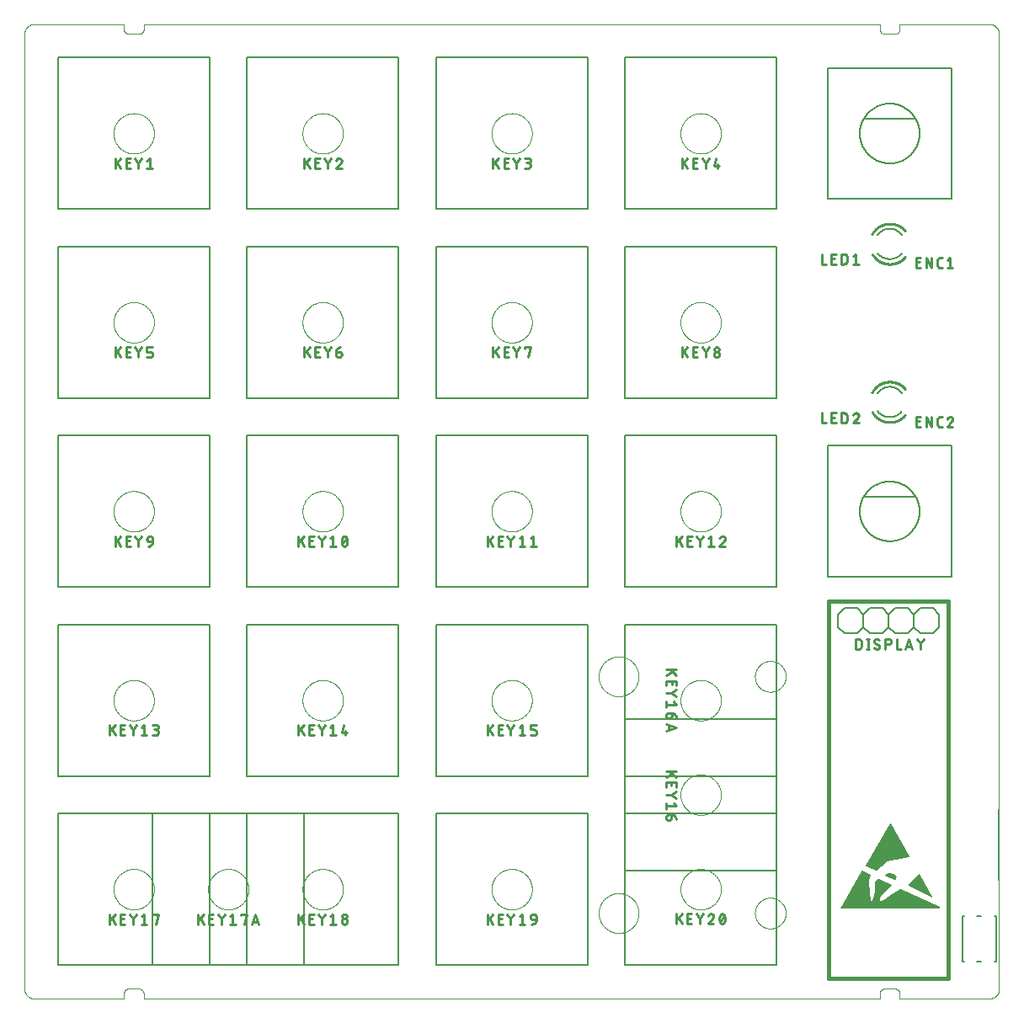
<source format=gto>
G04 EAGLE Gerber RS-274X export*
G75*
%MOMM*%
%FSLAX34Y34*%
%LPD*%
%INTop silk*%
%IPPOS*%
%AMOC8*
5,1,8,0,0,1.08239X$1,22.5*%
G01*
%ADD10C,0.000000*%
%ADD11C,0.400000*%
%ADD12C,0.127000*%
%ADD13C,0.254000*%
%ADD14C,0.152400*%

G36*
X920433Y90715D02*
X920433Y90715D01*
X920455Y90713D01*
X920496Y90734D01*
X920541Y90748D01*
X920555Y90765D01*
X920575Y90776D01*
X920587Y90803D01*
X920627Y90852D01*
X920634Y90915D01*
X920645Y90943D01*
X920645Y91886D01*
X920639Y91906D01*
X920641Y91924D01*
X920633Y91940D01*
X920631Y91965D01*
X920616Y91982D01*
X920606Y92016D01*
X920583Y92035D01*
X920578Y92044D01*
X920565Y92049D01*
X920519Y92088D01*
X920509Y92099D01*
X881382Y110012D01*
X881312Y110022D01*
X881284Y110033D01*
X880341Y110033D01*
X880230Y110000D01*
X880217Y109998D01*
X876446Y107641D01*
X876443Y107638D01*
X876440Y107637D01*
X872197Y104809D01*
X872194Y104805D01*
X872191Y104805D01*
X868897Y102452D01*
X865135Y100101D01*
X861894Y98248D01*
X861110Y98248D01*
X860735Y98624D01*
X860304Y99483D01*
X860304Y100788D01*
X861216Y102610D01*
X863077Y105402D01*
X872011Y113396D01*
X872014Y113401D01*
X872019Y113404D01*
X872026Y113421D01*
X872082Y113512D01*
X872080Y113550D01*
X872089Y113571D01*
X872089Y114042D01*
X872078Y114079D01*
X872077Y114117D01*
X872061Y114135D01*
X872050Y114172D01*
X871970Y114238D01*
X871957Y114253D01*
X859229Y120381D01*
X859155Y120393D01*
X859127Y120404D01*
X857713Y120404D01*
X857695Y120399D01*
X857677Y120401D01*
X857651Y120386D01*
X857583Y120365D01*
X857547Y120322D01*
X857522Y120306D01*
X855165Y117007D01*
X855122Y116879D01*
X855123Y116874D01*
X855122Y116871D01*
X855122Y107927D01*
X854655Y103722D01*
X853725Y100933D01*
X852817Y99117D01*
X852795Y99103D01*
X852444Y98868D01*
X852093Y98634D01*
X851741Y98400D01*
X851514Y98248D01*
X850859Y98248D01*
X849462Y116880D01*
X849462Y120587D01*
X849905Y121472D01*
X851314Y123822D01*
X851322Y123854D01*
X851340Y123883D01*
X851338Y123919D01*
X851347Y123953D01*
X851336Y123985D01*
X851334Y124019D01*
X851317Y124038D01*
X851302Y124081D01*
X851231Y124134D01*
X851213Y124154D01*
X842256Y128396D01*
X842243Y128398D01*
X842232Y128406D01*
X842177Y128408D01*
X842122Y128416D01*
X842110Y128410D01*
X842096Y128411D01*
X842074Y128393D01*
X842000Y128358D01*
X841974Y128317D01*
X841952Y128300D01*
X820739Y91059D01*
X820736Y91045D01*
X820727Y91034D01*
X820721Y90980D01*
X820709Y90927D01*
X820714Y90913D01*
X820713Y90899D01*
X820738Y90851D01*
X820757Y90800D01*
X820769Y90792D01*
X820776Y90779D01*
X820803Y90768D01*
X820867Y90721D01*
X820917Y90720D01*
X820943Y90709D01*
X920411Y90709D01*
X920433Y90715D01*
G37*
G36*
X856900Y128461D02*
X856900Y128461D01*
X856913Y128477D01*
X856927Y128482D01*
X866827Y137439D01*
X866831Y137445D01*
X866836Y137447D01*
X867255Y137867D01*
X889812Y142097D01*
X889813Y142097D01*
X889868Y142126D01*
X889932Y142159D01*
X889933Y142160D01*
X889934Y142162D01*
X889998Y142278D01*
X889995Y142309D01*
X890003Y142327D01*
X890003Y143270D01*
X889975Y143365D01*
X889972Y143387D01*
X871116Y175914D01*
X871105Y175925D01*
X871100Y175939D01*
X871056Y175970D01*
X871017Y176007D01*
X871002Y176009D01*
X870990Y176018D01*
X870936Y176021D01*
X870883Y176029D01*
X870870Y176023D01*
X870855Y176024D01*
X870831Y176006D01*
X870760Y175974D01*
X870732Y175931D01*
X870710Y175914D01*
X846196Y133487D01*
X846189Y133458D01*
X846174Y133434D01*
X846174Y133394D01*
X846165Y133355D01*
X846176Y133328D01*
X846176Y133298D01*
X846194Y133277D01*
X846212Y133228D01*
X846275Y133183D01*
X846294Y133160D01*
X855722Y128446D01*
X855800Y128433D01*
X855827Y128422D01*
X856770Y128422D01*
X856900Y128461D01*
G37*
G36*
X912898Y102025D02*
X912898Y102025D01*
X912900Y102025D01*
X912961Y102053D01*
X913020Y102079D01*
X913021Y102081D01*
X913023Y102082D01*
X913058Y102138D01*
X913093Y102193D01*
X913093Y102195D01*
X913094Y102197D01*
X913090Y102332D01*
X913074Y102350D01*
X913071Y102373D01*
X899872Y125472D01*
X899830Y125512D01*
X899792Y125555D01*
X899782Y125558D01*
X899774Y125565D01*
X899717Y125575D01*
X899661Y125590D01*
X899653Y125586D01*
X899641Y125589D01*
X899517Y125534D01*
X899507Y125519D01*
X899496Y125514D01*
X889125Y114200D01*
X889067Y114078D01*
X889070Y114056D01*
X889064Y114042D01*
X889064Y113571D01*
X889075Y113534D01*
X889076Y113496D01*
X889092Y113478D01*
X889103Y113441D01*
X889183Y113375D01*
X889197Y113360D01*
X912767Y102046D01*
X912831Y102036D01*
X912896Y102024D01*
X912898Y102025D01*
G37*
G36*
X875193Y118998D02*
X875193Y118998D01*
X875199Y118998D01*
X875214Y119008D01*
X875311Y119053D01*
X875331Y119085D01*
X875350Y119098D01*
X876293Y120512D01*
X876299Y120531D01*
X876308Y120543D01*
X876311Y120566D01*
X876325Y120585D01*
X876797Y122471D01*
X876797Y122476D01*
X876799Y122480D01*
X876796Y122496D01*
X876794Y122541D01*
X876795Y122551D01*
X876793Y122555D01*
X876791Y122606D01*
X876769Y122636D01*
X876765Y122658D01*
X875822Y124072D01*
X875774Y124112D01*
X875757Y124137D01*
X874343Y125080D01*
X874300Y125093D01*
X874280Y125109D01*
X869565Y126523D01*
X869522Y126523D01*
X869498Y126533D01*
X868556Y126533D01*
X868426Y126494D01*
X868423Y126490D01*
X868420Y126490D01*
X865120Y124133D01*
X865112Y124122D01*
X865100Y124117D01*
X865071Y124069D01*
X865037Y124025D01*
X865036Y124012D01*
X865029Y124001D01*
X865031Y123946D01*
X865028Y123890D01*
X865034Y123879D01*
X865034Y123866D01*
X865053Y123845D01*
X865094Y123773D01*
X865137Y123751D01*
X865155Y123731D01*
X875054Y119017D01*
X875060Y119016D01*
X875064Y119012D01*
X875126Y119006D01*
X875188Y118996D01*
X875193Y118998D01*
G37*
D10*
X970000Y980000D02*
X880000Y980000D01*
X880000Y975000D01*
X879998Y974860D01*
X879992Y974720D01*
X879982Y974580D01*
X879969Y974440D01*
X879951Y974301D01*
X879929Y974162D01*
X879904Y974025D01*
X879875Y973887D01*
X879842Y973751D01*
X879805Y973616D01*
X879764Y973482D01*
X879719Y973349D01*
X879671Y973217D01*
X879619Y973087D01*
X879564Y972958D01*
X879505Y972831D01*
X879442Y972705D01*
X879376Y972581D01*
X879307Y972460D01*
X879234Y972340D01*
X879157Y972222D01*
X879078Y972107D01*
X878995Y971993D01*
X878909Y971883D01*
X878820Y971774D01*
X878728Y971668D01*
X878633Y971565D01*
X878536Y971464D01*
X878435Y971367D01*
X878332Y971272D01*
X878226Y971180D01*
X878117Y971091D01*
X878007Y971005D01*
X877893Y970922D01*
X877778Y970843D01*
X877660Y970766D01*
X877540Y970693D01*
X877419Y970624D01*
X877295Y970558D01*
X877169Y970495D01*
X877042Y970436D01*
X876913Y970381D01*
X876783Y970329D01*
X876651Y970281D01*
X876518Y970236D01*
X876384Y970195D01*
X876249Y970158D01*
X876113Y970125D01*
X875975Y970096D01*
X875838Y970071D01*
X875699Y970049D01*
X875560Y970031D01*
X875420Y970018D01*
X875280Y970008D01*
X875140Y970002D01*
X875000Y970000D01*
X865000Y970000D01*
X864860Y970002D01*
X864720Y970008D01*
X864580Y970018D01*
X864440Y970031D01*
X864301Y970049D01*
X864162Y970071D01*
X864025Y970096D01*
X863887Y970125D01*
X863751Y970158D01*
X863616Y970195D01*
X863482Y970236D01*
X863349Y970281D01*
X863217Y970329D01*
X863087Y970381D01*
X862958Y970436D01*
X862831Y970495D01*
X862705Y970558D01*
X862581Y970624D01*
X862460Y970693D01*
X862340Y970766D01*
X862222Y970843D01*
X862107Y970922D01*
X861993Y971005D01*
X861883Y971091D01*
X861774Y971180D01*
X861668Y971272D01*
X861565Y971367D01*
X861464Y971464D01*
X861367Y971565D01*
X861272Y971668D01*
X861180Y971774D01*
X861091Y971883D01*
X861005Y971993D01*
X860922Y972107D01*
X860843Y972222D01*
X860766Y972340D01*
X860693Y972460D01*
X860624Y972581D01*
X860558Y972705D01*
X860495Y972831D01*
X860436Y972958D01*
X860381Y973087D01*
X860329Y973217D01*
X860281Y973349D01*
X860236Y973482D01*
X860195Y973616D01*
X860158Y973751D01*
X860125Y973887D01*
X860096Y974025D01*
X860071Y974162D01*
X860049Y974301D01*
X860031Y974440D01*
X860018Y974580D01*
X860008Y974720D01*
X860002Y974860D01*
X860000Y975000D01*
X860000Y980000D01*
X120000Y980000D01*
X120000Y975000D01*
X119998Y974860D01*
X119992Y974720D01*
X119982Y974580D01*
X119969Y974440D01*
X119951Y974301D01*
X119929Y974162D01*
X119904Y974025D01*
X119875Y973887D01*
X119842Y973751D01*
X119805Y973616D01*
X119764Y973482D01*
X119719Y973349D01*
X119671Y973217D01*
X119619Y973087D01*
X119564Y972958D01*
X119505Y972831D01*
X119442Y972705D01*
X119376Y972581D01*
X119307Y972460D01*
X119234Y972340D01*
X119157Y972222D01*
X119078Y972107D01*
X118995Y971993D01*
X118909Y971883D01*
X118820Y971774D01*
X118728Y971668D01*
X118633Y971565D01*
X118536Y971464D01*
X118435Y971367D01*
X118332Y971272D01*
X118226Y971180D01*
X118117Y971091D01*
X118007Y971005D01*
X117893Y970922D01*
X117778Y970843D01*
X117660Y970766D01*
X117540Y970693D01*
X117419Y970624D01*
X117295Y970558D01*
X117169Y970495D01*
X117042Y970436D01*
X116913Y970381D01*
X116783Y970329D01*
X116651Y970281D01*
X116518Y970236D01*
X116384Y970195D01*
X116249Y970158D01*
X116113Y970125D01*
X115975Y970096D01*
X115838Y970071D01*
X115699Y970049D01*
X115560Y970031D01*
X115420Y970018D01*
X115280Y970008D01*
X115140Y970002D01*
X115000Y970000D01*
X105000Y970000D01*
X104860Y970002D01*
X104720Y970008D01*
X104580Y970018D01*
X104440Y970031D01*
X104301Y970049D01*
X104162Y970071D01*
X104025Y970096D01*
X103887Y970125D01*
X103751Y970158D01*
X103616Y970195D01*
X103482Y970236D01*
X103349Y970281D01*
X103217Y970329D01*
X103087Y970381D01*
X102958Y970436D01*
X102831Y970495D01*
X102705Y970558D01*
X102581Y970624D01*
X102460Y970693D01*
X102340Y970766D01*
X102222Y970843D01*
X102107Y970922D01*
X101993Y971005D01*
X101883Y971091D01*
X101774Y971180D01*
X101668Y971272D01*
X101565Y971367D01*
X101464Y971464D01*
X101367Y971565D01*
X101272Y971668D01*
X101180Y971774D01*
X101091Y971883D01*
X101005Y971993D01*
X100922Y972107D01*
X100843Y972222D01*
X100766Y972340D01*
X100693Y972460D01*
X100624Y972581D01*
X100558Y972705D01*
X100495Y972831D01*
X100436Y972958D01*
X100381Y973087D01*
X100329Y973217D01*
X100281Y973349D01*
X100236Y973482D01*
X100195Y973616D01*
X100158Y973751D01*
X100125Y973887D01*
X100096Y974025D01*
X100071Y974162D01*
X100049Y974301D01*
X100031Y974440D01*
X100018Y974580D01*
X100008Y974720D01*
X100002Y974860D01*
X100000Y975000D01*
X100000Y980000D01*
X10000Y980000D01*
X9758Y979997D01*
X9517Y979988D01*
X9276Y979974D01*
X9035Y979953D01*
X8795Y979927D01*
X8555Y979895D01*
X8316Y979857D01*
X8079Y979814D01*
X7842Y979764D01*
X7607Y979709D01*
X7373Y979649D01*
X7141Y979582D01*
X6910Y979511D01*
X6681Y979433D01*
X6454Y979350D01*
X6229Y979262D01*
X6006Y979168D01*
X5786Y979069D01*
X5568Y978964D01*
X5353Y978855D01*
X5140Y978740D01*
X4930Y978620D01*
X4724Y978495D01*
X4520Y978365D01*
X4319Y978230D01*
X4122Y978090D01*
X3928Y977946D01*
X3738Y977797D01*
X3552Y977643D01*
X3369Y977485D01*
X3190Y977323D01*
X3015Y977156D01*
X2844Y976985D01*
X2677Y976810D01*
X2515Y976631D01*
X2357Y976448D01*
X2203Y976262D01*
X2054Y976072D01*
X1910Y975878D01*
X1770Y975681D01*
X1635Y975480D01*
X1505Y975276D01*
X1380Y975070D01*
X1260Y974860D01*
X1145Y974647D01*
X1036Y974432D01*
X931Y974214D01*
X832Y973994D01*
X738Y973771D01*
X650Y973546D01*
X567Y973319D01*
X489Y973090D01*
X418Y972859D01*
X351Y972627D01*
X291Y972393D01*
X236Y972158D01*
X186Y971921D01*
X143Y971684D01*
X105Y971445D01*
X73Y971205D01*
X47Y970965D01*
X26Y970724D01*
X12Y970483D01*
X3Y970242D01*
X0Y970000D01*
X0Y10000D01*
X3Y9758D01*
X12Y9517D01*
X26Y9276D01*
X47Y9035D01*
X73Y8795D01*
X105Y8555D01*
X143Y8316D01*
X186Y8079D01*
X236Y7842D01*
X291Y7607D01*
X351Y7373D01*
X418Y7141D01*
X489Y6910D01*
X567Y6681D01*
X650Y6454D01*
X738Y6229D01*
X832Y6006D01*
X931Y5786D01*
X1036Y5568D01*
X1145Y5353D01*
X1260Y5140D01*
X1380Y4930D01*
X1505Y4724D01*
X1635Y4520D01*
X1770Y4319D01*
X1910Y4122D01*
X2054Y3928D01*
X2203Y3738D01*
X2357Y3552D01*
X2515Y3369D01*
X2677Y3190D01*
X2844Y3015D01*
X3015Y2844D01*
X3190Y2677D01*
X3369Y2515D01*
X3552Y2357D01*
X3738Y2203D01*
X3928Y2054D01*
X4122Y1910D01*
X4319Y1770D01*
X4520Y1635D01*
X4724Y1505D01*
X4930Y1380D01*
X5140Y1260D01*
X5353Y1145D01*
X5568Y1036D01*
X5786Y931D01*
X6006Y832D01*
X6229Y738D01*
X6454Y650D01*
X6681Y567D01*
X6910Y489D01*
X7141Y418D01*
X7373Y351D01*
X7607Y291D01*
X7842Y236D01*
X8079Y186D01*
X8316Y143D01*
X8555Y105D01*
X8795Y73D01*
X9035Y47D01*
X9276Y26D01*
X9517Y12D01*
X9758Y3D01*
X10000Y0D01*
X100000Y0D01*
X100000Y5000D01*
X100002Y5140D01*
X100008Y5280D01*
X100018Y5420D01*
X100031Y5560D01*
X100049Y5699D01*
X100071Y5838D01*
X100096Y5975D01*
X100125Y6113D01*
X100158Y6249D01*
X100195Y6384D01*
X100236Y6518D01*
X100281Y6651D01*
X100329Y6783D01*
X100381Y6913D01*
X100436Y7042D01*
X100495Y7169D01*
X100558Y7295D01*
X100624Y7419D01*
X100693Y7540D01*
X100766Y7660D01*
X100843Y7778D01*
X100922Y7893D01*
X101005Y8007D01*
X101091Y8117D01*
X101180Y8226D01*
X101272Y8332D01*
X101367Y8435D01*
X101464Y8536D01*
X101565Y8633D01*
X101668Y8728D01*
X101774Y8820D01*
X101883Y8909D01*
X101993Y8995D01*
X102107Y9078D01*
X102222Y9157D01*
X102340Y9234D01*
X102460Y9307D01*
X102581Y9376D01*
X102705Y9442D01*
X102831Y9505D01*
X102958Y9564D01*
X103087Y9619D01*
X103217Y9671D01*
X103349Y9719D01*
X103482Y9764D01*
X103616Y9805D01*
X103751Y9842D01*
X103887Y9875D01*
X104025Y9904D01*
X104162Y9929D01*
X104301Y9951D01*
X104440Y9969D01*
X104580Y9982D01*
X104720Y9992D01*
X104860Y9998D01*
X105000Y10000D01*
X115000Y10000D01*
X115140Y9998D01*
X115280Y9992D01*
X115420Y9982D01*
X115560Y9969D01*
X115699Y9951D01*
X115838Y9929D01*
X115975Y9904D01*
X116113Y9875D01*
X116249Y9842D01*
X116384Y9805D01*
X116518Y9764D01*
X116651Y9719D01*
X116783Y9671D01*
X116913Y9619D01*
X117042Y9564D01*
X117169Y9505D01*
X117295Y9442D01*
X117419Y9376D01*
X117540Y9307D01*
X117660Y9234D01*
X117778Y9157D01*
X117893Y9078D01*
X118007Y8995D01*
X118117Y8909D01*
X118226Y8820D01*
X118332Y8728D01*
X118435Y8633D01*
X118536Y8536D01*
X118633Y8435D01*
X118728Y8332D01*
X118820Y8226D01*
X118909Y8117D01*
X118995Y8007D01*
X119078Y7893D01*
X119157Y7778D01*
X119234Y7660D01*
X119307Y7540D01*
X119376Y7419D01*
X119442Y7295D01*
X119505Y7169D01*
X119564Y7042D01*
X119619Y6913D01*
X119671Y6783D01*
X119719Y6651D01*
X119764Y6518D01*
X119805Y6384D01*
X119842Y6249D01*
X119875Y6113D01*
X119904Y5975D01*
X119929Y5838D01*
X119951Y5699D01*
X119969Y5560D01*
X119982Y5420D01*
X119992Y5280D01*
X119998Y5140D01*
X120000Y5000D01*
X120000Y0D01*
X860000Y0D01*
X860000Y5000D01*
X860002Y5140D01*
X860008Y5280D01*
X860018Y5420D01*
X860031Y5560D01*
X860049Y5699D01*
X860071Y5838D01*
X860096Y5975D01*
X860125Y6113D01*
X860158Y6249D01*
X860195Y6384D01*
X860236Y6518D01*
X860281Y6651D01*
X860329Y6783D01*
X860381Y6913D01*
X860436Y7042D01*
X860495Y7169D01*
X860558Y7295D01*
X860624Y7419D01*
X860693Y7540D01*
X860766Y7660D01*
X860843Y7778D01*
X860922Y7893D01*
X861005Y8007D01*
X861091Y8117D01*
X861180Y8226D01*
X861272Y8332D01*
X861367Y8435D01*
X861464Y8536D01*
X861565Y8633D01*
X861668Y8728D01*
X861774Y8820D01*
X861883Y8909D01*
X861993Y8995D01*
X862107Y9078D01*
X862222Y9157D01*
X862340Y9234D01*
X862460Y9307D01*
X862581Y9376D01*
X862705Y9442D01*
X862831Y9505D01*
X862958Y9564D01*
X863087Y9619D01*
X863217Y9671D01*
X863349Y9719D01*
X863482Y9764D01*
X863616Y9805D01*
X863751Y9842D01*
X863887Y9875D01*
X864025Y9904D01*
X864162Y9929D01*
X864301Y9951D01*
X864440Y9969D01*
X864580Y9982D01*
X864720Y9992D01*
X864860Y9998D01*
X865000Y10000D01*
X875000Y10000D01*
X875140Y9998D01*
X875280Y9992D01*
X875420Y9982D01*
X875560Y9969D01*
X875699Y9951D01*
X875838Y9929D01*
X875975Y9904D01*
X876113Y9875D01*
X876249Y9842D01*
X876384Y9805D01*
X876518Y9764D01*
X876651Y9719D01*
X876783Y9671D01*
X876913Y9619D01*
X877042Y9564D01*
X877169Y9505D01*
X877295Y9442D01*
X877419Y9376D01*
X877540Y9307D01*
X877660Y9234D01*
X877778Y9157D01*
X877893Y9078D01*
X878007Y8995D01*
X878117Y8909D01*
X878226Y8820D01*
X878332Y8728D01*
X878435Y8633D01*
X878536Y8536D01*
X878633Y8435D01*
X878728Y8332D01*
X878820Y8226D01*
X878909Y8117D01*
X878995Y8007D01*
X879078Y7893D01*
X879157Y7778D01*
X879234Y7660D01*
X879307Y7540D01*
X879376Y7419D01*
X879442Y7295D01*
X879505Y7169D01*
X879564Y7042D01*
X879619Y6913D01*
X879671Y6783D01*
X879719Y6651D01*
X879764Y6518D01*
X879805Y6384D01*
X879842Y6249D01*
X879875Y6113D01*
X879904Y5975D01*
X879929Y5838D01*
X879951Y5699D01*
X879969Y5560D01*
X879982Y5420D01*
X879992Y5280D01*
X879998Y5140D01*
X880000Y5000D01*
X880000Y0D01*
X970000Y0D01*
X970242Y3D01*
X970483Y12D01*
X970724Y26D01*
X970965Y47D01*
X971205Y73D01*
X971445Y105D01*
X971684Y143D01*
X971921Y186D01*
X972158Y236D01*
X972393Y291D01*
X972627Y351D01*
X972859Y418D01*
X973090Y489D01*
X973319Y567D01*
X973546Y650D01*
X973771Y738D01*
X973994Y832D01*
X974214Y931D01*
X974432Y1036D01*
X974647Y1145D01*
X974860Y1260D01*
X975070Y1380D01*
X975276Y1505D01*
X975480Y1635D01*
X975681Y1770D01*
X975878Y1910D01*
X976072Y2054D01*
X976262Y2203D01*
X976448Y2357D01*
X976631Y2515D01*
X976810Y2677D01*
X976985Y2844D01*
X977156Y3015D01*
X977323Y3190D01*
X977485Y3369D01*
X977643Y3552D01*
X977797Y3738D01*
X977946Y3928D01*
X978090Y4122D01*
X978230Y4319D01*
X978365Y4520D01*
X978495Y4724D01*
X978620Y4930D01*
X978740Y5140D01*
X978855Y5353D01*
X978964Y5568D01*
X979069Y5786D01*
X979168Y6006D01*
X979262Y6229D01*
X979350Y6454D01*
X979433Y6681D01*
X979511Y6910D01*
X979582Y7141D01*
X979649Y7373D01*
X979709Y7607D01*
X979764Y7842D01*
X979814Y8079D01*
X979857Y8316D01*
X979895Y8555D01*
X979927Y8795D01*
X979953Y9035D01*
X979974Y9276D01*
X979988Y9517D01*
X979997Y9758D01*
X980000Y10000D01*
X980000Y970000D01*
X979997Y970242D01*
X979988Y970483D01*
X979974Y970724D01*
X979953Y970965D01*
X979927Y971205D01*
X979895Y971445D01*
X979857Y971684D01*
X979814Y971921D01*
X979764Y972158D01*
X979709Y972393D01*
X979649Y972627D01*
X979582Y972859D01*
X979511Y973090D01*
X979433Y973319D01*
X979350Y973546D01*
X979262Y973771D01*
X979168Y973994D01*
X979069Y974214D01*
X978964Y974432D01*
X978855Y974647D01*
X978740Y974860D01*
X978620Y975070D01*
X978495Y975276D01*
X978365Y975480D01*
X978230Y975681D01*
X978090Y975878D01*
X977946Y976072D01*
X977797Y976262D01*
X977643Y976448D01*
X977485Y976631D01*
X977323Y976810D01*
X977156Y976985D01*
X976985Y977156D01*
X976810Y977323D01*
X976631Y977485D01*
X976448Y977643D01*
X976262Y977797D01*
X976072Y977946D01*
X975878Y978090D01*
X975681Y978230D01*
X975480Y978365D01*
X975276Y978495D01*
X975070Y978620D01*
X974860Y978740D01*
X974647Y978855D01*
X974432Y978964D01*
X974214Y979069D01*
X973994Y979168D01*
X973771Y979262D01*
X973546Y979350D01*
X973319Y979433D01*
X973090Y979511D01*
X972859Y979582D01*
X972627Y979649D01*
X972393Y979709D01*
X972158Y979764D01*
X971921Y979814D01*
X971684Y979857D01*
X971445Y979895D01*
X971205Y979927D01*
X970965Y979953D01*
X970724Y979974D01*
X970483Y979988D01*
X970242Y979997D01*
X970000Y980000D01*
X734500Y324000D02*
X734505Y324380D01*
X734519Y324761D01*
X734542Y325140D01*
X734575Y325519D01*
X734617Y325897D01*
X734668Y326274D01*
X734728Y326650D01*
X734798Y327024D01*
X734877Y327396D01*
X734965Y327766D01*
X735061Y328134D01*
X735167Y328499D01*
X735282Y328862D01*
X735406Y329222D01*
X735539Y329578D01*
X735680Y329932D01*
X735830Y330281D01*
X735988Y330627D01*
X736155Y330969D01*
X736330Y331307D01*
X736514Y331640D01*
X736705Y331969D01*
X736905Y332292D01*
X737112Y332611D01*
X737327Y332925D01*
X737550Y333233D01*
X737781Y333536D01*
X738018Y333833D01*
X738263Y334124D01*
X738515Y334409D01*
X738774Y334688D01*
X739040Y334960D01*
X739312Y335226D01*
X739591Y335485D01*
X739876Y335737D01*
X740167Y335982D01*
X740464Y336219D01*
X740767Y336450D01*
X741075Y336673D01*
X741389Y336888D01*
X741708Y337095D01*
X742031Y337295D01*
X742360Y337486D01*
X742693Y337670D01*
X743031Y337845D01*
X743373Y338012D01*
X743719Y338170D01*
X744068Y338320D01*
X744422Y338461D01*
X744778Y338594D01*
X745138Y338718D01*
X745501Y338833D01*
X745866Y338939D01*
X746234Y339035D01*
X746604Y339123D01*
X746976Y339202D01*
X747350Y339272D01*
X747726Y339332D01*
X748103Y339383D01*
X748481Y339425D01*
X748860Y339458D01*
X749239Y339481D01*
X749620Y339495D01*
X750000Y339500D01*
X750380Y339495D01*
X750761Y339481D01*
X751140Y339458D01*
X751519Y339425D01*
X751897Y339383D01*
X752274Y339332D01*
X752650Y339272D01*
X753024Y339202D01*
X753396Y339123D01*
X753766Y339035D01*
X754134Y338939D01*
X754499Y338833D01*
X754862Y338718D01*
X755222Y338594D01*
X755578Y338461D01*
X755932Y338320D01*
X756281Y338170D01*
X756627Y338012D01*
X756969Y337845D01*
X757307Y337670D01*
X757640Y337486D01*
X757969Y337295D01*
X758292Y337095D01*
X758611Y336888D01*
X758925Y336673D01*
X759233Y336450D01*
X759536Y336219D01*
X759833Y335982D01*
X760124Y335737D01*
X760409Y335485D01*
X760688Y335226D01*
X760960Y334960D01*
X761226Y334688D01*
X761485Y334409D01*
X761737Y334124D01*
X761982Y333833D01*
X762219Y333536D01*
X762450Y333233D01*
X762673Y332925D01*
X762888Y332611D01*
X763095Y332292D01*
X763295Y331969D01*
X763486Y331640D01*
X763670Y331307D01*
X763845Y330969D01*
X764012Y330627D01*
X764170Y330281D01*
X764320Y329932D01*
X764461Y329578D01*
X764594Y329222D01*
X764718Y328862D01*
X764833Y328499D01*
X764939Y328134D01*
X765035Y327766D01*
X765123Y327396D01*
X765202Y327024D01*
X765272Y326650D01*
X765332Y326274D01*
X765383Y325897D01*
X765425Y325519D01*
X765458Y325140D01*
X765481Y324761D01*
X765495Y324380D01*
X765500Y324000D01*
X765495Y323620D01*
X765481Y323239D01*
X765458Y322860D01*
X765425Y322481D01*
X765383Y322103D01*
X765332Y321726D01*
X765272Y321350D01*
X765202Y320976D01*
X765123Y320604D01*
X765035Y320234D01*
X764939Y319866D01*
X764833Y319501D01*
X764718Y319138D01*
X764594Y318778D01*
X764461Y318422D01*
X764320Y318068D01*
X764170Y317719D01*
X764012Y317373D01*
X763845Y317031D01*
X763670Y316693D01*
X763486Y316360D01*
X763295Y316031D01*
X763095Y315708D01*
X762888Y315389D01*
X762673Y315075D01*
X762450Y314767D01*
X762219Y314464D01*
X761982Y314167D01*
X761737Y313876D01*
X761485Y313591D01*
X761226Y313312D01*
X760960Y313040D01*
X760688Y312774D01*
X760409Y312515D01*
X760124Y312263D01*
X759833Y312018D01*
X759536Y311781D01*
X759233Y311550D01*
X758925Y311327D01*
X758611Y311112D01*
X758292Y310905D01*
X757969Y310705D01*
X757640Y310514D01*
X757307Y310330D01*
X756969Y310155D01*
X756627Y309988D01*
X756281Y309830D01*
X755932Y309680D01*
X755578Y309539D01*
X755222Y309406D01*
X754862Y309282D01*
X754499Y309167D01*
X754134Y309061D01*
X753766Y308965D01*
X753396Y308877D01*
X753024Y308798D01*
X752650Y308728D01*
X752274Y308668D01*
X751897Y308617D01*
X751519Y308575D01*
X751140Y308542D01*
X750761Y308519D01*
X750380Y308505D01*
X750000Y308500D01*
X749620Y308505D01*
X749239Y308519D01*
X748860Y308542D01*
X748481Y308575D01*
X748103Y308617D01*
X747726Y308668D01*
X747350Y308728D01*
X746976Y308798D01*
X746604Y308877D01*
X746234Y308965D01*
X745866Y309061D01*
X745501Y309167D01*
X745138Y309282D01*
X744778Y309406D01*
X744422Y309539D01*
X744068Y309680D01*
X743719Y309830D01*
X743373Y309988D01*
X743031Y310155D01*
X742693Y310330D01*
X742360Y310514D01*
X742031Y310705D01*
X741708Y310905D01*
X741389Y311112D01*
X741075Y311327D01*
X740767Y311550D01*
X740464Y311781D01*
X740167Y312018D01*
X739876Y312263D01*
X739591Y312515D01*
X739312Y312774D01*
X739040Y313040D01*
X738774Y313312D01*
X738515Y313591D01*
X738263Y313876D01*
X738018Y314167D01*
X737781Y314464D01*
X737550Y314767D01*
X737327Y315075D01*
X737112Y315389D01*
X736905Y315708D01*
X736705Y316031D01*
X736514Y316360D01*
X736330Y316693D01*
X736155Y317031D01*
X735988Y317373D01*
X735830Y317719D01*
X735680Y318068D01*
X735539Y318422D01*
X735406Y318778D01*
X735282Y319138D01*
X735167Y319501D01*
X735061Y319866D01*
X734965Y320234D01*
X734877Y320604D01*
X734798Y320976D01*
X734728Y321350D01*
X734668Y321726D01*
X734617Y322103D01*
X734575Y322481D01*
X734542Y322860D01*
X734519Y323239D01*
X734505Y323620D01*
X734500Y324000D01*
X734500Y86000D02*
X734505Y86380D01*
X734519Y86761D01*
X734542Y87140D01*
X734575Y87519D01*
X734617Y87897D01*
X734668Y88274D01*
X734728Y88650D01*
X734798Y89024D01*
X734877Y89396D01*
X734965Y89766D01*
X735061Y90134D01*
X735167Y90499D01*
X735282Y90862D01*
X735406Y91222D01*
X735539Y91578D01*
X735680Y91932D01*
X735830Y92281D01*
X735988Y92627D01*
X736155Y92969D01*
X736330Y93307D01*
X736514Y93640D01*
X736705Y93969D01*
X736905Y94292D01*
X737112Y94611D01*
X737327Y94925D01*
X737550Y95233D01*
X737781Y95536D01*
X738018Y95833D01*
X738263Y96124D01*
X738515Y96409D01*
X738774Y96688D01*
X739040Y96960D01*
X739312Y97226D01*
X739591Y97485D01*
X739876Y97737D01*
X740167Y97982D01*
X740464Y98219D01*
X740767Y98450D01*
X741075Y98673D01*
X741389Y98888D01*
X741708Y99095D01*
X742031Y99295D01*
X742360Y99486D01*
X742693Y99670D01*
X743031Y99845D01*
X743373Y100012D01*
X743719Y100170D01*
X744068Y100320D01*
X744422Y100461D01*
X744778Y100594D01*
X745138Y100718D01*
X745501Y100833D01*
X745866Y100939D01*
X746234Y101035D01*
X746604Y101123D01*
X746976Y101202D01*
X747350Y101272D01*
X747726Y101332D01*
X748103Y101383D01*
X748481Y101425D01*
X748860Y101458D01*
X749239Y101481D01*
X749620Y101495D01*
X750000Y101500D01*
X750380Y101495D01*
X750761Y101481D01*
X751140Y101458D01*
X751519Y101425D01*
X751897Y101383D01*
X752274Y101332D01*
X752650Y101272D01*
X753024Y101202D01*
X753396Y101123D01*
X753766Y101035D01*
X754134Y100939D01*
X754499Y100833D01*
X754862Y100718D01*
X755222Y100594D01*
X755578Y100461D01*
X755932Y100320D01*
X756281Y100170D01*
X756627Y100012D01*
X756969Y99845D01*
X757307Y99670D01*
X757640Y99486D01*
X757969Y99295D01*
X758292Y99095D01*
X758611Y98888D01*
X758925Y98673D01*
X759233Y98450D01*
X759536Y98219D01*
X759833Y97982D01*
X760124Y97737D01*
X760409Y97485D01*
X760688Y97226D01*
X760960Y96960D01*
X761226Y96688D01*
X761485Y96409D01*
X761737Y96124D01*
X761982Y95833D01*
X762219Y95536D01*
X762450Y95233D01*
X762673Y94925D01*
X762888Y94611D01*
X763095Y94292D01*
X763295Y93969D01*
X763486Y93640D01*
X763670Y93307D01*
X763845Y92969D01*
X764012Y92627D01*
X764170Y92281D01*
X764320Y91932D01*
X764461Y91578D01*
X764594Y91222D01*
X764718Y90862D01*
X764833Y90499D01*
X764939Y90134D01*
X765035Y89766D01*
X765123Y89396D01*
X765202Y89024D01*
X765272Y88650D01*
X765332Y88274D01*
X765383Y87897D01*
X765425Y87519D01*
X765458Y87140D01*
X765481Y86761D01*
X765495Y86380D01*
X765500Y86000D01*
X765495Y85620D01*
X765481Y85239D01*
X765458Y84860D01*
X765425Y84481D01*
X765383Y84103D01*
X765332Y83726D01*
X765272Y83350D01*
X765202Y82976D01*
X765123Y82604D01*
X765035Y82234D01*
X764939Y81866D01*
X764833Y81501D01*
X764718Y81138D01*
X764594Y80778D01*
X764461Y80422D01*
X764320Y80068D01*
X764170Y79719D01*
X764012Y79373D01*
X763845Y79031D01*
X763670Y78693D01*
X763486Y78360D01*
X763295Y78031D01*
X763095Y77708D01*
X762888Y77389D01*
X762673Y77075D01*
X762450Y76767D01*
X762219Y76464D01*
X761982Y76167D01*
X761737Y75876D01*
X761485Y75591D01*
X761226Y75312D01*
X760960Y75040D01*
X760688Y74774D01*
X760409Y74515D01*
X760124Y74263D01*
X759833Y74018D01*
X759536Y73781D01*
X759233Y73550D01*
X758925Y73327D01*
X758611Y73112D01*
X758292Y72905D01*
X757969Y72705D01*
X757640Y72514D01*
X757307Y72330D01*
X756969Y72155D01*
X756627Y71988D01*
X756281Y71830D01*
X755932Y71680D01*
X755578Y71539D01*
X755222Y71406D01*
X754862Y71282D01*
X754499Y71167D01*
X754134Y71061D01*
X753766Y70965D01*
X753396Y70877D01*
X753024Y70798D01*
X752650Y70728D01*
X752274Y70668D01*
X751897Y70617D01*
X751519Y70575D01*
X751140Y70542D01*
X750761Y70519D01*
X750380Y70505D01*
X750000Y70500D01*
X749620Y70505D01*
X749239Y70519D01*
X748860Y70542D01*
X748481Y70575D01*
X748103Y70617D01*
X747726Y70668D01*
X747350Y70728D01*
X746976Y70798D01*
X746604Y70877D01*
X746234Y70965D01*
X745866Y71061D01*
X745501Y71167D01*
X745138Y71282D01*
X744778Y71406D01*
X744422Y71539D01*
X744068Y71680D01*
X743719Y71830D01*
X743373Y71988D01*
X743031Y72155D01*
X742693Y72330D01*
X742360Y72514D01*
X742031Y72705D01*
X741708Y72905D01*
X741389Y73112D01*
X741075Y73327D01*
X740767Y73550D01*
X740464Y73781D01*
X740167Y74018D01*
X739876Y74263D01*
X739591Y74515D01*
X739312Y74774D01*
X739040Y75040D01*
X738774Y75312D01*
X738515Y75591D01*
X738263Y75876D01*
X738018Y76167D01*
X737781Y76464D01*
X737550Y76767D01*
X737327Y77075D01*
X737112Y77389D01*
X736905Y77708D01*
X736705Y78031D01*
X736514Y78360D01*
X736330Y78693D01*
X736155Y79031D01*
X735988Y79373D01*
X735830Y79719D01*
X735680Y80068D01*
X735539Y80422D01*
X735406Y80778D01*
X735282Y81138D01*
X735167Y81501D01*
X735061Y81866D01*
X734965Y82234D01*
X734877Y82604D01*
X734798Y82976D01*
X734728Y83350D01*
X734668Y83726D01*
X734617Y84103D01*
X734575Y84481D01*
X734542Y84860D01*
X734519Y85239D01*
X734505Y85620D01*
X734500Y86000D01*
X577500Y86000D02*
X577506Y86491D01*
X577524Y86981D01*
X577554Y87471D01*
X577596Y87960D01*
X577650Y88448D01*
X577716Y88935D01*
X577794Y89419D01*
X577884Y89902D01*
X577986Y90382D01*
X578099Y90860D01*
X578224Y91334D01*
X578361Y91806D01*
X578509Y92274D01*
X578669Y92738D01*
X578840Y93198D01*
X579022Y93654D01*
X579216Y94105D01*
X579420Y94551D01*
X579636Y94992D01*
X579862Y95428D01*
X580098Y95858D01*
X580345Y96282D01*
X580603Y96700D01*
X580871Y97111D01*
X581148Y97516D01*
X581436Y97914D01*
X581733Y98305D01*
X582040Y98688D01*
X582356Y99063D01*
X582681Y99431D01*
X583015Y99791D01*
X583358Y100142D01*
X583709Y100485D01*
X584069Y100819D01*
X584437Y101144D01*
X584812Y101460D01*
X585195Y101767D01*
X585586Y102064D01*
X585984Y102352D01*
X586389Y102629D01*
X586800Y102897D01*
X587218Y103155D01*
X587642Y103402D01*
X588072Y103638D01*
X588508Y103864D01*
X588949Y104080D01*
X589395Y104284D01*
X589846Y104478D01*
X590302Y104660D01*
X590762Y104831D01*
X591226Y104991D01*
X591694Y105139D01*
X592166Y105276D01*
X592640Y105401D01*
X593118Y105514D01*
X593598Y105616D01*
X594081Y105706D01*
X594565Y105784D01*
X595052Y105850D01*
X595540Y105904D01*
X596029Y105946D01*
X596519Y105976D01*
X597009Y105994D01*
X597500Y106000D01*
X597991Y105994D01*
X598481Y105976D01*
X598971Y105946D01*
X599460Y105904D01*
X599948Y105850D01*
X600435Y105784D01*
X600919Y105706D01*
X601402Y105616D01*
X601882Y105514D01*
X602360Y105401D01*
X602834Y105276D01*
X603306Y105139D01*
X603774Y104991D01*
X604238Y104831D01*
X604698Y104660D01*
X605154Y104478D01*
X605605Y104284D01*
X606051Y104080D01*
X606492Y103864D01*
X606928Y103638D01*
X607358Y103402D01*
X607782Y103155D01*
X608200Y102897D01*
X608611Y102629D01*
X609016Y102352D01*
X609414Y102064D01*
X609805Y101767D01*
X610188Y101460D01*
X610563Y101144D01*
X610931Y100819D01*
X611291Y100485D01*
X611642Y100142D01*
X611985Y99791D01*
X612319Y99431D01*
X612644Y99063D01*
X612960Y98688D01*
X613267Y98305D01*
X613564Y97914D01*
X613852Y97516D01*
X614129Y97111D01*
X614397Y96700D01*
X614655Y96282D01*
X614902Y95858D01*
X615138Y95428D01*
X615364Y94992D01*
X615580Y94551D01*
X615784Y94105D01*
X615978Y93654D01*
X616160Y93198D01*
X616331Y92738D01*
X616491Y92274D01*
X616639Y91806D01*
X616776Y91334D01*
X616901Y90860D01*
X617014Y90382D01*
X617116Y89902D01*
X617206Y89419D01*
X617284Y88935D01*
X617350Y88448D01*
X617404Y87960D01*
X617446Y87471D01*
X617476Y86981D01*
X617494Y86491D01*
X617500Y86000D01*
X617494Y85509D01*
X617476Y85019D01*
X617446Y84529D01*
X617404Y84040D01*
X617350Y83552D01*
X617284Y83065D01*
X617206Y82581D01*
X617116Y82098D01*
X617014Y81618D01*
X616901Y81140D01*
X616776Y80666D01*
X616639Y80194D01*
X616491Y79726D01*
X616331Y79262D01*
X616160Y78802D01*
X615978Y78346D01*
X615784Y77895D01*
X615580Y77449D01*
X615364Y77008D01*
X615138Y76572D01*
X614902Y76142D01*
X614655Y75718D01*
X614397Y75300D01*
X614129Y74889D01*
X613852Y74484D01*
X613564Y74086D01*
X613267Y73695D01*
X612960Y73312D01*
X612644Y72937D01*
X612319Y72569D01*
X611985Y72209D01*
X611642Y71858D01*
X611291Y71515D01*
X610931Y71181D01*
X610563Y70856D01*
X610188Y70540D01*
X609805Y70233D01*
X609414Y69936D01*
X609016Y69648D01*
X608611Y69371D01*
X608200Y69103D01*
X607782Y68845D01*
X607358Y68598D01*
X606928Y68362D01*
X606492Y68136D01*
X606051Y67920D01*
X605605Y67716D01*
X605154Y67522D01*
X604698Y67340D01*
X604238Y67169D01*
X603774Y67009D01*
X603306Y66861D01*
X602834Y66724D01*
X602360Y66599D01*
X601882Y66486D01*
X601402Y66384D01*
X600919Y66294D01*
X600435Y66216D01*
X599948Y66150D01*
X599460Y66096D01*
X598971Y66054D01*
X598481Y66024D01*
X597991Y66006D01*
X597500Y66000D01*
X597009Y66006D01*
X596519Y66024D01*
X596029Y66054D01*
X595540Y66096D01*
X595052Y66150D01*
X594565Y66216D01*
X594081Y66294D01*
X593598Y66384D01*
X593118Y66486D01*
X592640Y66599D01*
X592166Y66724D01*
X591694Y66861D01*
X591226Y67009D01*
X590762Y67169D01*
X590302Y67340D01*
X589846Y67522D01*
X589395Y67716D01*
X588949Y67920D01*
X588508Y68136D01*
X588072Y68362D01*
X587642Y68598D01*
X587218Y68845D01*
X586800Y69103D01*
X586389Y69371D01*
X585984Y69648D01*
X585586Y69936D01*
X585195Y70233D01*
X584812Y70540D01*
X584437Y70856D01*
X584069Y71181D01*
X583709Y71515D01*
X583358Y71858D01*
X583015Y72209D01*
X582681Y72569D01*
X582356Y72937D01*
X582040Y73312D01*
X581733Y73695D01*
X581436Y74086D01*
X581148Y74484D01*
X580871Y74889D01*
X580603Y75300D01*
X580345Y75718D01*
X580098Y76142D01*
X579862Y76572D01*
X579636Y77008D01*
X579420Y77449D01*
X579216Y77895D01*
X579022Y78346D01*
X578840Y78802D01*
X578669Y79262D01*
X578509Y79726D01*
X578361Y80194D01*
X578224Y80666D01*
X578099Y81140D01*
X577986Y81618D01*
X577884Y82098D01*
X577794Y82581D01*
X577716Y83065D01*
X577650Y83552D01*
X577596Y84040D01*
X577554Y84529D01*
X577524Y85019D01*
X577506Y85509D01*
X577500Y86000D01*
X577500Y324000D02*
X577506Y324491D01*
X577524Y324981D01*
X577554Y325471D01*
X577596Y325960D01*
X577650Y326448D01*
X577716Y326935D01*
X577794Y327419D01*
X577884Y327902D01*
X577986Y328382D01*
X578099Y328860D01*
X578224Y329334D01*
X578361Y329806D01*
X578509Y330274D01*
X578669Y330738D01*
X578840Y331198D01*
X579022Y331654D01*
X579216Y332105D01*
X579420Y332551D01*
X579636Y332992D01*
X579862Y333428D01*
X580098Y333858D01*
X580345Y334282D01*
X580603Y334700D01*
X580871Y335111D01*
X581148Y335516D01*
X581436Y335914D01*
X581733Y336305D01*
X582040Y336688D01*
X582356Y337063D01*
X582681Y337431D01*
X583015Y337791D01*
X583358Y338142D01*
X583709Y338485D01*
X584069Y338819D01*
X584437Y339144D01*
X584812Y339460D01*
X585195Y339767D01*
X585586Y340064D01*
X585984Y340352D01*
X586389Y340629D01*
X586800Y340897D01*
X587218Y341155D01*
X587642Y341402D01*
X588072Y341638D01*
X588508Y341864D01*
X588949Y342080D01*
X589395Y342284D01*
X589846Y342478D01*
X590302Y342660D01*
X590762Y342831D01*
X591226Y342991D01*
X591694Y343139D01*
X592166Y343276D01*
X592640Y343401D01*
X593118Y343514D01*
X593598Y343616D01*
X594081Y343706D01*
X594565Y343784D01*
X595052Y343850D01*
X595540Y343904D01*
X596029Y343946D01*
X596519Y343976D01*
X597009Y343994D01*
X597500Y344000D01*
X597991Y343994D01*
X598481Y343976D01*
X598971Y343946D01*
X599460Y343904D01*
X599948Y343850D01*
X600435Y343784D01*
X600919Y343706D01*
X601402Y343616D01*
X601882Y343514D01*
X602360Y343401D01*
X602834Y343276D01*
X603306Y343139D01*
X603774Y342991D01*
X604238Y342831D01*
X604698Y342660D01*
X605154Y342478D01*
X605605Y342284D01*
X606051Y342080D01*
X606492Y341864D01*
X606928Y341638D01*
X607358Y341402D01*
X607782Y341155D01*
X608200Y340897D01*
X608611Y340629D01*
X609016Y340352D01*
X609414Y340064D01*
X609805Y339767D01*
X610188Y339460D01*
X610563Y339144D01*
X610931Y338819D01*
X611291Y338485D01*
X611642Y338142D01*
X611985Y337791D01*
X612319Y337431D01*
X612644Y337063D01*
X612960Y336688D01*
X613267Y336305D01*
X613564Y335914D01*
X613852Y335516D01*
X614129Y335111D01*
X614397Y334700D01*
X614655Y334282D01*
X614902Y333858D01*
X615138Y333428D01*
X615364Y332992D01*
X615580Y332551D01*
X615784Y332105D01*
X615978Y331654D01*
X616160Y331198D01*
X616331Y330738D01*
X616491Y330274D01*
X616639Y329806D01*
X616776Y329334D01*
X616901Y328860D01*
X617014Y328382D01*
X617116Y327902D01*
X617206Y327419D01*
X617284Y326935D01*
X617350Y326448D01*
X617404Y325960D01*
X617446Y325471D01*
X617476Y324981D01*
X617494Y324491D01*
X617500Y324000D01*
X617494Y323509D01*
X617476Y323019D01*
X617446Y322529D01*
X617404Y322040D01*
X617350Y321552D01*
X617284Y321065D01*
X617206Y320581D01*
X617116Y320098D01*
X617014Y319618D01*
X616901Y319140D01*
X616776Y318666D01*
X616639Y318194D01*
X616491Y317726D01*
X616331Y317262D01*
X616160Y316802D01*
X615978Y316346D01*
X615784Y315895D01*
X615580Y315449D01*
X615364Y315008D01*
X615138Y314572D01*
X614902Y314142D01*
X614655Y313718D01*
X614397Y313300D01*
X614129Y312889D01*
X613852Y312484D01*
X613564Y312086D01*
X613267Y311695D01*
X612960Y311312D01*
X612644Y310937D01*
X612319Y310569D01*
X611985Y310209D01*
X611642Y309858D01*
X611291Y309515D01*
X610931Y309181D01*
X610563Y308856D01*
X610188Y308540D01*
X609805Y308233D01*
X609414Y307936D01*
X609016Y307648D01*
X608611Y307371D01*
X608200Y307103D01*
X607782Y306845D01*
X607358Y306598D01*
X606928Y306362D01*
X606492Y306136D01*
X606051Y305920D01*
X605605Y305716D01*
X605154Y305522D01*
X604698Y305340D01*
X604238Y305169D01*
X603774Y305009D01*
X603306Y304861D01*
X602834Y304724D01*
X602360Y304599D01*
X601882Y304486D01*
X601402Y304384D01*
X600919Y304294D01*
X600435Y304216D01*
X599948Y304150D01*
X599460Y304096D01*
X598971Y304054D01*
X598481Y304024D01*
X597991Y304006D01*
X597500Y304000D01*
X597009Y304006D01*
X596519Y304024D01*
X596029Y304054D01*
X595540Y304096D01*
X595052Y304150D01*
X594565Y304216D01*
X594081Y304294D01*
X593598Y304384D01*
X593118Y304486D01*
X592640Y304599D01*
X592166Y304724D01*
X591694Y304861D01*
X591226Y305009D01*
X590762Y305169D01*
X590302Y305340D01*
X589846Y305522D01*
X589395Y305716D01*
X588949Y305920D01*
X588508Y306136D01*
X588072Y306362D01*
X587642Y306598D01*
X587218Y306845D01*
X586800Y307103D01*
X586389Y307371D01*
X585984Y307648D01*
X585586Y307936D01*
X585195Y308233D01*
X584812Y308540D01*
X584437Y308856D01*
X584069Y309181D01*
X583709Y309515D01*
X583358Y309858D01*
X583015Y310209D01*
X582681Y310569D01*
X582356Y310937D01*
X582040Y311312D01*
X581733Y311695D01*
X581436Y312086D01*
X581148Y312484D01*
X580871Y312889D01*
X580603Y313300D01*
X580345Y313718D01*
X580098Y314142D01*
X579862Y314572D01*
X579636Y315008D01*
X579420Y315449D01*
X579216Y315895D01*
X579022Y316346D01*
X578840Y316802D01*
X578669Y317262D01*
X578509Y317726D01*
X578361Y318194D01*
X578224Y318666D01*
X578099Y319140D01*
X577986Y319618D01*
X577884Y320098D01*
X577794Y320581D01*
X577716Y321065D01*
X577650Y321552D01*
X577596Y322040D01*
X577554Y322529D01*
X577524Y323019D01*
X577506Y323509D01*
X577500Y324000D01*
D11*
X809000Y400000D02*
X929000Y400000D01*
X809000Y400000D02*
X809000Y20000D01*
X929000Y20000D01*
X929000Y400000D01*
D12*
X186200Y946200D02*
X33800Y946200D01*
X186200Y946200D02*
X186200Y793800D01*
X33800Y793800D01*
X33800Y946200D01*
D10*
X89680Y870000D02*
X89686Y870499D01*
X89704Y870997D01*
X89735Y871495D01*
X89778Y871992D01*
X89833Y872487D01*
X89900Y872982D01*
X89979Y873474D01*
X90070Y873964D01*
X90174Y874452D01*
X90289Y874937D01*
X90416Y875420D01*
X90555Y875899D01*
X90706Y876374D01*
X90868Y876846D01*
X91042Y877313D01*
X91227Y877776D01*
X91423Y878235D01*
X91631Y878688D01*
X91850Y879136D01*
X92079Y879579D01*
X92320Y880016D01*
X92571Y880447D01*
X92833Y880871D01*
X93105Y881289D01*
X93387Y881700D01*
X93679Y882105D01*
X93981Y882502D01*
X94292Y882891D01*
X94614Y883272D01*
X94944Y883646D01*
X95283Y884011D01*
X95632Y884368D01*
X95989Y884717D01*
X96354Y885056D01*
X96728Y885386D01*
X97109Y885708D01*
X97498Y886019D01*
X97895Y886321D01*
X98300Y886613D01*
X98711Y886895D01*
X99129Y887167D01*
X99553Y887429D01*
X99984Y887680D01*
X100421Y887921D01*
X100864Y888150D01*
X101312Y888369D01*
X101765Y888577D01*
X102224Y888773D01*
X102687Y888958D01*
X103154Y889132D01*
X103626Y889294D01*
X104101Y889445D01*
X104580Y889584D01*
X105063Y889711D01*
X105548Y889826D01*
X106036Y889930D01*
X106526Y890021D01*
X107018Y890100D01*
X107513Y890167D01*
X108008Y890222D01*
X108505Y890265D01*
X109003Y890296D01*
X109501Y890314D01*
X110000Y890320D01*
X110499Y890314D01*
X110997Y890296D01*
X111495Y890265D01*
X111992Y890222D01*
X112487Y890167D01*
X112982Y890100D01*
X113474Y890021D01*
X113964Y889930D01*
X114452Y889826D01*
X114937Y889711D01*
X115420Y889584D01*
X115899Y889445D01*
X116374Y889294D01*
X116846Y889132D01*
X117313Y888958D01*
X117776Y888773D01*
X118235Y888577D01*
X118688Y888369D01*
X119136Y888150D01*
X119579Y887921D01*
X120016Y887680D01*
X120447Y887429D01*
X120871Y887167D01*
X121289Y886895D01*
X121700Y886613D01*
X122105Y886321D01*
X122502Y886019D01*
X122891Y885708D01*
X123272Y885386D01*
X123646Y885056D01*
X124011Y884717D01*
X124368Y884368D01*
X124717Y884011D01*
X125056Y883646D01*
X125386Y883272D01*
X125708Y882891D01*
X126019Y882502D01*
X126321Y882105D01*
X126613Y881700D01*
X126895Y881289D01*
X127167Y880871D01*
X127429Y880447D01*
X127680Y880016D01*
X127921Y879579D01*
X128150Y879136D01*
X128369Y878688D01*
X128577Y878235D01*
X128773Y877776D01*
X128958Y877313D01*
X129132Y876846D01*
X129294Y876374D01*
X129445Y875899D01*
X129584Y875420D01*
X129711Y874937D01*
X129826Y874452D01*
X129930Y873964D01*
X130021Y873474D01*
X130100Y872982D01*
X130167Y872487D01*
X130222Y871992D01*
X130265Y871495D01*
X130296Y870997D01*
X130314Y870499D01*
X130320Y870000D01*
X130314Y869501D01*
X130296Y869003D01*
X130265Y868505D01*
X130222Y868008D01*
X130167Y867513D01*
X130100Y867018D01*
X130021Y866526D01*
X129930Y866036D01*
X129826Y865548D01*
X129711Y865063D01*
X129584Y864580D01*
X129445Y864101D01*
X129294Y863626D01*
X129132Y863154D01*
X128958Y862687D01*
X128773Y862224D01*
X128577Y861765D01*
X128369Y861312D01*
X128150Y860864D01*
X127921Y860421D01*
X127680Y859984D01*
X127429Y859553D01*
X127167Y859129D01*
X126895Y858711D01*
X126613Y858300D01*
X126321Y857895D01*
X126019Y857498D01*
X125708Y857109D01*
X125386Y856728D01*
X125056Y856354D01*
X124717Y855989D01*
X124368Y855632D01*
X124011Y855283D01*
X123646Y854944D01*
X123272Y854614D01*
X122891Y854292D01*
X122502Y853981D01*
X122105Y853679D01*
X121700Y853387D01*
X121289Y853105D01*
X120871Y852833D01*
X120447Y852571D01*
X120016Y852320D01*
X119579Y852079D01*
X119136Y851850D01*
X118688Y851631D01*
X118235Y851423D01*
X117776Y851227D01*
X117313Y851042D01*
X116846Y850868D01*
X116374Y850706D01*
X115899Y850555D01*
X115420Y850416D01*
X114937Y850289D01*
X114452Y850174D01*
X113964Y850070D01*
X113474Y849979D01*
X112982Y849900D01*
X112487Y849833D01*
X111992Y849778D01*
X111495Y849735D01*
X110997Y849704D01*
X110499Y849686D01*
X110000Y849680D01*
X109501Y849686D01*
X109003Y849704D01*
X108505Y849735D01*
X108008Y849778D01*
X107513Y849833D01*
X107018Y849900D01*
X106526Y849979D01*
X106036Y850070D01*
X105548Y850174D01*
X105063Y850289D01*
X104580Y850416D01*
X104101Y850555D01*
X103626Y850706D01*
X103154Y850868D01*
X102687Y851042D01*
X102224Y851227D01*
X101765Y851423D01*
X101312Y851631D01*
X100864Y851850D01*
X100421Y852079D01*
X99984Y852320D01*
X99553Y852571D01*
X99129Y852833D01*
X98711Y853105D01*
X98300Y853387D01*
X97895Y853679D01*
X97498Y853981D01*
X97109Y854292D01*
X96728Y854614D01*
X96354Y854944D01*
X95989Y855283D01*
X95632Y855632D01*
X95283Y855989D01*
X94944Y856354D01*
X94614Y856728D01*
X94292Y857109D01*
X93981Y857498D01*
X93679Y857895D01*
X93387Y858300D01*
X93105Y858711D01*
X92833Y859129D01*
X92571Y859553D01*
X92320Y859984D01*
X92079Y860421D01*
X91850Y860864D01*
X91631Y861312D01*
X91423Y861765D01*
X91227Y862224D01*
X91042Y862687D01*
X90868Y863154D01*
X90706Y863626D01*
X90555Y864101D01*
X90416Y864580D01*
X90289Y865063D01*
X90174Y865548D01*
X90070Y866036D01*
X89979Y866526D01*
X89900Y867018D01*
X89833Y867513D01*
X89778Y868008D01*
X89735Y868505D01*
X89704Y869003D01*
X89686Y869501D01*
X89680Y870000D01*
D13*
X91133Y845080D02*
X91133Y834920D01*
X91133Y838871D02*
X96778Y845080D01*
X93391Y841129D02*
X96778Y834920D01*
X102307Y834920D02*
X106822Y834920D01*
X102307Y834920D02*
X102307Y845080D01*
X106822Y845080D01*
X105693Y840564D02*
X102307Y840564D01*
X111228Y845080D02*
X114614Y840282D01*
X118001Y845080D01*
X114614Y840282D02*
X114614Y834920D01*
X123222Y842822D02*
X126044Y845080D01*
X126044Y834920D01*
X123222Y834920D02*
X128867Y834920D01*
D12*
X223800Y946200D02*
X376200Y946200D01*
X376200Y793800D01*
X223800Y793800D01*
X223800Y946200D01*
D10*
X279680Y870000D02*
X279686Y870499D01*
X279704Y870997D01*
X279735Y871495D01*
X279778Y871992D01*
X279833Y872487D01*
X279900Y872982D01*
X279979Y873474D01*
X280070Y873964D01*
X280174Y874452D01*
X280289Y874937D01*
X280416Y875420D01*
X280555Y875899D01*
X280706Y876374D01*
X280868Y876846D01*
X281042Y877313D01*
X281227Y877776D01*
X281423Y878235D01*
X281631Y878688D01*
X281850Y879136D01*
X282079Y879579D01*
X282320Y880016D01*
X282571Y880447D01*
X282833Y880871D01*
X283105Y881289D01*
X283387Y881700D01*
X283679Y882105D01*
X283981Y882502D01*
X284292Y882891D01*
X284614Y883272D01*
X284944Y883646D01*
X285283Y884011D01*
X285632Y884368D01*
X285989Y884717D01*
X286354Y885056D01*
X286728Y885386D01*
X287109Y885708D01*
X287498Y886019D01*
X287895Y886321D01*
X288300Y886613D01*
X288711Y886895D01*
X289129Y887167D01*
X289553Y887429D01*
X289984Y887680D01*
X290421Y887921D01*
X290864Y888150D01*
X291312Y888369D01*
X291765Y888577D01*
X292224Y888773D01*
X292687Y888958D01*
X293154Y889132D01*
X293626Y889294D01*
X294101Y889445D01*
X294580Y889584D01*
X295063Y889711D01*
X295548Y889826D01*
X296036Y889930D01*
X296526Y890021D01*
X297018Y890100D01*
X297513Y890167D01*
X298008Y890222D01*
X298505Y890265D01*
X299003Y890296D01*
X299501Y890314D01*
X300000Y890320D01*
X300499Y890314D01*
X300997Y890296D01*
X301495Y890265D01*
X301992Y890222D01*
X302487Y890167D01*
X302982Y890100D01*
X303474Y890021D01*
X303964Y889930D01*
X304452Y889826D01*
X304937Y889711D01*
X305420Y889584D01*
X305899Y889445D01*
X306374Y889294D01*
X306846Y889132D01*
X307313Y888958D01*
X307776Y888773D01*
X308235Y888577D01*
X308688Y888369D01*
X309136Y888150D01*
X309579Y887921D01*
X310016Y887680D01*
X310447Y887429D01*
X310871Y887167D01*
X311289Y886895D01*
X311700Y886613D01*
X312105Y886321D01*
X312502Y886019D01*
X312891Y885708D01*
X313272Y885386D01*
X313646Y885056D01*
X314011Y884717D01*
X314368Y884368D01*
X314717Y884011D01*
X315056Y883646D01*
X315386Y883272D01*
X315708Y882891D01*
X316019Y882502D01*
X316321Y882105D01*
X316613Y881700D01*
X316895Y881289D01*
X317167Y880871D01*
X317429Y880447D01*
X317680Y880016D01*
X317921Y879579D01*
X318150Y879136D01*
X318369Y878688D01*
X318577Y878235D01*
X318773Y877776D01*
X318958Y877313D01*
X319132Y876846D01*
X319294Y876374D01*
X319445Y875899D01*
X319584Y875420D01*
X319711Y874937D01*
X319826Y874452D01*
X319930Y873964D01*
X320021Y873474D01*
X320100Y872982D01*
X320167Y872487D01*
X320222Y871992D01*
X320265Y871495D01*
X320296Y870997D01*
X320314Y870499D01*
X320320Y870000D01*
X320314Y869501D01*
X320296Y869003D01*
X320265Y868505D01*
X320222Y868008D01*
X320167Y867513D01*
X320100Y867018D01*
X320021Y866526D01*
X319930Y866036D01*
X319826Y865548D01*
X319711Y865063D01*
X319584Y864580D01*
X319445Y864101D01*
X319294Y863626D01*
X319132Y863154D01*
X318958Y862687D01*
X318773Y862224D01*
X318577Y861765D01*
X318369Y861312D01*
X318150Y860864D01*
X317921Y860421D01*
X317680Y859984D01*
X317429Y859553D01*
X317167Y859129D01*
X316895Y858711D01*
X316613Y858300D01*
X316321Y857895D01*
X316019Y857498D01*
X315708Y857109D01*
X315386Y856728D01*
X315056Y856354D01*
X314717Y855989D01*
X314368Y855632D01*
X314011Y855283D01*
X313646Y854944D01*
X313272Y854614D01*
X312891Y854292D01*
X312502Y853981D01*
X312105Y853679D01*
X311700Y853387D01*
X311289Y853105D01*
X310871Y852833D01*
X310447Y852571D01*
X310016Y852320D01*
X309579Y852079D01*
X309136Y851850D01*
X308688Y851631D01*
X308235Y851423D01*
X307776Y851227D01*
X307313Y851042D01*
X306846Y850868D01*
X306374Y850706D01*
X305899Y850555D01*
X305420Y850416D01*
X304937Y850289D01*
X304452Y850174D01*
X303964Y850070D01*
X303474Y849979D01*
X302982Y849900D01*
X302487Y849833D01*
X301992Y849778D01*
X301495Y849735D01*
X300997Y849704D01*
X300499Y849686D01*
X300000Y849680D01*
X299501Y849686D01*
X299003Y849704D01*
X298505Y849735D01*
X298008Y849778D01*
X297513Y849833D01*
X297018Y849900D01*
X296526Y849979D01*
X296036Y850070D01*
X295548Y850174D01*
X295063Y850289D01*
X294580Y850416D01*
X294101Y850555D01*
X293626Y850706D01*
X293154Y850868D01*
X292687Y851042D01*
X292224Y851227D01*
X291765Y851423D01*
X291312Y851631D01*
X290864Y851850D01*
X290421Y852079D01*
X289984Y852320D01*
X289553Y852571D01*
X289129Y852833D01*
X288711Y853105D01*
X288300Y853387D01*
X287895Y853679D01*
X287498Y853981D01*
X287109Y854292D01*
X286728Y854614D01*
X286354Y854944D01*
X285989Y855283D01*
X285632Y855632D01*
X285283Y855989D01*
X284944Y856354D01*
X284614Y856728D01*
X284292Y857109D01*
X283981Y857498D01*
X283679Y857895D01*
X283387Y858300D01*
X283105Y858711D01*
X282833Y859129D01*
X282571Y859553D01*
X282320Y859984D01*
X282079Y860421D01*
X281850Y860864D01*
X281631Y861312D01*
X281423Y861765D01*
X281227Y862224D01*
X281042Y862687D01*
X280868Y863154D01*
X280706Y863626D01*
X280555Y864101D01*
X280416Y864580D01*
X280289Y865063D01*
X280174Y865548D01*
X280070Y866036D01*
X279979Y866526D01*
X279900Y867018D01*
X279833Y867513D01*
X279778Y868008D01*
X279735Y868505D01*
X279704Y869003D01*
X279686Y869501D01*
X279680Y870000D01*
D13*
X281133Y845080D02*
X281133Y834920D01*
X281133Y838871D02*
X286778Y845080D01*
X283391Y841129D02*
X286778Y834920D01*
X292307Y834920D02*
X296822Y834920D01*
X292307Y834920D02*
X292307Y845080D01*
X296822Y845080D01*
X295693Y840564D02*
X292307Y840564D01*
X301228Y845080D02*
X304614Y840282D01*
X308001Y845080D01*
X304614Y840282D02*
X304614Y834920D01*
X316327Y845080D02*
X316427Y845078D01*
X316526Y845072D01*
X316626Y845062D01*
X316724Y845049D01*
X316823Y845031D01*
X316920Y845010D01*
X317016Y844985D01*
X317112Y844956D01*
X317206Y844923D01*
X317299Y844887D01*
X317390Y844847D01*
X317480Y844803D01*
X317568Y844756D01*
X317654Y844706D01*
X317738Y844652D01*
X317820Y844595D01*
X317899Y844535D01*
X317977Y844471D01*
X318051Y844405D01*
X318123Y844336D01*
X318192Y844264D01*
X318258Y844190D01*
X318322Y844112D01*
X318382Y844033D01*
X318439Y843951D01*
X318493Y843867D01*
X318543Y843781D01*
X318590Y843693D01*
X318634Y843603D01*
X318674Y843512D01*
X318710Y843419D01*
X318743Y843325D01*
X318772Y843229D01*
X318797Y843133D01*
X318818Y843036D01*
X318836Y842937D01*
X318849Y842839D01*
X318859Y842739D01*
X318865Y842640D01*
X318867Y842540D01*
X316327Y845080D02*
X316216Y845078D01*
X316105Y845072D01*
X315995Y845063D01*
X315885Y845050D01*
X315775Y845033D01*
X315666Y845012D01*
X315558Y844988D01*
X315451Y844960D01*
X315344Y844929D01*
X315239Y844893D01*
X315135Y844855D01*
X315033Y844812D01*
X314932Y844767D01*
X314832Y844717D01*
X314735Y844665D01*
X314639Y844609D01*
X314545Y844550D01*
X314453Y844488D01*
X314363Y844423D01*
X314276Y844355D01*
X314191Y844283D01*
X314108Y844209D01*
X314028Y844133D01*
X313951Y844053D01*
X313876Y843971D01*
X313804Y843887D01*
X313735Y843800D01*
X313670Y843711D01*
X313607Y843619D01*
X313547Y843526D01*
X313491Y843430D01*
X313437Y843333D01*
X313388Y843234D01*
X313341Y843133D01*
X313298Y843031D01*
X313259Y842927D01*
X313223Y842822D01*
X318019Y840565D02*
X318091Y840635D01*
X318160Y840708D01*
X318226Y840784D01*
X318289Y840862D01*
X318349Y840942D01*
X318406Y841025D01*
X318461Y841109D01*
X318512Y841196D01*
X318560Y841284D01*
X318604Y841374D01*
X318645Y841465D01*
X318683Y841558D01*
X318718Y841653D01*
X318749Y841748D01*
X318776Y841845D01*
X318800Y841942D01*
X318820Y842041D01*
X318836Y842140D01*
X318849Y842239D01*
X318859Y842339D01*
X318864Y842440D01*
X318866Y842540D01*
X318020Y840564D02*
X313222Y834920D01*
X318867Y834920D01*
D12*
X413800Y946200D02*
X566200Y946200D01*
X566200Y793800D01*
X413800Y793800D01*
X413800Y946200D01*
D10*
X469680Y870000D02*
X469686Y870499D01*
X469704Y870997D01*
X469735Y871495D01*
X469778Y871992D01*
X469833Y872487D01*
X469900Y872982D01*
X469979Y873474D01*
X470070Y873964D01*
X470174Y874452D01*
X470289Y874937D01*
X470416Y875420D01*
X470555Y875899D01*
X470706Y876374D01*
X470868Y876846D01*
X471042Y877313D01*
X471227Y877776D01*
X471423Y878235D01*
X471631Y878688D01*
X471850Y879136D01*
X472079Y879579D01*
X472320Y880016D01*
X472571Y880447D01*
X472833Y880871D01*
X473105Y881289D01*
X473387Y881700D01*
X473679Y882105D01*
X473981Y882502D01*
X474292Y882891D01*
X474614Y883272D01*
X474944Y883646D01*
X475283Y884011D01*
X475632Y884368D01*
X475989Y884717D01*
X476354Y885056D01*
X476728Y885386D01*
X477109Y885708D01*
X477498Y886019D01*
X477895Y886321D01*
X478300Y886613D01*
X478711Y886895D01*
X479129Y887167D01*
X479553Y887429D01*
X479984Y887680D01*
X480421Y887921D01*
X480864Y888150D01*
X481312Y888369D01*
X481765Y888577D01*
X482224Y888773D01*
X482687Y888958D01*
X483154Y889132D01*
X483626Y889294D01*
X484101Y889445D01*
X484580Y889584D01*
X485063Y889711D01*
X485548Y889826D01*
X486036Y889930D01*
X486526Y890021D01*
X487018Y890100D01*
X487513Y890167D01*
X488008Y890222D01*
X488505Y890265D01*
X489003Y890296D01*
X489501Y890314D01*
X490000Y890320D01*
X490499Y890314D01*
X490997Y890296D01*
X491495Y890265D01*
X491992Y890222D01*
X492487Y890167D01*
X492982Y890100D01*
X493474Y890021D01*
X493964Y889930D01*
X494452Y889826D01*
X494937Y889711D01*
X495420Y889584D01*
X495899Y889445D01*
X496374Y889294D01*
X496846Y889132D01*
X497313Y888958D01*
X497776Y888773D01*
X498235Y888577D01*
X498688Y888369D01*
X499136Y888150D01*
X499579Y887921D01*
X500016Y887680D01*
X500447Y887429D01*
X500871Y887167D01*
X501289Y886895D01*
X501700Y886613D01*
X502105Y886321D01*
X502502Y886019D01*
X502891Y885708D01*
X503272Y885386D01*
X503646Y885056D01*
X504011Y884717D01*
X504368Y884368D01*
X504717Y884011D01*
X505056Y883646D01*
X505386Y883272D01*
X505708Y882891D01*
X506019Y882502D01*
X506321Y882105D01*
X506613Y881700D01*
X506895Y881289D01*
X507167Y880871D01*
X507429Y880447D01*
X507680Y880016D01*
X507921Y879579D01*
X508150Y879136D01*
X508369Y878688D01*
X508577Y878235D01*
X508773Y877776D01*
X508958Y877313D01*
X509132Y876846D01*
X509294Y876374D01*
X509445Y875899D01*
X509584Y875420D01*
X509711Y874937D01*
X509826Y874452D01*
X509930Y873964D01*
X510021Y873474D01*
X510100Y872982D01*
X510167Y872487D01*
X510222Y871992D01*
X510265Y871495D01*
X510296Y870997D01*
X510314Y870499D01*
X510320Y870000D01*
X510314Y869501D01*
X510296Y869003D01*
X510265Y868505D01*
X510222Y868008D01*
X510167Y867513D01*
X510100Y867018D01*
X510021Y866526D01*
X509930Y866036D01*
X509826Y865548D01*
X509711Y865063D01*
X509584Y864580D01*
X509445Y864101D01*
X509294Y863626D01*
X509132Y863154D01*
X508958Y862687D01*
X508773Y862224D01*
X508577Y861765D01*
X508369Y861312D01*
X508150Y860864D01*
X507921Y860421D01*
X507680Y859984D01*
X507429Y859553D01*
X507167Y859129D01*
X506895Y858711D01*
X506613Y858300D01*
X506321Y857895D01*
X506019Y857498D01*
X505708Y857109D01*
X505386Y856728D01*
X505056Y856354D01*
X504717Y855989D01*
X504368Y855632D01*
X504011Y855283D01*
X503646Y854944D01*
X503272Y854614D01*
X502891Y854292D01*
X502502Y853981D01*
X502105Y853679D01*
X501700Y853387D01*
X501289Y853105D01*
X500871Y852833D01*
X500447Y852571D01*
X500016Y852320D01*
X499579Y852079D01*
X499136Y851850D01*
X498688Y851631D01*
X498235Y851423D01*
X497776Y851227D01*
X497313Y851042D01*
X496846Y850868D01*
X496374Y850706D01*
X495899Y850555D01*
X495420Y850416D01*
X494937Y850289D01*
X494452Y850174D01*
X493964Y850070D01*
X493474Y849979D01*
X492982Y849900D01*
X492487Y849833D01*
X491992Y849778D01*
X491495Y849735D01*
X490997Y849704D01*
X490499Y849686D01*
X490000Y849680D01*
X489501Y849686D01*
X489003Y849704D01*
X488505Y849735D01*
X488008Y849778D01*
X487513Y849833D01*
X487018Y849900D01*
X486526Y849979D01*
X486036Y850070D01*
X485548Y850174D01*
X485063Y850289D01*
X484580Y850416D01*
X484101Y850555D01*
X483626Y850706D01*
X483154Y850868D01*
X482687Y851042D01*
X482224Y851227D01*
X481765Y851423D01*
X481312Y851631D01*
X480864Y851850D01*
X480421Y852079D01*
X479984Y852320D01*
X479553Y852571D01*
X479129Y852833D01*
X478711Y853105D01*
X478300Y853387D01*
X477895Y853679D01*
X477498Y853981D01*
X477109Y854292D01*
X476728Y854614D01*
X476354Y854944D01*
X475989Y855283D01*
X475632Y855632D01*
X475283Y855989D01*
X474944Y856354D01*
X474614Y856728D01*
X474292Y857109D01*
X473981Y857498D01*
X473679Y857895D01*
X473387Y858300D01*
X473105Y858711D01*
X472833Y859129D01*
X472571Y859553D01*
X472320Y859984D01*
X472079Y860421D01*
X471850Y860864D01*
X471631Y861312D01*
X471423Y861765D01*
X471227Y862224D01*
X471042Y862687D01*
X470868Y863154D01*
X470706Y863626D01*
X470555Y864101D01*
X470416Y864580D01*
X470289Y865063D01*
X470174Y865548D01*
X470070Y866036D01*
X469979Y866526D01*
X469900Y867018D01*
X469833Y867513D01*
X469778Y868008D01*
X469735Y868505D01*
X469704Y869003D01*
X469686Y869501D01*
X469680Y870000D01*
D13*
X471133Y845080D02*
X471133Y834920D01*
X471133Y838871D02*
X476778Y845080D01*
X473391Y841129D02*
X476778Y834920D01*
X482307Y834920D02*
X486822Y834920D01*
X482307Y834920D02*
X482307Y845080D01*
X486822Y845080D01*
X485693Y840564D02*
X482307Y840564D01*
X491228Y845080D02*
X494614Y840282D01*
X498001Y845080D01*
X494614Y840282D02*
X494614Y834920D01*
X503222Y834920D02*
X506044Y834920D01*
X506150Y834922D01*
X506255Y834928D01*
X506360Y834938D01*
X506465Y834952D01*
X506569Y834969D01*
X506672Y834991D01*
X506774Y835016D01*
X506876Y835045D01*
X506976Y835078D01*
X507075Y835115D01*
X507172Y835155D01*
X507268Y835199D01*
X507363Y835247D01*
X507455Y835298D01*
X507545Y835353D01*
X507634Y835410D01*
X507720Y835471D01*
X507803Y835536D01*
X507885Y835603D01*
X507963Y835673D01*
X508039Y835747D01*
X508113Y835823D01*
X508183Y835901D01*
X508250Y835983D01*
X508315Y836066D01*
X508376Y836152D01*
X508433Y836241D01*
X508488Y836331D01*
X508539Y836423D01*
X508587Y836518D01*
X508631Y836614D01*
X508671Y836711D01*
X508708Y836810D01*
X508741Y836910D01*
X508770Y837012D01*
X508795Y837114D01*
X508817Y837217D01*
X508834Y837321D01*
X508848Y837426D01*
X508858Y837531D01*
X508864Y837636D01*
X508866Y837742D01*
X508864Y837848D01*
X508858Y837953D01*
X508848Y838058D01*
X508834Y838163D01*
X508817Y838267D01*
X508795Y838370D01*
X508770Y838472D01*
X508741Y838574D01*
X508708Y838674D01*
X508671Y838773D01*
X508631Y838870D01*
X508587Y838966D01*
X508539Y839061D01*
X508488Y839153D01*
X508433Y839243D01*
X508376Y839332D01*
X508315Y839418D01*
X508250Y839501D01*
X508183Y839583D01*
X508113Y839661D01*
X508039Y839737D01*
X507963Y839811D01*
X507885Y839881D01*
X507803Y839948D01*
X507720Y840013D01*
X507634Y840074D01*
X507545Y840131D01*
X507455Y840186D01*
X507363Y840237D01*
X507268Y840285D01*
X507172Y840329D01*
X507075Y840369D01*
X506976Y840406D01*
X506876Y840439D01*
X506774Y840468D01*
X506672Y840493D01*
X506569Y840515D01*
X506465Y840532D01*
X506360Y840546D01*
X506255Y840556D01*
X506150Y840562D01*
X506044Y840564D01*
X506609Y845080D02*
X503222Y845080D01*
X506609Y845080D02*
X506702Y845078D01*
X506795Y845072D01*
X506888Y845063D01*
X506981Y845049D01*
X507072Y845032D01*
X507163Y845011D01*
X507253Y844986D01*
X507342Y844958D01*
X507430Y844926D01*
X507516Y844890D01*
X507601Y844851D01*
X507684Y844808D01*
X507765Y844762D01*
X507844Y844712D01*
X507921Y844660D01*
X507996Y844604D01*
X508068Y844545D01*
X508138Y844483D01*
X508206Y844419D01*
X508270Y844351D01*
X508332Y844281D01*
X508391Y844209D01*
X508447Y844134D01*
X508499Y844057D01*
X508549Y843978D01*
X508595Y843897D01*
X508638Y843814D01*
X508677Y843729D01*
X508713Y843643D01*
X508745Y843555D01*
X508773Y843466D01*
X508798Y843376D01*
X508819Y843285D01*
X508836Y843194D01*
X508850Y843101D01*
X508859Y843008D01*
X508865Y842915D01*
X508867Y842822D01*
X508865Y842729D01*
X508859Y842636D01*
X508850Y842543D01*
X508836Y842450D01*
X508819Y842359D01*
X508798Y842268D01*
X508773Y842178D01*
X508745Y842089D01*
X508713Y842001D01*
X508677Y841915D01*
X508638Y841830D01*
X508595Y841747D01*
X508549Y841666D01*
X508499Y841587D01*
X508447Y841510D01*
X508391Y841435D01*
X508332Y841363D01*
X508270Y841293D01*
X508206Y841225D01*
X508138Y841161D01*
X508068Y841099D01*
X507996Y841040D01*
X507921Y840984D01*
X507844Y840932D01*
X507765Y840882D01*
X507684Y840836D01*
X507601Y840793D01*
X507516Y840754D01*
X507430Y840718D01*
X507342Y840686D01*
X507253Y840658D01*
X507163Y840633D01*
X507072Y840612D01*
X506981Y840595D01*
X506888Y840581D01*
X506795Y840572D01*
X506702Y840566D01*
X506609Y840564D01*
X504351Y840564D01*
D12*
X186200Y756200D02*
X33800Y756200D01*
X186200Y756200D02*
X186200Y603800D01*
X33800Y603800D01*
X33800Y756200D01*
D10*
X89680Y680000D02*
X89686Y680499D01*
X89704Y680997D01*
X89735Y681495D01*
X89778Y681992D01*
X89833Y682487D01*
X89900Y682982D01*
X89979Y683474D01*
X90070Y683964D01*
X90174Y684452D01*
X90289Y684937D01*
X90416Y685420D01*
X90555Y685899D01*
X90706Y686374D01*
X90868Y686846D01*
X91042Y687313D01*
X91227Y687776D01*
X91423Y688235D01*
X91631Y688688D01*
X91850Y689136D01*
X92079Y689579D01*
X92320Y690016D01*
X92571Y690447D01*
X92833Y690871D01*
X93105Y691289D01*
X93387Y691700D01*
X93679Y692105D01*
X93981Y692502D01*
X94292Y692891D01*
X94614Y693272D01*
X94944Y693646D01*
X95283Y694011D01*
X95632Y694368D01*
X95989Y694717D01*
X96354Y695056D01*
X96728Y695386D01*
X97109Y695708D01*
X97498Y696019D01*
X97895Y696321D01*
X98300Y696613D01*
X98711Y696895D01*
X99129Y697167D01*
X99553Y697429D01*
X99984Y697680D01*
X100421Y697921D01*
X100864Y698150D01*
X101312Y698369D01*
X101765Y698577D01*
X102224Y698773D01*
X102687Y698958D01*
X103154Y699132D01*
X103626Y699294D01*
X104101Y699445D01*
X104580Y699584D01*
X105063Y699711D01*
X105548Y699826D01*
X106036Y699930D01*
X106526Y700021D01*
X107018Y700100D01*
X107513Y700167D01*
X108008Y700222D01*
X108505Y700265D01*
X109003Y700296D01*
X109501Y700314D01*
X110000Y700320D01*
X110499Y700314D01*
X110997Y700296D01*
X111495Y700265D01*
X111992Y700222D01*
X112487Y700167D01*
X112982Y700100D01*
X113474Y700021D01*
X113964Y699930D01*
X114452Y699826D01*
X114937Y699711D01*
X115420Y699584D01*
X115899Y699445D01*
X116374Y699294D01*
X116846Y699132D01*
X117313Y698958D01*
X117776Y698773D01*
X118235Y698577D01*
X118688Y698369D01*
X119136Y698150D01*
X119579Y697921D01*
X120016Y697680D01*
X120447Y697429D01*
X120871Y697167D01*
X121289Y696895D01*
X121700Y696613D01*
X122105Y696321D01*
X122502Y696019D01*
X122891Y695708D01*
X123272Y695386D01*
X123646Y695056D01*
X124011Y694717D01*
X124368Y694368D01*
X124717Y694011D01*
X125056Y693646D01*
X125386Y693272D01*
X125708Y692891D01*
X126019Y692502D01*
X126321Y692105D01*
X126613Y691700D01*
X126895Y691289D01*
X127167Y690871D01*
X127429Y690447D01*
X127680Y690016D01*
X127921Y689579D01*
X128150Y689136D01*
X128369Y688688D01*
X128577Y688235D01*
X128773Y687776D01*
X128958Y687313D01*
X129132Y686846D01*
X129294Y686374D01*
X129445Y685899D01*
X129584Y685420D01*
X129711Y684937D01*
X129826Y684452D01*
X129930Y683964D01*
X130021Y683474D01*
X130100Y682982D01*
X130167Y682487D01*
X130222Y681992D01*
X130265Y681495D01*
X130296Y680997D01*
X130314Y680499D01*
X130320Y680000D01*
X130314Y679501D01*
X130296Y679003D01*
X130265Y678505D01*
X130222Y678008D01*
X130167Y677513D01*
X130100Y677018D01*
X130021Y676526D01*
X129930Y676036D01*
X129826Y675548D01*
X129711Y675063D01*
X129584Y674580D01*
X129445Y674101D01*
X129294Y673626D01*
X129132Y673154D01*
X128958Y672687D01*
X128773Y672224D01*
X128577Y671765D01*
X128369Y671312D01*
X128150Y670864D01*
X127921Y670421D01*
X127680Y669984D01*
X127429Y669553D01*
X127167Y669129D01*
X126895Y668711D01*
X126613Y668300D01*
X126321Y667895D01*
X126019Y667498D01*
X125708Y667109D01*
X125386Y666728D01*
X125056Y666354D01*
X124717Y665989D01*
X124368Y665632D01*
X124011Y665283D01*
X123646Y664944D01*
X123272Y664614D01*
X122891Y664292D01*
X122502Y663981D01*
X122105Y663679D01*
X121700Y663387D01*
X121289Y663105D01*
X120871Y662833D01*
X120447Y662571D01*
X120016Y662320D01*
X119579Y662079D01*
X119136Y661850D01*
X118688Y661631D01*
X118235Y661423D01*
X117776Y661227D01*
X117313Y661042D01*
X116846Y660868D01*
X116374Y660706D01*
X115899Y660555D01*
X115420Y660416D01*
X114937Y660289D01*
X114452Y660174D01*
X113964Y660070D01*
X113474Y659979D01*
X112982Y659900D01*
X112487Y659833D01*
X111992Y659778D01*
X111495Y659735D01*
X110997Y659704D01*
X110499Y659686D01*
X110000Y659680D01*
X109501Y659686D01*
X109003Y659704D01*
X108505Y659735D01*
X108008Y659778D01*
X107513Y659833D01*
X107018Y659900D01*
X106526Y659979D01*
X106036Y660070D01*
X105548Y660174D01*
X105063Y660289D01*
X104580Y660416D01*
X104101Y660555D01*
X103626Y660706D01*
X103154Y660868D01*
X102687Y661042D01*
X102224Y661227D01*
X101765Y661423D01*
X101312Y661631D01*
X100864Y661850D01*
X100421Y662079D01*
X99984Y662320D01*
X99553Y662571D01*
X99129Y662833D01*
X98711Y663105D01*
X98300Y663387D01*
X97895Y663679D01*
X97498Y663981D01*
X97109Y664292D01*
X96728Y664614D01*
X96354Y664944D01*
X95989Y665283D01*
X95632Y665632D01*
X95283Y665989D01*
X94944Y666354D01*
X94614Y666728D01*
X94292Y667109D01*
X93981Y667498D01*
X93679Y667895D01*
X93387Y668300D01*
X93105Y668711D01*
X92833Y669129D01*
X92571Y669553D01*
X92320Y669984D01*
X92079Y670421D01*
X91850Y670864D01*
X91631Y671312D01*
X91423Y671765D01*
X91227Y672224D01*
X91042Y672687D01*
X90868Y673154D01*
X90706Y673626D01*
X90555Y674101D01*
X90416Y674580D01*
X90289Y675063D01*
X90174Y675548D01*
X90070Y676036D01*
X89979Y676526D01*
X89900Y677018D01*
X89833Y677513D01*
X89778Y678008D01*
X89735Y678505D01*
X89704Y679003D01*
X89686Y679501D01*
X89680Y680000D01*
D13*
X91133Y655080D02*
X91133Y644920D01*
X91133Y648871D02*
X96778Y655080D01*
X93391Y651129D02*
X96778Y644920D01*
X102307Y644920D02*
X106822Y644920D01*
X102307Y644920D02*
X102307Y655080D01*
X106822Y655080D01*
X105693Y650564D02*
X102307Y650564D01*
X111228Y655080D02*
X114614Y650282D01*
X118001Y655080D01*
X114614Y650282D02*
X114614Y644920D01*
X123222Y644920D02*
X126609Y644920D01*
X126702Y644922D01*
X126795Y644928D01*
X126888Y644937D01*
X126981Y644951D01*
X127072Y644968D01*
X127163Y644989D01*
X127253Y645014D01*
X127342Y645042D01*
X127430Y645074D01*
X127516Y645110D01*
X127601Y645149D01*
X127684Y645192D01*
X127765Y645238D01*
X127844Y645288D01*
X127921Y645340D01*
X127996Y645396D01*
X128068Y645455D01*
X128138Y645517D01*
X128206Y645581D01*
X128270Y645649D01*
X128332Y645719D01*
X128391Y645791D01*
X128447Y645866D01*
X128499Y645943D01*
X128549Y646022D01*
X128595Y646103D01*
X128638Y646186D01*
X128677Y646271D01*
X128713Y646357D01*
X128745Y646445D01*
X128773Y646534D01*
X128798Y646624D01*
X128819Y646715D01*
X128836Y646806D01*
X128850Y646899D01*
X128859Y646992D01*
X128865Y647085D01*
X128867Y647178D01*
X128867Y648307D01*
X128865Y648400D01*
X128859Y648493D01*
X128850Y648586D01*
X128836Y648679D01*
X128819Y648770D01*
X128798Y648861D01*
X128773Y648951D01*
X128745Y649040D01*
X128713Y649128D01*
X128677Y649214D01*
X128638Y649299D01*
X128595Y649382D01*
X128549Y649463D01*
X128499Y649542D01*
X128447Y649619D01*
X128391Y649694D01*
X128332Y649766D01*
X128270Y649836D01*
X128206Y649904D01*
X128138Y649968D01*
X128068Y650030D01*
X127996Y650089D01*
X127921Y650145D01*
X127844Y650197D01*
X127765Y650247D01*
X127684Y650293D01*
X127601Y650336D01*
X127516Y650375D01*
X127430Y650411D01*
X127342Y650443D01*
X127253Y650471D01*
X127163Y650496D01*
X127072Y650517D01*
X126981Y650534D01*
X126888Y650548D01*
X126795Y650557D01*
X126702Y650563D01*
X126609Y650565D01*
X126609Y650564D02*
X123222Y650564D01*
X123222Y655080D01*
X128867Y655080D01*
D12*
X223800Y756200D02*
X376200Y756200D01*
X376200Y603800D01*
X223800Y603800D01*
X223800Y756200D01*
D10*
X279680Y680000D02*
X279686Y680499D01*
X279704Y680997D01*
X279735Y681495D01*
X279778Y681992D01*
X279833Y682487D01*
X279900Y682982D01*
X279979Y683474D01*
X280070Y683964D01*
X280174Y684452D01*
X280289Y684937D01*
X280416Y685420D01*
X280555Y685899D01*
X280706Y686374D01*
X280868Y686846D01*
X281042Y687313D01*
X281227Y687776D01*
X281423Y688235D01*
X281631Y688688D01*
X281850Y689136D01*
X282079Y689579D01*
X282320Y690016D01*
X282571Y690447D01*
X282833Y690871D01*
X283105Y691289D01*
X283387Y691700D01*
X283679Y692105D01*
X283981Y692502D01*
X284292Y692891D01*
X284614Y693272D01*
X284944Y693646D01*
X285283Y694011D01*
X285632Y694368D01*
X285989Y694717D01*
X286354Y695056D01*
X286728Y695386D01*
X287109Y695708D01*
X287498Y696019D01*
X287895Y696321D01*
X288300Y696613D01*
X288711Y696895D01*
X289129Y697167D01*
X289553Y697429D01*
X289984Y697680D01*
X290421Y697921D01*
X290864Y698150D01*
X291312Y698369D01*
X291765Y698577D01*
X292224Y698773D01*
X292687Y698958D01*
X293154Y699132D01*
X293626Y699294D01*
X294101Y699445D01*
X294580Y699584D01*
X295063Y699711D01*
X295548Y699826D01*
X296036Y699930D01*
X296526Y700021D01*
X297018Y700100D01*
X297513Y700167D01*
X298008Y700222D01*
X298505Y700265D01*
X299003Y700296D01*
X299501Y700314D01*
X300000Y700320D01*
X300499Y700314D01*
X300997Y700296D01*
X301495Y700265D01*
X301992Y700222D01*
X302487Y700167D01*
X302982Y700100D01*
X303474Y700021D01*
X303964Y699930D01*
X304452Y699826D01*
X304937Y699711D01*
X305420Y699584D01*
X305899Y699445D01*
X306374Y699294D01*
X306846Y699132D01*
X307313Y698958D01*
X307776Y698773D01*
X308235Y698577D01*
X308688Y698369D01*
X309136Y698150D01*
X309579Y697921D01*
X310016Y697680D01*
X310447Y697429D01*
X310871Y697167D01*
X311289Y696895D01*
X311700Y696613D01*
X312105Y696321D01*
X312502Y696019D01*
X312891Y695708D01*
X313272Y695386D01*
X313646Y695056D01*
X314011Y694717D01*
X314368Y694368D01*
X314717Y694011D01*
X315056Y693646D01*
X315386Y693272D01*
X315708Y692891D01*
X316019Y692502D01*
X316321Y692105D01*
X316613Y691700D01*
X316895Y691289D01*
X317167Y690871D01*
X317429Y690447D01*
X317680Y690016D01*
X317921Y689579D01*
X318150Y689136D01*
X318369Y688688D01*
X318577Y688235D01*
X318773Y687776D01*
X318958Y687313D01*
X319132Y686846D01*
X319294Y686374D01*
X319445Y685899D01*
X319584Y685420D01*
X319711Y684937D01*
X319826Y684452D01*
X319930Y683964D01*
X320021Y683474D01*
X320100Y682982D01*
X320167Y682487D01*
X320222Y681992D01*
X320265Y681495D01*
X320296Y680997D01*
X320314Y680499D01*
X320320Y680000D01*
X320314Y679501D01*
X320296Y679003D01*
X320265Y678505D01*
X320222Y678008D01*
X320167Y677513D01*
X320100Y677018D01*
X320021Y676526D01*
X319930Y676036D01*
X319826Y675548D01*
X319711Y675063D01*
X319584Y674580D01*
X319445Y674101D01*
X319294Y673626D01*
X319132Y673154D01*
X318958Y672687D01*
X318773Y672224D01*
X318577Y671765D01*
X318369Y671312D01*
X318150Y670864D01*
X317921Y670421D01*
X317680Y669984D01*
X317429Y669553D01*
X317167Y669129D01*
X316895Y668711D01*
X316613Y668300D01*
X316321Y667895D01*
X316019Y667498D01*
X315708Y667109D01*
X315386Y666728D01*
X315056Y666354D01*
X314717Y665989D01*
X314368Y665632D01*
X314011Y665283D01*
X313646Y664944D01*
X313272Y664614D01*
X312891Y664292D01*
X312502Y663981D01*
X312105Y663679D01*
X311700Y663387D01*
X311289Y663105D01*
X310871Y662833D01*
X310447Y662571D01*
X310016Y662320D01*
X309579Y662079D01*
X309136Y661850D01*
X308688Y661631D01*
X308235Y661423D01*
X307776Y661227D01*
X307313Y661042D01*
X306846Y660868D01*
X306374Y660706D01*
X305899Y660555D01*
X305420Y660416D01*
X304937Y660289D01*
X304452Y660174D01*
X303964Y660070D01*
X303474Y659979D01*
X302982Y659900D01*
X302487Y659833D01*
X301992Y659778D01*
X301495Y659735D01*
X300997Y659704D01*
X300499Y659686D01*
X300000Y659680D01*
X299501Y659686D01*
X299003Y659704D01*
X298505Y659735D01*
X298008Y659778D01*
X297513Y659833D01*
X297018Y659900D01*
X296526Y659979D01*
X296036Y660070D01*
X295548Y660174D01*
X295063Y660289D01*
X294580Y660416D01*
X294101Y660555D01*
X293626Y660706D01*
X293154Y660868D01*
X292687Y661042D01*
X292224Y661227D01*
X291765Y661423D01*
X291312Y661631D01*
X290864Y661850D01*
X290421Y662079D01*
X289984Y662320D01*
X289553Y662571D01*
X289129Y662833D01*
X288711Y663105D01*
X288300Y663387D01*
X287895Y663679D01*
X287498Y663981D01*
X287109Y664292D01*
X286728Y664614D01*
X286354Y664944D01*
X285989Y665283D01*
X285632Y665632D01*
X285283Y665989D01*
X284944Y666354D01*
X284614Y666728D01*
X284292Y667109D01*
X283981Y667498D01*
X283679Y667895D01*
X283387Y668300D01*
X283105Y668711D01*
X282833Y669129D01*
X282571Y669553D01*
X282320Y669984D01*
X282079Y670421D01*
X281850Y670864D01*
X281631Y671312D01*
X281423Y671765D01*
X281227Y672224D01*
X281042Y672687D01*
X280868Y673154D01*
X280706Y673626D01*
X280555Y674101D01*
X280416Y674580D01*
X280289Y675063D01*
X280174Y675548D01*
X280070Y676036D01*
X279979Y676526D01*
X279900Y677018D01*
X279833Y677513D01*
X279778Y678008D01*
X279735Y678505D01*
X279704Y679003D01*
X279686Y679501D01*
X279680Y680000D01*
D13*
X281133Y655080D02*
X281133Y644920D01*
X281133Y648871D02*
X286778Y655080D01*
X283391Y651129D02*
X286778Y644920D01*
X292307Y644920D02*
X296822Y644920D01*
X292307Y644920D02*
X292307Y655080D01*
X296822Y655080D01*
X295693Y650564D02*
X292307Y650564D01*
X301228Y655080D02*
X304614Y650282D01*
X308001Y655080D01*
X304614Y650282D02*
X304614Y644920D01*
X313222Y650564D02*
X316609Y650564D01*
X316609Y650565D02*
X316702Y650563D01*
X316795Y650557D01*
X316888Y650548D01*
X316981Y650534D01*
X317072Y650517D01*
X317163Y650496D01*
X317253Y650471D01*
X317342Y650443D01*
X317430Y650411D01*
X317516Y650375D01*
X317601Y650336D01*
X317684Y650293D01*
X317765Y650247D01*
X317844Y650197D01*
X317921Y650145D01*
X317996Y650089D01*
X318068Y650030D01*
X318138Y649968D01*
X318206Y649904D01*
X318270Y649836D01*
X318332Y649766D01*
X318391Y649694D01*
X318447Y649619D01*
X318499Y649542D01*
X318549Y649463D01*
X318595Y649382D01*
X318638Y649299D01*
X318677Y649214D01*
X318713Y649128D01*
X318745Y649040D01*
X318773Y648951D01*
X318798Y648861D01*
X318819Y648770D01*
X318836Y648679D01*
X318850Y648586D01*
X318859Y648493D01*
X318865Y648400D01*
X318867Y648307D01*
X318867Y647742D01*
X318866Y647742D02*
X318864Y647636D01*
X318858Y647531D01*
X318848Y647426D01*
X318834Y647321D01*
X318817Y647217D01*
X318795Y647114D01*
X318770Y647012D01*
X318741Y646910D01*
X318708Y646810D01*
X318671Y646711D01*
X318631Y646614D01*
X318587Y646518D01*
X318539Y646423D01*
X318488Y646331D01*
X318433Y646241D01*
X318376Y646152D01*
X318315Y646066D01*
X318250Y645983D01*
X318183Y645901D01*
X318113Y645823D01*
X318039Y645747D01*
X317963Y645673D01*
X317885Y645603D01*
X317803Y645536D01*
X317720Y645471D01*
X317634Y645410D01*
X317545Y645353D01*
X317455Y645298D01*
X317363Y645247D01*
X317268Y645199D01*
X317172Y645155D01*
X317075Y645115D01*
X316976Y645078D01*
X316876Y645045D01*
X316774Y645016D01*
X316672Y644991D01*
X316569Y644969D01*
X316465Y644952D01*
X316360Y644938D01*
X316255Y644928D01*
X316150Y644922D01*
X316044Y644920D01*
X315938Y644922D01*
X315833Y644928D01*
X315728Y644938D01*
X315623Y644952D01*
X315519Y644969D01*
X315416Y644991D01*
X315314Y645016D01*
X315212Y645045D01*
X315112Y645078D01*
X315013Y645115D01*
X314916Y645155D01*
X314820Y645199D01*
X314725Y645247D01*
X314633Y645298D01*
X314543Y645353D01*
X314454Y645410D01*
X314368Y645471D01*
X314285Y645536D01*
X314203Y645603D01*
X314125Y645673D01*
X314049Y645747D01*
X313975Y645823D01*
X313905Y645901D01*
X313838Y645983D01*
X313773Y646066D01*
X313712Y646152D01*
X313655Y646241D01*
X313600Y646331D01*
X313549Y646423D01*
X313501Y646518D01*
X313457Y646614D01*
X313417Y646711D01*
X313380Y646810D01*
X313347Y646910D01*
X313318Y647012D01*
X313293Y647114D01*
X313271Y647217D01*
X313254Y647321D01*
X313240Y647426D01*
X313230Y647531D01*
X313224Y647636D01*
X313222Y647742D01*
X313222Y650564D01*
X313224Y650698D01*
X313230Y650832D01*
X313240Y650965D01*
X313254Y651098D01*
X313271Y651231D01*
X313293Y651363D01*
X313319Y651494D01*
X313348Y651625D01*
X313382Y651754D01*
X313419Y651883D01*
X313460Y652010D01*
X313505Y652136D01*
X313553Y652261D01*
X313605Y652384D01*
X313661Y652506D01*
X313720Y652626D01*
X313783Y652744D01*
X313850Y652861D01*
X313919Y652975D01*
X313992Y653087D01*
X314069Y653197D01*
X314148Y653304D01*
X314231Y653409D01*
X314317Y653512D01*
X314406Y653612D01*
X314498Y653710D01*
X314592Y653804D01*
X314690Y653896D01*
X314790Y653985D01*
X314893Y654071D01*
X314998Y654154D01*
X315105Y654233D01*
X315215Y654310D01*
X315327Y654383D01*
X315441Y654452D01*
X315558Y654519D01*
X315676Y654582D01*
X315796Y654641D01*
X315917Y654697D01*
X316041Y654749D01*
X316165Y654797D01*
X316292Y654842D01*
X316419Y654883D01*
X316548Y654920D01*
X316677Y654954D01*
X316808Y654983D01*
X316939Y655009D01*
X317071Y655031D01*
X317204Y655048D01*
X317337Y655062D01*
X317470Y655072D01*
X317604Y655078D01*
X317738Y655080D01*
D12*
X413800Y756200D02*
X566200Y756200D01*
X566200Y603800D01*
X413800Y603800D01*
X413800Y756200D01*
D10*
X469680Y680000D02*
X469686Y680499D01*
X469704Y680997D01*
X469735Y681495D01*
X469778Y681992D01*
X469833Y682487D01*
X469900Y682982D01*
X469979Y683474D01*
X470070Y683964D01*
X470174Y684452D01*
X470289Y684937D01*
X470416Y685420D01*
X470555Y685899D01*
X470706Y686374D01*
X470868Y686846D01*
X471042Y687313D01*
X471227Y687776D01*
X471423Y688235D01*
X471631Y688688D01*
X471850Y689136D01*
X472079Y689579D01*
X472320Y690016D01*
X472571Y690447D01*
X472833Y690871D01*
X473105Y691289D01*
X473387Y691700D01*
X473679Y692105D01*
X473981Y692502D01*
X474292Y692891D01*
X474614Y693272D01*
X474944Y693646D01*
X475283Y694011D01*
X475632Y694368D01*
X475989Y694717D01*
X476354Y695056D01*
X476728Y695386D01*
X477109Y695708D01*
X477498Y696019D01*
X477895Y696321D01*
X478300Y696613D01*
X478711Y696895D01*
X479129Y697167D01*
X479553Y697429D01*
X479984Y697680D01*
X480421Y697921D01*
X480864Y698150D01*
X481312Y698369D01*
X481765Y698577D01*
X482224Y698773D01*
X482687Y698958D01*
X483154Y699132D01*
X483626Y699294D01*
X484101Y699445D01*
X484580Y699584D01*
X485063Y699711D01*
X485548Y699826D01*
X486036Y699930D01*
X486526Y700021D01*
X487018Y700100D01*
X487513Y700167D01*
X488008Y700222D01*
X488505Y700265D01*
X489003Y700296D01*
X489501Y700314D01*
X490000Y700320D01*
X490499Y700314D01*
X490997Y700296D01*
X491495Y700265D01*
X491992Y700222D01*
X492487Y700167D01*
X492982Y700100D01*
X493474Y700021D01*
X493964Y699930D01*
X494452Y699826D01*
X494937Y699711D01*
X495420Y699584D01*
X495899Y699445D01*
X496374Y699294D01*
X496846Y699132D01*
X497313Y698958D01*
X497776Y698773D01*
X498235Y698577D01*
X498688Y698369D01*
X499136Y698150D01*
X499579Y697921D01*
X500016Y697680D01*
X500447Y697429D01*
X500871Y697167D01*
X501289Y696895D01*
X501700Y696613D01*
X502105Y696321D01*
X502502Y696019D01*
X502891Y695708D01*
X503272Y695386D01*
X503646Y695056D01*
X504011Y694717D01*
X504368Y694368D01*
X504717Y694011D01*
X505056Y693646D01*
X505386Y693272D01*
X505708Y692891D01*
X506019Y692502D01*
X506321Y692105D01*
X506613Y691700D01*
X506895Y691289D01*
X507167Y690871D01*
X507429Y690447D01*
X507680Y690016D01*
X507921Y689579D01*
X508150Y689136D01*
X508369Y688688D01*
X508577Y688235D01*
X508773Y687776D01*
X508958Y687313D01*
X509132Y686846D01*
X509294Y686374D01*
X509445Y685899D01*
X509584Y685420D01*
X509711Y684937D01*
X509826Y684452D01*
X509930Y683964D01*
X510021Y683474D01*
X510100Y682982D01*
X510167Y682487D01*
X510222Y681992D01*
X510265Y681495D01*
X510296Y680997D01*
X510314Y680499D01*
X510320Y680000D01*
X510314Y679501D01*
X510296Y679003D01*
X510265Y678505D01*
X510222Y678008D01*
X510167Y677513D01*
X510100Y677018D01*
X510021Y676526D01*
X509930Y676036D01*
X509826Y675548D01*
X509711Y675063D01*
X509584Y674580D01*
X509445Y674101D01*
X509294Y673626D01*
X509132Y673154D01*
X508958Y672687D01*
X508773Y672224D01*
X508577Y671765D01*
X508369Y671312D01*
X508150Y670864D01*
X507921Y670421D01*
X507680Y669984D01*
X507429Y669553D01*
X507167Y669129D01*
X506895Y668711D01*
X506613Y668300D01*
X506321Y667895D01*
X506019Y667498D01*
X505708Y667109D01*
X505386Y666728D01*
X505056Y666354D01*
X504717Y665989D01*
X504368Y665632D01*
X504011Y665283D01*
X503646Y664944D01*
X503272Y664614D01*
X502891Y664292D01*
X502502Y663981D01*
X502105Y663679D01*
X501700Y663387D01*
X501289Y663105D01*
X500871Y662833D01*
X500447Y662571D01*
X500016Y662320D01*
X499579Y662079D01*
X499136Y661850D01*
X498688Y661631D01*
X498235Y661423D01*
X497776Y661227D01*
X497313Y661042D01*
X496846Y660868D01*
X496374Y660706D01*
X495899Y660555D01*
X495420Y660416D01*
X494937Y660289D01*
X494452Y660174D01*
X493964Y660070D01*
X493474Y659979D01*
X492982Y659900D01*
X492487Y659833D01*
X491992Y659778D01*
X491495Y659735D01*
X490997Y659704D01*
X490499Y659686D01*
X490000Y659680D01*
X489501Y659686D01*
X489003Y659704D01*
X488505Y659735D01*
X488008Y659778D01*
X487513Y659833D01*
X487018Y659900D01*
X486526Y659979D01*
X486036Y660070D01*
X485548Y660174D01*
X485063Y660289D01*
X484580Y660416D01*
X484101Y660555D01*
X483626Y660706D01*
X483154Y660868D01*
X482687Y661042D01*
X482224Y661227D01*
X481765Y661423D01*
X481312Y661631D01*
X480864Y661850D01*
X480421Y662079D01*
X479984Y662320D01*
X479553Y662571D01*
X479129Y662833D01*
X478711Y663105D01*
X478300Y663387D01*
X477895Y663679D01*
X477498Y663981D01*
X477109Y664292D01*
X476728Y664614D01*
X476354Y664944D01*
X475989Y665283D01*
X475632Y665632D01*
X475283Y665989D01*
X474944Y666354D01*
X474614Y666728D01*
X474292Y667109D01*
X473981Y667498D01*
X473679Y667895D01*
X473387Y668300D01*
X473105Y668711D01*
X472833Y669129D01*
X472571Y669553D01*
X472320Y669984D01*
X472079Y670421D01*
X471850Y670864D01*
X471631Y671312D01*
X471423Y671765D01*
X471227Y672224D01*
X471042Y672687D01*
X470868Y673154D01*
X470706Y673626D01*
X470555Y674101D01*
X470416Y674580D01*
X470289Y675063D01*
X470174Y675548D01*
X470070Y676036D01*
X469979Y676526D01*
X469900Y677018D01*
X469833Y677513D01*
X469778Y678008D01*
X469735Y678505D01*
X469704Y679003D01*
X469686Y679501D01*
X469680Y680000D01*
D13*
X471133Y655080D02*
X471133Y644920D01*
X471133Y648871D02*
X476778Y655080D01*
X473391Y651129D02*
X476778Y644920D01*
X482307Y644920D02*
X486822Y644920D01*
X482307Y644920D02*
X482307Y655080D01*
X486822Y655080D01*
X485693Y650564D02*
X482307Y650564D01*
X491228Y655080D02*
X494614Y650282D01*
X498001Y655080D01*
X494614Y650282D02*
X494614Y644920D01*
X503222Y653951D02*
X503222Y655080D01*
X508867Y655080D01*
X506044Y644920D01*
D12*
X186200Y566200D02*
X33800Y566200D01*
X186200Y566200D02*
X186200Y413800D01*
X33800Y413800D01*
X33800Y566200D01*
D10*
X89680Y490000D02*
X89686Y490499D01*
X89704Y490997D01*
X89735Y491495D01*
X89778Y491992D01*
X89833Y492487D01*
X89900Y492982D01*
X89979Y493474D01*
X90070Y493964D01*
X90174Y494452D01*
X90289Y494937D01*
X90416Y495420D01*
X90555Y495899D01*
X90706Y496374D01*
X90868Y496846D01*
X91042Y497313D01*
X91227Y497776D01*
X91423Y498235D01*
X91631Y498688D01*
X91850Y499136D01*
X92079Y499579D01*
X92320Y500016D01*
X92571Y500447D01*
X92833Y500871D01*
X93105Y501289D01*
X93387Y501700D01*
X93679Y502105D01*
X93981Y502502D01*
X94292Y502891D01*
X94614Y503272D01*
X94944Y503646D01*
X95283Y504011D01*
X95632Y504368D01*
X95989Y504717D01*
X96354Y505056D01*
X96728Y505386D01*
X97109Y505708D01*
X97498Y506019D01*
X97895Y506321D01*
X98300Y506613D01*
X98711Y506895D01*
X99129Y507167D01*
X99553Y507429D01*
X99984Y507680D01*
X100421Y507921D01*
X100864Y508150D01*
X101312Y508369D01*
X101765Y508577D01*
X102224Y508773D01*
X102687Y508958D01*
X103154Y509132D01*
X103626Y509294D01*
X104101Y509445D01*
X104580Y509584D01*
X105063Y509711D01*
X105548Y509826D01*
X106036Y509930D01*
X106526Y510021D01*
X107018Y510100D01*
X107513Y510167D01*
X108008Y510222D01*
X108505Y510265D01*
X109003Y510296D01*
X109501Y510314D01*
X110000Y510320D01*
X110499Y510314D01*
X110997Y510296D01*
X111495Y510265D01*
X111992Y510222D01*
X112487Y510167D01*
X112982Y510100D01*
X113474Y510021D01*
X113964Y509930D01*
X114452Y509826D01*
X114937Y509711D01*
X115420Y509584D01*
X115899Y509445D01*
X116374Y509294D01*
X116846Y509132D01*
X117313Y508958D01*
X117776Y508773D01*
X118235Y508577D01*
X118688Y508369D01*
X119136Y508150D01*
X119579Y507921D01*
X120016Y507680D01*
X120447Y507429D01*
X120871Y507167D01*
X121289Y506895D01*
X121700Y506613D01*
X122105Y506321D01*
X122502Y506019D01*
X122891Y505708D01*
X123272Y505386D01*
X123646Y505056D01*
X124011Y504717D01*
X124368Y504368D01*
X124717Y504011D01*
X125056Y503646D01*
X125386Y503272D01*
X125708Y502891D01*
X126019Y502502D01*
X126321Y502105D01*
X126613Y501700D01*
X126895Y501289D01*
X127167Y500871D01*
X127429Y500447D01*
X127680Y500016D01*
X127921Y499579D01*
X128150Y499136D01*
X128369Y498688D01*
X128577Y498235D01*
X128773Y497776D01*
X128958Y497313D01*
X129132Y496846D01*
X129294Y496374D01*
X129445Y495899D01*
X129584Y495420D01*
X129711Y494937D01*
X129826Y494452D01*
X129930Y493964D01*
X130021Y493474D01*
X130100Y492982D01*
X130167Y492487D01*
X130222Y491992D01*
X130265Y491495D01*
X130296Y490997D01*
X130314Y490499D01*
X130320Y490000D01*
X130314Y489501D01*
X130296Y489003D01*
X130265Y488505D01*
X130222Y488008D01*
X130167Y487513D01*
X130100Y487018D01*
X130021Y486526D01*
X129930Y486036D01*
X129826Y485548D01*
X129711Y485063D01*
X129584Y484580D01*
X129445Y484101D01*
X129294Y483626D01*
X129132Y483154D01*
X128958Y482687D01*
X128773Y482224D01*
X128577Y481765D01*
X128369Y481312D01*
X128150Y480864D01*
X127921Y480421D01*
X127680Y479984D01*
X127429Y479553D01*
X127167Y479129D01*
X126895Y478711D01*
X126613Y478300D01*
X126321Y477895D01*
X126019Y477498D01*
X125708Y477109D01*
X125386Y476728D01*
X125056Y476354D01*
X124717Y475989D01*
X124368Y475632D01*
X124011Y475283D01*
X123646Y474944D01*
X123272Y474614D01*
X122891Y474292D01*
X122502Y473981D01*
X122105Y473679D01*
X121700Y473387D01*
X121289Y473105D01*
X120871Y472833D01*
X120447Y472571D01*
X120016Y472320D01*
X119579Y472079D01*
X119136Y471850D01*
X118688Y471631D01*
X118235Y471423D01*
X117776Y471227D01*
X117313Y471042D01*
X116846Y470868D01*
X116374Y470706D01*
X115899Y470555D01*
X115420Y470416D01*
X114937Y470289D01*
X114452Y470174D01*
X113964Y470070D01*
X113474Y469979D01*
X112982Y469900D01*
X112487Y469833D01*
X111992Y469778D01*
X111495Y469735D01*
X110997Y469704D01*
X110499Y469686D01*
X110000Y469680D01*
X109501Y469686D01*
X109003Y469704D01*
X108505Y469735D01*
X108008Y469778D01*
X107513Y469833D01*
X107018Y469900D01*
X106526Y469979D01*
X106036Y470070D01*
X105548Y470174D01*
X105063Y470289D01*
X104580Y470416D01*
X104101Y470555D01*
X103626Y470706D01*
X103154Y470868D01*
X102687Y471042D01*
X102224Y471227D01*
X101765Y471423D01*
X101312Y471631D01*
X100864Y471850D01*
X100421Y472079D01*
X99984Y472320D01*
X99553Y472571D01*
X99129Y472833D01*
X98711Y473105D01*
X98300Y473387D01*
X97895Y473679D01*
X97498Y473981D01*
X97109Y474292D01*
X96728Y474614D01*
X96354Y474944D01*
X95989Y475283D01*
X95632Y475632D01*
X95283Y475989D01*
X94944Y476354D01*
X94614Y476728D01*
X94292Y477109D01*
X93981Y477498D01*
X93679Y477895D01*
X93387Y478300D01*
X93105Y478711D01*
X92833Y479129D01*
X92571Y479553D01*
X92320Y479984D01*
X92079Y480421D01*
X91850Y480864D01*
X91631Y481312D01*
X91423Y481765D01*
X91227Y482224D01*
X91042Y482687D01*
X90868Y483154D01*
X90706Y483626D01*
X90555Y484101D01*
X90416Y484580D01*
X90289Y485063D01*
X90174Y485548D01*
X90070Y486036D01*
X89979Y486526D01*
X89900Y487018D01*
X89833Y487513D01*
X89778Y488008D01*
X89735Y488505D01*
X89704Y489003D01*
X89686Y489501D01*
X89680Y490000D01*
D13*
X91133Y465080D02*
X91133Y454920D01*
X91133Y458871D02*
X96778Y465080D01*
X93391Y461129D02*
X96778Y454920D01*
X102307Y454920D02*
X106822Y454920D01*
X102307Y454920D02*
X102307Y465080D01*
X106822Y465080D01*
X105693Y460564D02*
X102307Y460564D01*
X111228Y465080D02*
X114614Y460282D01*
X118001Y465080D01*
X114614Y460282D02*
X114614Y454920D01*
X125480Y459436D02*
X128867Y459436D01*
X125480Y459435D02*
X125387Y459437D01*
X125294Y459443D01*
X125201Y459452D01*
X125108Y459466D01*
X125017Y459483D01*
X124926Y459504D01*
X124836Y459529D01*
X124747Y459557D01*
X124659Y459589D01*
X124573Y459625D01*
X124488Y459664D01*
X124405Y459707D01*
X124324Y459753D01*
X124245Y459803D01*
X124168Y459855D01*
X124093Y459911D01*
X124021Y459970D01*
X123951Y460032D01*
X123883Y460096D01*
X123819Y460164D01*
X123757Y460234D01*
X123698Y460306D01*
X123642Y460381D01*
X123590Y460458D01*
X123540Y460537D01*
X123494Y460618D01*
X123451Y460701D01*
X123412Y460786D01*
X123376Y460872D01*
X123344Y460960D01*
X123316Y461049D01*
X123291Y461139D01*
X123270Y461230D01*
X123253Y461321D01*
X123239Y461414D01*
X123230Y461507D01*
X123224Y461600D01*
X123222Y461693D01*
X123222Y462258D01*
X123224Y462364D01*
X123230Y462469D01*
X123240Y462574D01*
X123254Y462679D01*
X123271Y462783D01*
X123293Y462886D01*
X123318Y462988D01*
X123347Y463090D01*
X123380Y463190D01*
X123417Y463289D01*
X123457Y463386D01*
X123501Y463482D01*
X123549Y463577D01*
X123600Y463669D01*
X123655Y463759D01*
X123712Y463848D01*
X123773Y463934D01*
X123838Y464017D01*
X123905Y464099D01*
X123975Y464177D01*
X124049Y464253D01*
X124125Y464327D01*
X124203Y464397D01*
X124285Y464464D01*
X124368Y464529D01*
X124454Y464590D01*
X124543Y464647D01*
X124633Y464702D01*
X124725Y464753D01*
X124820Y464801D01*
X124916Y464845D01*
X125013Y464885D01*
X125112Y464922D01*
X125212Y464955D01*
X125314Y464984D01*
X125416Y465009D01*
X125519Y465031D01*
X125623Y465048D01*
X125728Y465062D01*
X125833Y465072D01*
X125938Y465078D01*
X126044Y465080D01*
X126150Y465078D01*
X126255Y465072D01*
X126360Y465062D01*
X126465Y465048D01*
X126569Y465031D01*
X126672Y465009D01*
X126774Y464984D01*
X126876Y464955D01*
X126976Y464922D01*
X127075Y464885D01*
X127172Y464845D01*
X127268Y464801D01*
X127363Y464753D01*
X127455Y464702D01*
X127545Y464647D01*
X127634Y464590D01*
X127720Y464529D01*
X127803Y464464D01*
X127885Y464397D01*
X127963Y464327D01*
X128039Y464253D01*
X128113Y464177D01*
X128183Y464099D01*
X128250Y464017D01*
X128315Y463934D01*
X128376Y463848D01*
X128433Y463759D01*
X128488Y463669D01*
X128539Y463577D01*
X128587Y463482D01*
X128631Y463386D01*
X128671Y463289D01*
X128708Y463190D01*
X128741Y463090D01*
X128770Y462988D01*
X128795Y462886D01*
X128817Y462783D01*
X128834Y462679D01*
X128848Y462574D01*
X128858Y462469D01*
X128864Y462364D01*
X128866Y462258D01*
X128867Y462258D02*
X128867Y459436D01*
X128865Y459305D01*
X128859Y459173D01*
X128850Y459042D01*
X128836Y458912D01*
X128819Y458781D01*
X128798Y458652D01*
X128774Y458523D01*
X128745Y458395D01*
X128713Y458267D01*
X128677Y458141D01*
X128638Y458016D01*
X128595Y457891D01*
X128548Y457769D01*
X128498Y457647D01*
X128444Y457527D01*
X128387Y457409D01*
X128326Y457293D01*
X128262Y457178D01*
X128195Y457065D01*
X128124Y456954D01*
X128050Y456846D01*
X127973Y456739D01*
X127893Y456635D01*
X127810Y456533D01*
X127725Y456434D01*
X127636Y456337D01*
X127544Y456243D01*
X127450Y456151D01*
X127353Y456062D01*
X127254Y455977D01*
X127152Y455894D01*
X127048Y455814D01*
X126941Y455737D01*
X126833Y455663D01*
X126722Y455592D01*
X126609Y455525D01*
X126494Y455461D01*
X126378Y455400D01*
X126260Y455343D01*
X126140Y455289D01*
X126018Y455239D01*
X125896Y455192D01*
X125771Y455149D01*
X125646Y455110D01*
X125520Y455074D01*
X125392Y455042D01*
X125264Y455013D01*
X125135Y454989D01*
X125005Y454968D01*
X124875Y454951D01*
X124745Y454937D01*
X124614Y454928D01*
X124482Y454922D01*
X124351Y454920D01*
D12*
X223800Y566200D02*
X376200Y566200D01*
X376200Y413800D01*
X223800Y413800D01*
X223800Y566200D01*
D10*
X279680Y490000D02*
X279686Y490499D01*
X279704Y490997D01*
X279735Y491495D01*
X279778Y491992D01*
X279833Y492487D01*
X279900Y492982D01*
X279979Y493474D01*
X280070Y493964D01*
X280174Y494452D01*
X280289Y494937D01*
X280416Y495420D01*
X280555Y495899D01*
X280706Y496374D01*
X280868Y496846D01*
X281042Y497313D01*
X281227Y497776D01*
X281423Y498235D01*
X281631Y498688D01*
X281850Y499136D01*
X282079Y499579D01*
X282320Y500016D01*
X282571Y500447D01*
X282833Y500871D01*
X283105Y501289D01*
X283387Y501700D01*
X283679Y502105D01*
X283981Y502502D01*
X284292Y502891D01*
X284614Y503272D01*
X284944Y503646D01*
X285283Y504011D01*
X285632Y504368D01*
X285989Y504717D01*
X286354Y505056D01*
X286728Y505386D01*
X287109Y505708D01*
X287498Y506019D01*
X287895Y506321D01*
X288300Y506613D01*
X288711Y506895D01*
X289129Y507167D01*
X289553Y507429D01*
X289984Y507680D01*
X290421Y507921D01*
X290864Y508150D01*
X291312Y508369D01*
X291765Y508577D01*
X292224Y508773D01*
X292687Y508958D01*
X293154Y509132D01*
X293626Y509294D01*
X294101Y509445D01*
X294580Y509584D01*
X295063Y509711D01*
X295548Y509826D01*
X296036Y509930D01*
X296526Y510021D01*
X297018Y510100D01*
X297513Y510167D01*
X298008Y510222D01*
X298505Y510265D01*
X299003Y510296D01*
X299501Y510314D01*
X300000Y510320D01*
X300499Y510314D01*
X300997Y510296D01*
X301495Y510265D01*
X301992Y510222D01*
X302487Y510167D01*
X302982Y510100D01*
X303474Y510021D01*
X303964Y509930D01*
X304452Y509826D01*
X304937Y509711D01*
X305420Y509584D01*
X305899Y509445D01*
X306374Y509294D01*
X306846Y509132D01*
X307313Y508958D01*
X307776Y508773D01*
X308235Y508577D01*
X308688Y508369D01*
X309136Y508150D01*
X309579Y507921D01*
X310016Y507680D01*
X310447Y507429D01*
X310871Y507167D01*
X311289Y506895D01*
X311700Y506613D01*
X312105Y506321D01*
X312502Y506019D01*
X312891Y505708D01*
X313272Y505386D01*
X313646Y505056D01*
X314011Y504717D01*
X314368Y504368D01*
X314717Y504011D01*
X315056Y503646D01*
X315386Y503272D01*
X315708Y502891D01*
X316019Y502502D01*
X316321Y502105D01*
X316613Y501700D01*
X316895Y501289D01*
X317167Y500871D01*
X317429Y500447D01*
X317680Y500016D01*
X317921Y499579D01*
X318150Y499136D01*
X318369Y498688D01*
X318577Y498235D01*
X318773Y497776D01*
X318958Y497313D01*
X319132Y496846D01*
X319294Y496374D01*
X319445Y495899D01*
X319584Y495420D01*
X319711Y494937D01*
X319826Y494452D01*
X319930Y493964D01*
X320021Y493474D01*
X320100Y492982D01*
X320167Y492487D01*
X320222Y491992D01*
X320265Y491495D01*
X320296Y490997D01*
X320314Y490499D01*
X320320Y490000D01*
X320314Y489501D01*
X320296Y489003D01*
X320265Y488505D01*
X320222Y488008D01*
X320167Y487513D01*
X320100Y487018D01*
X320021Y486526D01*
X319930Y486036D01*
X319826Y485548D01*
X319711Y485063D01*
X319584Y484580D01*
X319445Y484101D01*
X319294Y483626D01*
X319132Y483154D01*
X318958Y482687D01*
X318773Y482224D01*
X318577Y481765D01*
X318369Y481312D01*
X318150Y480864D01*
X317921Y480421D01*
X317680Y479984D01*
X317429Y479553D01*
X317167Y479129D01*
X316895Y478711D01*
X316613Y478300D01*
X316321Y477895D01*
X316019Y477498D01*
X315708Y477109D01*
X315386Y476728D01*
X315056Y476354D01*
X314717Y475989D01*
X314368Y475632D01*
X314011Y475283D01*
X313646Y474944D01*
X313272Y474614D01*
X312891Y474292D01*
X312502Y473981D01*
X312105Y473679D01*
X311700Y473387D01*
X311289Y473105D01*
X310871Y472833D01*
X310447Y472571D01*
X310016Y472320D01*
X309579Y472079D01*
X309136Y471850D01*
X308688Y471631D01*
X308235Y471423D01*
X307776Y471227D01*
X307313Y471042D01*
X306846Y470868D01*
X306374Y470706D01*
X305899Y470555D01*
X305420Y470416D01*
X304937Y470289D01*
X304452Y470174D01*
X303964Y470070D01*
X303474Y469979D01*
X302982Y469900D01*
X302487Y469833D01*
X301992Y469778D01*
X301495Y469735D01*
X300997Y469704D01*
X300499Y469686D01*
X300000Y469680D01*
X299501Y469686D01*
X299003Y469704D01*
X298505Y469735D01*
X298008Y469778D01*
X297513Y469833D01*
X297018Y469900D01*
X296526Y469979D01*
X296036Y470070D01*
X295548Y470174D01*
X295063Y470289D01*
X294580Y470416D01*
X294101Y470555D01*
X293626Y470706D01*
X293154Y470868D01*
X292687Y471042D01*
X292224Y471227D01*
X291765Y471423D01*
X291312Y471631D01*
X290864Y471850D01*
X290421Y472079D01*
X289984Y472320D01*
X289553Y472571D01*
X289129Y472833D01*
X288711Y473105D01*
X288300Y473387D01*
X287895Y473679D01*
X287498Y473981D01*
X287109Y474292D01*
X286728Y474614D01*
X286354Y474944D01*
X285989Y475283D01*
X285632Y475632D01*
X285283Y475989D01*
X284944Y476354D01*
X284614Y476728D01*
X284292Y477109D01*
X283981Y477498D01*
X283679Y477895D01*
X283387Y478300D01*
X283105Y478711D01*
X282833Y479129D01*
X282571Y479553D01*
X282320Y479984D01*
X282079Y480421D01*
X281850Y480864D01*
X281631Y481312D01*
X281423Y481765D01*
X281227Y482224D01*
X281042Y482687D01*
X280868Y483154D01*
X280706Y483626D01*
X280555Y484101D01*
X280416Y484580D01*
X280289Y485063D01*
X280174Y485548D01*
X280070Y486036D01*
X279979Y486526D01*
X279900Y487018D01*
X279833Y487513D01*
X279778Y488008D01*
X279735Y488505D01*
X279704Y489003D01*
X279686Y489501D01*
X279680Y490000D01*
D13*
X275418Y465080D02*
X275418Y454920D01*
X275418Y458871D02*
X281063Y465080D01*
X277676Y461129D02*
X281063Y454920D01*
X286592Y454920D02*
X291107Y454920D01*
X286592Y454920D02*
X286592Y465080D01*
X291107Y465080D01*
X289978Y460564D02*
X286592Y460564D01*
X295513Y465080D02*
X298899Y460282D01*
X302286Y465080D01*
X298899Y460282D02*
X298899Y454920D01*
X307507Y462822D02*
X310329Y465080D01*
X310329Y454920D01*
X307507Y454920D02*
X313152Y454920D01*
X318937Y460000D02*
X318939Y460200D01*
X318947Y460400D01*
X318958Y460599D01*
X318975Y460798D01*
X318997Y460997D01*
X319023Y461195D01*
X319054Y461393D01*
X319089Y461589D01*
X319130Y461785D01*
X319174Y461980D01*
X319224Y462174D01*
X319278Y462366D01*
X319337Y462557D01*
X319400Y462747D01*
X319468Y462935D01*
X319540Y463121D01*
X319617Y463306D01*
X319698Y463488D01*
X319784Y463669D01*
X319815Y463753D01*
X319849Y463835D01*
X319887Y463916D01*
X319928Y463996D01*
X319973Y464073D01*
X320020Y464148D01*
X320071Y464222D01*
X320126Y464293D01*
X320183Y464361D01*
X320243Y464428D01*
X320306Y464491D01*
X320371Y464552D01*
X320439Y464610D01*
X320509Y464665D01*
X320582Y464717D01*
X320657Y464765D01*
X320734Y464811D01*
X320812Y464853D01*
X320893Y464892D01*
X320975Y464927D01*
X321058Y464959D01*
X321143Y464987D01*
X321229Y465012D01*
X321316Y465032D01*
X321403Y465050D01*
X321492Y465063D01*
X321581Y465072D01*
X321670Y465078D01*
X321759Y465080D01*
X321848Y465078D01*
X321937Y465072D01*
X322026Y465063D01*
X322115Y465050D01*
X322202Y465032D01*
X322289Y465012D01*
X322375Y464987D01*
X322460Y464959D01*
X322543Y464927D01*
X322625Y464892D01*
X322706Y464853D01*
X322784Y464811D01*
X322861Y464765D01*
X322936Y464717D01*
X323009Y464665D01*
X323079Y464610D01*
X323147Y464552D01*
X323213Y464491D01*
X323275Y464427D01*
X323335Y464361D01*
X323392Y464293D01*
X323447Y464222D01*
X323498Y464148D01*
X323545Y464073D01*
X323590Y463996D01*
X323631Y463916D01*
X323669Y463835D01*
X323703Y463753D01*
X323734Y463669D01*
X323820Y463488D01*
X323901Y463305D01*
X323978Y463121D01*
X324050Y462934D01*
X324118Y462746D01*
X324181Y462557D01*
X324240Y462366D01*
X324294Y462173D01*
X324344Y461980D01*
X324388Y461785D01*
X324429Y461589D01*
X324464Y461393D01*
X324495Y461195D01*
X324521Y460997D01*
X324543Y460798D01*
X324560Y460599D01*
X324571Y460400D01*
X324579Y460200D01*
X324581Y460000D01*
X318937Y460000D02*
X318939Y459800D01*
X318947Y459600D01*
X318958Y459401D01*
X318975Y459202D01*
X318997Y459003D01*
X319023Y458805D01*
X319054Y458607D01*
X319089Y458411D01*
X319130Y458215D01*
X319174Y458020D01*
X319224Y457826D01*
X319278Y457634D01*
X319337Y457443D01*
X319400Y457253D01*
X319468Y457065D01*
X319540Y456879D01*
X319617Y456694D01*
X319698Y456512D01*
X319784Y456331D01*
X319815Y456247D01*
X319849Y456165D01*
X319887Y456084D01*
X319928Y456004D01*
X319973Y455927D01*
X320020Y455852D01*
X320072Y455778D01*
X320126Y455707D01*
X320183Y455639D01*
X320243Y455572D01*
X320306Y455509D01*
X320371Y455448D01*
X320439Y455390D01*
X320509Y455335D01*
X320582Y455283D01*
X320657Y455235D01*
X320734Y455189D01*
X320812Y455147D01*
X320893Y455108D01*
X320975Y455073D01*
X321058Y455041D01*
X321143Y455013D01*
X321229Y454988D01*
X321316Y454968D01*
X321403Y454950D01*
X321492Y454937D01*
X321581Y454928D01*
X321670Y454922D01*
X321759Y454920D01*
X323735Y456331D02*
X323821Y456512D01*
X323902Y456694D01*
X323979Y456879D01*
X324051Y457065D01*
X324119Y457253D01*
X324182Y457443D01*
X324241Y457634D01*
X324295Y457826D01*
X324345Y458020D01*
X324389Y458215D01*
X324430Y458411D01*
X324465Y458607D01*
X324496Y458805D01*
X324522Y459003D01*
X324544Y459202D01*
X324561Y459401D01*
X324572Y459600D01*
X324580Y459800D01*
X324582Y460000D01*
X323734Y456331D02*
X323703Y456247D01*
X323669Y456165D01*
X323631Y456084D01*
X323590Y456004D01*
X323545Y455927D01*
X323498Y455852D01*
X323447Y455778D01*
X323392Y455707D01*
X323335Y455639D01*
X323275Y455572D01*
X323212Y455509D01*
X323147Y455448D01*
X323079Y455390D01*
X323009Y455335D01*
X322936Y455283D01*
X322861Y455235D01*
X322784Y455189D01*
X322706Y455147D01*
X322625Y455108D01*
X322543Y455073D01*
X322460Y455041D01*
X322375Y455013D01*
X322289Y454988D01*
X322202Y454968D01*
X322115Y454950D01*
X322026Y454937D01*
X321937Y454928D01*
X321848Y454922D01*
X321759Y454920D01*
X319502Y457178D02*
X324017Y462822D01*
D12*
X413800Y566200D02*
X566200Y566200D01*
X566200Y413800D01*
X413800Y413800D01*
X413800Y566200D01*
D10*
X469680Y490000D02*
X469686Y490499D01*
X469704Y490997D01*
X469735Y491495D01*
X469778Y491992D01*
X469833Y492487D01*
X469900Y492982D01*
X469979Y493474D01*
X470070Y493964D01*
X470174Y494452D01*
X470289Y494937D01*
X470416Y495420D01*
X470555Y495899D01*
X470706Y496374D01*
X470868Y496846D01*
X471042Y497313D01*
X471227Y497776D01*
X471423Y498235D01*
X471631Y498688D01*
X471850Y499136D01*
X472079Y499579D01*
X472320Y500016D01*
X472571Y500447D01*
X472833Y500871D01*
X473105Y501289D01*
X473387Y501700D01*
X473679Y502105D01*
X473981Y502502D01*
X474292Y502891D01*
X474614Y503272D01*
X474944Y503646D01*
X475283Y504011D01*
X475632Y504368D01*
X475989Y504717D01*
X476354Y505056D01*
X476728Y505386D01*
X477109Y505708D01*
X477498Y506019D01*
X477895Y506321D01*
X478300Y506613D01*
X478711Y506895D01*
X479129Y507167D01*
X479553Y507429D01*
X479984Y507680D01*
X480421Y507921D01*
X480864Y508150D01*
X481312Y508369D01*
X481765Y508577D01*
X482224Y508773D01*
X482687Y508958D01*
X483154Y509132D01*
X483626Y509294D01*
X484101Y509445D01*
X484580Y509584D01*
X485063Y509711D01*
X485548Y509826D01*
X486036Y509930D01*
X486526Y510021D01*
X487018Y510100D01*
X487513Y510167D01*
X488008Y510222D01*
X488505Y510265D01*
X489003Y510296D01*
X489501Y510314D01*
X490000Y510320D01*
X490499Y510314D01*
X490997Y510296D01*
X491495Y510265D01*
X491992Y510222D01*
X492487Y510167D01*
X492982Y510100D01*
X493474Y510021D01*
X493964Y509930D01*
X494452Y509826D01*
X494937Y509711D01*
X495420Y509584D01*
X495899Y509445D01*
X496374Y509294D01*
X496846Y509132D01*
X497313Y508958D01*
X497776Y508773D01*
X498235Y508577D01*
X498688Y508369D01*
X499136Y508150D01*
X499579Y507921D01*
X500016Y507680D01*
X500447Y507429D01*
X500871Y507167D01*
X501289Y506895D01*
X501700Y506613D01*
X502105Y506321D01*
X502502Y506019D01*
X502891Y505708D01*
X503272Y505386D01*
X503646Y505056D01*
X504011Y504717D01*
X504368Y504368D01*
X504717Y504011D01*
X505056Y503646D01*
X505386Y503272D01*
X505708Y502891D01*
X506019Y502502D01*
X506321Y502105D01*
X506613Y501700D01*
X506895Y501289D01*
X507167Y500871D01*
X507429Y500447D01*
X507680Y500016D01*
X507921Y499579D01*
X508150Y499136D01*
X508369Y498688D01*
X508577Y498235D01*
X508773Y497776D01*
X508958Y497313D01*
X509132Y496846D01*
X509294Y496374D01*
X509445Y495899D01*
X509584Y495420D01*
X509711Y494937D01*
X509826Y494452D01*
X509930Y493964D01*
X510021Y493474D01*
X510100Y492982D01*
X510167Y492487D01*
X510222Y491992D01*
X510265Y491495D01*
X510296Y490997D01*
X510314Y490499D01*
X510320Y490000D01*
X510314Y489501D01*
X510296Y489003D01*
X510265Y488505D01*
X510222Y488008D01*
X510167Y487513D01*
X510100Y487018D01*
X510021Y486526D01*
X509930Y486036D01*
X509826Y485548D01*
X509711Y485063D01*
X509584Y484580D01*
X509445Y484101D01*
X509294Y483626D01*
X509132Y483154D01*
X508958Y482687D01*
X508773Y482224D01*
X508577Y481765D01*
X508369Y481312D01*
X508150Y480864D01*
X507921Y480421D01*
X507680Y479984D01*
X507429Y479553D01*
X507167Y479129D01*
X506895Y478711D01*
X506613Y478300D01*
X506321Y477895D01*
X506019Y477498D01*
X505708Y477109D01*
X505386Y476728D01*
X505056Y476354D01*
X504717Y475989D01*
X504368Y475632D01*
X504011Y475283D01*
X503646Y474944D01*
X503272Y474614D01*
X502891Y474292D01*
X502502Y473981D01*
X502105Y473679D01*
X501700Y473387D01*
X501289Y473105D01*
X500871Y472833D01*
X500447Y472571D01*
X500016Y472320D01*
X499579Y472079D01*
X499136Y471850D01*
X498688Y471631D01*
X498235Y471423D01*
X497776Y471227D01*
X497313Y471042D01*
X496846Y470868D01*
X496374Y470706D01*
X495899Y470555D01*
X495420Y470416D01*
X494937Y470289D01*
X494452Y470174D01*
X493964Y470070D01*
X493474Y469979D01*
X492982Y469900D01*
X492487Y469833D01*
X491992Y469778D01*
X491495Y469735D01*
X490997Y469704D01*
X490499Y469686D01*
X490000Y469680D01*
X489501Y469686D01*
X489003Y469704D01*
X488505Y469735D01*
X488008Y469778D01*
X487513Y469833D01*
X487018Y469900D01*
X486526Y469979D01*
X486036Y470070D01*
X485548Y470174D01*
X485063Y470289D01*
X484580Y470416D01*
X484101Y470555D01*
X483626Y470706D01*
X483154Y470868D01*
X482687Y471042D01*
X482224Y471227D01*
X481765Y471423D01*
X481312Y471631D01*
X480864Y471850D01*
X480421Y472079D01*
X479984Y472320D01*
X479553Y472571D01*
X479129Y472833D01*
X478711Y473105D01*
X478300Y473387D01*
X477895Y473679D01*
X477498Y473981D01*
X477109Y474292D01*
X476728Y474614D01*
X476354Y474944D01*
X475989Y475283D01*
X475632Y475632D01*
X475283Y475989D01*
X474944Y476354D01*
X474614Y476728D01*
X474292Y477109D01*
X473981Y477498D01*
X473679Y477895D01*
X473387Y478300D01*
X473105Y478711D01*
X472833Y479129D01*
X472571Y479553D01*
X472320Y479984D01*
X472079Y480421D01*
X471850Y480864D01*
X471631Y481312D01*
X471423Y481765D01*
X471227Y482224D01*
X471042Y482687D01*
X470868Y483154D01*
X470706Y483626D01*
X470555Y484101D01*
X470416Y484580D01*
X470289Y485063D01*
X470174Y485548D01*
X470070Y486036D01*
X469979Y486526D01*
X469900Y487018D01*
X469833Y487513D01*
X469778Y488008D01*
X469735Y488505D01*
X469704Y489003D01*
X469686Y489501D01*
X469680Y490000D01*
D13*
X465418Y465080D02*
X465418Y454920D01*
X465418Y458871D02*
X471063Y465080D01*
X467676Y461129D02*
X471063Y454920D01*
X476592Y454920D02*
X481107Y454920D01*
X476592Y454920D02*
X476592Y465080D01*
X481107Y465080D01*
X479978Y460564D02*
X476592Y460564D01*
X485513Y465080D02*
X488899Y460282D01*
X492286Y465080D01*
X488899Y460282D02*
X488899Y454920D01*
X497507Y462822D02*
X500329Y465080D01*
X500329Y454920D01*
X497507Y454920D02*
X503152Y454920D01*
X508937Y462822D02*
X511759Y465080D01*
X511759Y454920D01*
X508937Y454920D02*
X514582Y454920D01*
D12*
X186200Y376200D02*
X33800Y376200D01*
X186200Y376200D02*
X186200Y223800D01*
X33800Y223800D01*
X33800Y376200D01*
D10*
X89680Y300000D02*
X89686Y300499D01*
X89704Y300997D01*
X89735Y301495D01*
X89778Y301992D01*
X89833Y302487D01*
X89900Y302982D01*
X89979Y303474D01*
X90070Y303964D01*
X90174Y304452D01*
X90289Y304937D01*
X90416Y305420D01*
X90555Y305899D01*
X90706Y306374D01*
X90868Y306846D01*
X91042Y307313D01*
X91227Y307776D01*
X91423Y308235D01*
X91631Y308688D01*
X91850Y309136D01*
X92079Y309579D01*
X92320Y310016D01*
X92571Y310447D01*
X92833Y310871D01*
X93105Y311289D01*
X93387Y311700D01*
X93679Y312105D01*
X93981Y312502D01*
X94292Y312891D01*
X94614Y313272D01*
X94944Y313646D01*
X95283Y314011D01*
X95632Y314368D01*
X95989Y314717D01*
X96354Y315056D01*
X96728Y315386D01*
X97109Y315708D01*
X97498Y316019D01*
X97895Y316321D01*
X98300Y316613D01*
X98711Y316895D01*
X99129Y317167D01*
X99553Y317429D01*
X99984Y317680D01*
X100421Y317921D01*
X100864Y318150D01*
X101312Y318369D01*
X101765Y318577D01*
X102224Y318773D01*
X102687Y318958D01*
X103154Y319132D01*
X103626Y319294D01*
X104101Y319445D01*
X104580Y319584D01*
X105063Y319711D01*
X105548Y319826D01*
X106036Y319930D01*
X106526Y320021D01*
X107018Y320100D01*
X107513Y320167D01*
X108008Y320222D01*
X108505Y320265D01*
X109003Y320296D01*
X109501Y320314D01*
X110000Y320320D01*
X110499Y320314D01*
X110997Y320296D01*
X111495Y320265D01*
X111992Y320222D01*
X112487Y320167D01*
X112982Y320100D01*
X113474Y320021D01*
X113964Y319930D01*
X114452Y319826D01*
X114937Y319711D01*
X115420Y319584D01*
X115899Y319445D01*
X116374Y319294D01*
X116846Y319132D01*
X117313Y318958D01*
X117776Y318773D01*
X118235Y318577D01*
X118688Y318369D01*
X119136Y318150D01*
X119579Y317921D01*
X120016Y317680D01*
X120447Y317429D01*
X120871Y317167D01*
X121289Y316895D01*
X121700Y316613D01*
X122105Y316321D01*
X122502Y316019D01*
X122891Y315708D01*
X123272Y315386D01*
X123646Y315056D01*
X124011Y314717D01*
X124368Y314368D01*
X124717Y314011D01*
X125056Y313646D01*
X125386Y313272D01*
X125708Y312891D01*
X126019Y312502D01*
X126321Y312105D01*
X126613Y311700D01*
X126895Y311289D01*
X127167Y310871D01*
X127429Y310447D01*
X127680Y310016D01*
X127921Y309579D01*
X128150Y309136D01*
X128369Y308688D01*
X128577Y308235D01*
X128773Y307776D01*
X128958Y307313D01*
X129132Y306846D01*
X129294Y306374D01*
X129445Y305899D01*
X129584Y305420D01*
X129711Y304937D01*
X129826Y304452D01*
X129930Y303964D01*
X130021Y303474D01*
X130100Y302982D01*
X130167Y302487D01*
X130222Y301992D01*
X130265Y301495D01*
X130296Y300997D01*
X130314Y300499D01*
X130320Y300000D01*
X130314Y299501D01*
X130296Y299003D01*
X130265Y298505D01*
X130222Y298008D01*
X130167Y297513D01*
X130100Y297018D01*
X130021Y296526D01*
X129930Y296036D01*
X129826Y295548D01*
X129711Y295063D01*
X129584Y294580D01*
X129445Y294101D01*
X129294Y293626D01*
X129132Y293154D01*
X128958Y292687D01*
X128773Y292224D01*
X128577Y291765D01*
X128369Y291312D01*
X128150Y290864D01*
X127921Y290421D01*
X127680Y289984D01*
X127429Y289553D01*
X127167Y289129D01*
X126895Y288711D01*
X126613Y288300D01*
X126321Y287895D01*
X126019Y287498D01*
X125708Y287109D01*
X125386Y286728D01*
X125056Y286354D01*
X124717Y285989D01*
X124368Y285632D01*
X124011Y285283D01*
X123646Y284944D01*
X123272Y284614D01*
X122891Y284292D01*
X122502Y283981D01*
X122105Y283679D01*
X121700Y283387D01*
X121289Y283105D01*
X120871Y282833D01*
X120447Y282571D01*
X120016Y282320D01*
X119579Y282079D01*
X119136Y281850D01*
X118688Y281631D01*
X118235Y281423D01*
X117776Y281227D01*
X117313Y281042D01*
X116846Y280868D01*
X116374Y280706D01*
X115899Y280555D01*
X115420Y280416D01*
X114937Y280289D01*
X114452Y280174D01*
X113964Y280070D01*
X113474Y279979D01*
X112982Y279900D01*
X112487Y279833D01*
X111992Y279778D01*
X111495Y279735D01*
X110997Y279704D01*
X110499Y279686D01*
X110000Y279680D01*
X109501Y279686D01*
X109003Y279704D01*
X108505Y279735D01*
X108008Y279778D01*
X107513Y279833D01*
X107018Y279900D01*
X106526Y279979D01*
X106036Y280070D01*
X105548Y280174D01*
X105063Y280289D01*
X104580Y280416D01*
X104101Y280555D01*
X103626Y280706D01*
X103154Y280868D01*
X102687Y281042D01*
X102224Y281227D01*
X101765Y281423D01*
X101312Y281631D01*
X100864Y281850D01*
X100421Y282079D01*
X99984Y282320D01*
X99553Y282571D01*
X99129Y282833D01*
X98711Y283105D01*
X98300Y283387D01*
X97895Y283679D01*
X97498Y283981D01*
X97109Y284292D01*
X96728Y284614D01*
X96354Y284944D01*
X95989Y285283D01*
X95632Y285632D01*
X95283Y285989D01*
X94944Y286354D01*
X94614Y286728D01*
X94292Y287109D01*
X93981Y287498D01*
X93679Y287895D01*
X93387Y288300D01*
X93105Y288711D01*
X92833Y289129D01*
X92571Y289553D01*
X92320Y289984D01*
X92079Y290421D01*
X91850Y290864D01*
X91631Y291312D01*
X91423Y291765D01*
X91227Y292224D01*
X91042Y292687D01*
X90868Y293154D01*
X90706Y293626D01*
X90555Y294101D01*
X90416Y294580D01*
X90289Y295063D01*
X90174Y295548D01*
X90070Y296036D01*
X89979Y296526D01*
X89900Y297018D01*
X89833Y297513D01*
X89778Y298008D01*
X89735Y298505D01*
X89704Y299003D01*
X89686Y299501D01*
X89680Y300000D01*
D13*
X85418Y275080D02*
X85418Y264920D01*
X85418Y268871D02*
X91063Y275080D01*
X87676Y271129D02*
X91063Y264920D01*
X96592Y264920D02*
X101107Y264920D01*
X96592Y264920D02*
X96592Y275080D01*
X101107Y275080D01*
X99978Y270564D02*
X96592Y270564D01*
X105513Y275080D02*
X108899Y270282D01*
X112286Y275080D01*
X108899Y270282D02*
X108899Y264920D01*
X117507Y272822D02*
X120329Y275080D01*
X120329Y264920D01*
X117507Y264920D02*
X123152Y264920D01*
X128937Y264920D02*
X131759Y264920D01*
X131865Y264922D01*
X131970Y264928D01*
X132075Y264938D01*
X132180Y264952D01*
X132284Y264969D01*
X132387Y264991D01*
X132489Y265016D01*
X132591Y265045D01*
X132691Y265078D01*
X132790Y265115D01*
X132887Y265155D01*
X132983Y265199D01*
X133078Y265247D01*
X133170Y265298D01*
X133260Y265353D01*
X133349Y265410D01*
X133435Y265471D01*
X133518Y265536D01*
X133600Y265603D01*
X133678Y265673D01*
X133754Y265747D01*
X133828Y265823D01*
X133898Y265901D01*
X133965Y265983D01*
X134030Y266066D01*
X134091Y266152D01*
X134148Y266241D01*
X134203Y266331D01*
X134254Y266423D01*
X134302Y266518D01*
X134346Y266614D01*
X134386Y266711D01*
X134423Y266810D01*
X134456Y266910D01*
X134485Y267012D01*
X134510Y267114D01*
X134532Y267217D01*
X134549Y267321D01*
X134563Y267426D01*
X134573Y267531D01*
X134579Y267636D01*
X134581Y267742D01*
X134579Y267848D01*
X134573Y267953D01*
X134563Y268058D01*
X134549Y268163D01*
X134532Y268267D01*
X134510Y268370D01*
X134485Y268472D01*
X134456Y268574D01*
X134423Y268674D01*
X134386Y268773D01*
X134346Y268870D01*
X134302Y268966D01*
X134254Y269061D01*
X134203Y269153D01*
X134148Y269243D01*
X134091Y269332D01*
X134030Y269418D01*
X133965Y269501D01*
X133898Y269583D01*
X133828Y269661D01*
X133754Y269737D01*
X133678Y269811D01*
X133600Y269881D01*
X133518Y269948D01*
X133435Y270013D01*
X133349Y270074D01*
X133260Y270131D01*
X133170Y270186D01*
X133078Y270237D01*
X132983Y270285D01*
X132887Y270329D01*
X132790Y270369D01*
X132691Y270406D01*
X132591Y270439D01*
X132489Y270468D01*
X132387Y270493D01*
X132284Y270515D01*
X132180Y270532D01*
X132075Y270546D01*
X131970Y270556D01*
X131865Y270562D01*
X131759Y270564D01*
X132324Y275080D02*
X128937Y275080D01*
X132324Y275080D02*
X132417Y275078D01*
X132510Y275072D01*
X132603Y275063D01*
X132696Y275049D01*
X132787Y275032D01*
X132878Y275011D01*
X132968Y274986D01*
X133057Y274958D01*
X133145Y274926D01*
X133231Y274890D01*
X133316Y274851D01*
X133399Y274808D01*
X133480Y274762D01*
X133559Y274712D01*
X133636Y274660D01*
X133711Y274604D01*
X133783Y274545D01*
X133853Y274483D01*
X133921Y274419D01*
X133985Y274351D01*
X134047Y274281D01*
X134106Y274209D01*
X134162Y274134D01*
X134214Y274057D01*
X134264Y273978D01*
X134310Y273897D01*
X134353Y273814D01*
X134392Y273729D01*
X134428Y273643D01*
X134460Y273555D01*
X134488Y273466D01*
X134513Y273376D01*
X134534Y273285D01*
X134551Y273194D01*
X134565Y273101D01*
X134574Y273008D01*
X134580Y272915D01*
X134582Y272822D01*
X134580Y272729D01*
X134574Y272636D01*
X134565Y272543D01*
X134551Y272450D01*
X134534Y272359D01*
X134513Y272268D01*
X134488Y272178D01*
X134460Y272089D01*
X134428Y272001D01*
X134392Y271915D01*
X134353Y271830D01*
X134310Y271747D01*
X134264Y271666D01*
X134214Y271587D01*
X134162Y271510D01*
X134106Y271435D01*
X134047Y271363D01*
X133985Y271293D01*
X133921Y271225D01*
X133853Y271161D01*
X133783Y271099D01*
X133711Y271040D01*
X133636Y270984D01*
X133559Y270932D01*
X133480Y270882D01*
X133399Y270836D01*
X133316Y270793D01*
X133231Y270754D01*
X133145Y270718D01*
X133057Y270686D01*
X132968Y270658D01*
X132878Y270633D01*
X132787Y270612D01*
X132696Y270595D01*
X132603Y270581D01*
X132510Y270572D01*
X132417Y270566D01*
X132324Y270564D01*
X130066Y270564D01*
D12*
X223800Y376200D02*
X376200Y376200D01*
X376200Y223800D01*
X223800Y223800D01*
X223800Y376200D01*
D10*
X279680Y300000D02*
X279686Y300499D01*
X279704Y300997D01*
X279735Y301495D01*
X279778Y301992D01*
X279833Y302487D01*
X279900Y302982D01*
X279979Y303474D01*
X280070Y303964D01*
X280174Y304452D01*
X280289Y304937D01*
X280416Y305420D01*
X280555Y305899D01*
X280706Y306374D01*
X280868Y306846D01*
X281042Y307313D01*
X281227Y307776D01*
X281423Y308235D01*
X281631Y308688D01*
X281850Y309136D01*
X282079Y309579D01*
X282320Y310016D01*
X282571Y310447D01*
X282833Y310871D01*
X283105Y311289D01*
X283387Y311700D01*
X283679Y312105D01*
X283981Y312502D01*
X284292Y312891D01*
X284614Y313272D01*
X284944Y313646D01*
X285283Y314011D01*
X285632Y314368D01*
X285989Y314717D01*
X286354Y315056D01*
X286728Y315386D01*
X287109Y315708D01*
X287498Y316019D01*
X287895Y316321D01*
X288300Y316613D01*
X288711Y316895D01*
X289129Y317167D01*
X289553Y317429D01*
X289984Y317680D01*
X290421Y317921D01*
X290864Y318150D01*
X291312Y318369D01*
X291765Y318577D01*
X292224Y318773D01*
X292687Y318958D01*
X293154Y319132D01*
X293626Y319294D01*
X294101Y319445D01*
X294580Y319584D01*
X295063Y319711D01*
X295548Y319826D01*
X296036Y319930D01*
X296526Y320021D01*
X297018Y320100D01*
X297513Y320167D01*
X298008Y320222D01*
X298505Y320265D01*
X299003Y320296D01*
X299501Y320314D01*
X300000Y320320D01*
X300499Y320314D01*
X300997Y320296D01*
X301495Y320265D01*
X301992Y320222D01*
X302487Y320167D01*
X302982Y320100D01*
X303474Y320021D01*
X303964Y319930D01*
X304452Y319826D01*
X304937Y319711D01*
X305420Y319584D01*
X305899Y319445D01*
X306374Y319294D01*
X306846Y319132D01*
X307313Y318958D01*
X307776Y318773D01*
X308235Y318577D01*
X308688Y318369D01*
X309136Y318150D01*
X309579Y317921D01*
X310016Y317680D01*
X310447Y317429D01*
X310871Y317167D01*
X311289Y316895D01*
X311700Y316613D01*
X312105Y316321D01*
X312502Y316019D01*
X312891Y315708D01*
X313272Y315386D01*
X313646Y315056D01*
X314011Y314717D01*
X314368Y314368D01*
X314717Y314011D01*
X315056Y313646D01*
X315386Y313272D01*
X315708Y312891D01*
X316019Y312502D01*
X316321Y312105D01*
X316613Y311700D01*
X316895Y311289D01*
X317167Y310871D01*
X317429Y310447D01*
X317680Y310016D01*
X317921Y309579D01*
X318150Y309136D01*
X318369Y308688D01*
X318577Y308235D01*
X318773Y307776D01*
X318958Y307313D01*
X319132Y306846D01*
X319294Y306374D01*
X319445Y305899D01*
X319584Y305420D01*
X319711Y304937D01*
X319826Y304452D01*
X319930Y303964D01*
X320021Y303474D01*
X320100Y302982D01*
X320167Y302487D01*
X320222Y301992D01*
X320265Y301495D01*
X320296Y300997D01*
X320314Y300499D01*
X320320Y300000D01*
X320314Y299501D01*
X320296Y299003D01*
X320265Y298505D01*
X320222Y298008D01*
X320167Y297513D01*
X320100Y297018D01*
X320021Y296526D01*
X319930Y296036D01*
X319826Y295548D01*
X319711Y295063D01*
X319584Y294580D01*
X319445Y294101D01*
X319294Y293626D01*
X319132Y293154D01*
X318958Y292687D01*
X318773Y292224D01*
X318577Y291765D01*
X318369Y291312D01*
X318150Y290864D01*
X317921Y290421D01*
X317680Y289984D01*
X317429Y289553D01*
X317167Y289129D01*
X316895Y288711D01*
X316613Y288300D01*
X316321Y287895D01*
X316019Y287498D01*
X315708Y287109D01*
X315386Y286728D01*
X315056Y286354D01*
X314717Y285989D01*
X314368Y285632D01*
X314011Y285283D01*
X313646Y284944D01*
X313272Y284614D01*
X312891Y284292D01*
X312502Y283981D01*
X312105Y283679D01*
X311700Y283387D01*
X311289Y283105D01*
X310871Y282833D01*
X310447Y282571D01*
X310016Y282320D01*
X309579Y282079D01*
X309136Y281850D01*
X308688Y281631D01*
X308235Y281423D01*
X307776Y281227D01*
X307313Y281042D01*
X306846Y280868D01*
X306374Y280706D01*
X305899Y280555D01*
X305420Y280416D01*
X304937Y280289D01*
X304452Y280174D01*
X303964Y280070D01*
X303474Y279979D01*
X302982Y279900D01*
X302487Y279833D01*
X301992Y279778D01*
X301495Y279735D01*
X300997Y279704D01*
X300499Y279686D01*
X300000Y279680D01*
X299501Y279686D01*
X299003Y279704D01*
X298505Y279735D01*
X298008Y279778D01*
X297513Y279833D01*
X297018Y279900D01*
X296526Y279979D01*
X296036Y280070D01*
X295548Y280174D01*
X295063Y280289D01*
X294580Y280416D01*
X294101Y280555D01*
X293626Y280706D01*
X293154Y280868D01*
X292687Y281042D01*
X292224Y281227D01*
X291765Y281423D01*
X291312Y281631D01*
X290864Y281850D01*
X290421Y282079D01*
X289984Y282320D01*
X289553Y282571D01*
X289129Y282833D01*
X288711Y283105D01*
X288300Y283387D01*
X287895Y283679D01*
X287498Y283981D01*
X287109Y284292D01*
X286728Y284614D01*
X286354Y284944D01*
X285989Y285283D01*
X285632Y285632D01*
X285283Y285989D01*
X284944Y286354D01*
X284614Y286728D01*
X284292Y287109D01*
X283981Y287498D01*
X283679Y287895D01*
X283387Y288300D01*
X283105Y288711D01*
X282833Y289129D01*
X282571Y289553D01*
X282320Y289984D01*
X282079Y290421D01*
X281850Y290864D01*
X281631Y291312D01*
X281423Y291765D01*
X281227Y292224D01*
X281042Y292687D01*
X280868Y293154D01*
X280706Y293626D01*
X280555Y294101D01*
X280416Y294580D01*
X280289Y295063D01*
X280174Y295548D01*
X280070Y296036D01*
X279979Y296526D01*
X279900Y297018D01*
X279833Y297513D01*
X279778Y298008D01*
X279735Y298505D01*
X279704Y299003D01*
X279686Y299501D01*
X279680Y300000D01*
D13*
X275418Y275080D02*
X275418Y264920D01*
X275418Y268871D02*
X281063Y275080D01*
X277676Y271129D02*
X281063Y264920D01*
X286592Y264920D02*
X291107Y264920D01*
X286592Y264920D02*
X286592Y275080D01*
X291107Y275080D01*
X289978Y270564D02*
X286592Y270564D01*
X295513Y275080D02*
X298899Y270282D01*
X302286Y275080D01*
X298899Y270282D02*
X298899Y264920D01*
X307507Y272822D02*
X310329Y275080D01*
X310329Y264920D01*
X307507Y264920D02*
X313152Y264920D01*
X318937Y267178D02*
X321195Y275080D01*
X318937Y267178D02*
X324582Y267178D01*
X322888Y269436D02*
X322888Y264920D01*
D12*
X413800Y376200D02*
X566200Y376200D01*
X566200Y223800D01*
X413800Y223800D01*
X413800Y376200D01*
D10*
X469680Y300000D02*
X469686Y300499D01*
X469704Y300997D01*
X469735Y301495D01*
X469778Y301992D01*
X469833Y302487D01*
X469900Y302982D01*
X469979Y303474D01*
X470070Y303964D01*
X470174Y304452D01*
X470289Y304937D01*
X470416Y305420D01*
X470555Y305899D01*
X470706Y306374D01*
X470868Y306846D01*
X471042Y307313D01*
X471227Y307776D01*
X471423Y308235D01*
X471631Y308688D01*
X471850Y309136D01*
X472079Y309579D01*
X472320Y310016D01*
X472571Y310447D01*
X472833Y310871D01*
X473105Y311289D01*
X473387Y311700D01*
X473679Y312105D01*
X473981Y312502D01*
X474292Y312891D01*
X474614Y313272D01*
X474944Y313646D01*
X475283Y314011D01*
X475632Y314368D01*
X475989Y314717D01*
X476354Y315056D01*
X476728Y315386D01*
X477109Y315708D01*
X477498Y316019D01*
X477895Y316321D01*
X478300Y316613D01*
X478711Y316895D01*
X479129Y317167D01*
X479553Y317429D01*
X479984Y317680D01*
X480421Y317921D01*
X480864Y318150D01*
X481312Y318369D01*
X481765Y318577D01*
X482224Y318773D01*
X482687Y318958D01*
X483154Y319132D01*
X483626Y319294D01*
X484101Y319445D01*
X484580Y319584D01*
X485063Y319711D01*
X485548Y319826D01*
X486036Y319930D01*
X486526Y320021D01*
X487018Y320100D01*
X487513Y320167D01*
X488008Y320222D01*
X488505Y320265D01*
X489003Y320296D01*
X489501Y320314D01*
X490000Y320320D01*
X490499Y320314D01*
X490997Y320296D01*
X491495Y320265D01*
X491992Y320222D01*
X492487Y320167D01*
X492982Y320100D01*
X493474Y320021D01*
X493964Y319930D01*
X494452Y319826D01*
X494937Y319711D01*
X495420Y319584D01*
X495899Y319445D01*
X496374Y319294D01*
X496846Y319132D01*
X497313Y318958D01*
X497776Y318773D01*
X498235Y318577D01*
X498688Y318369D01*
X499136Y318150D01*
X499579Y317921D01*
X500016Y317680D01*
X500447Y317429D01*
X500871Y317167D01*
X501289Y316895D01*
X501700Y316613D01*
X502105Y316321D01*
X502502Y316019D01*
X502891Y315708D01*
X503272Y315386D01*
X503646Y315056D01*
X504011Y314717D01*
X504368Y314368D01*
X504717Y314011D01*
X505056Y313646D01*
X505386Y313272D01*
X505708Y312891D01*
X506019Y312502D01*
X506321Y312105D01*
X506613Y311700D01*
X506895Y311289D01*
X507167Y310871D01*
X507429Y310447D01*
X507680Y310016D01*
X507921Y309579D01*
X508150Y309136D01*
X508369Y308688D01*
X508577Y308235D01*
X508773Y307776D01*
X508958Y307313D01*
X509132Y306846D01*
X509294Y306374D01*
X509445Y305899D01*
X509584Y305420D01*
X509711Y304937D01*
X509826Y304452D01*
X509930Y303964D01*
X510021Y303474D01*
X510100Y302982D01*
X510167Y302487D01*
X510222Y301992D01*
X510265Y301495D01*
X510296Y300997D01*
X510314Y300499D01*
X510320Y300000D01*
X510314Y299501D01*
X510296Y299003D01*
X510265Y298505D01*
X510222Y298008D01*
X510167Y297513D01*
X510100Y297018D01*
X510021Y296526D01*
X509930Y296036D01*
X509826Y295548D01*
X509711Y295063D01*
X509584Y294580D01*
X509445Y294101D01*
X509294Y293626D01*
X509132Y293154D01*
X508958Y292687D01*
X508773Y292224D01*
X508577Y291765D01*
X508369Y291312D01*
X508150Y290864D01*
X507921Y290421D01*
X507680Y289984D01*
X507429Y289553D01*
X507167Y289129D01*
X506895Y288711D01*
X506613Y288300D01*
X506321Y287895D01*
X506019Y287498D01*
X505708Y287109D01*
X505386Y286728D01*
X505056Y286354D01*
X504717Y285989D01*
X504368Y285632D01*
X504011Y285283D01*
X503646Y284944D01*
X503272Y284614D01*
X502891Y284292D01*
X502502Y283981D01*
X502105Y283679D01*
X501700Y283387D01*
X501289Y283105D01*
X500871Y282833D01*
X500447Y282571D01*
X500016Y282320D01*
X499579Y282079D01*
X499136Y281850D01*
X498688Y281631D01*
X498235Y281423D01*
X497776Y281227D01*
X497313Y281042D01*
X496846Y280868D01*
X496374Y280706D01*
X495899Y280555D01*
X495420Y280416D01*
X494937Y280289D01*
X494452Y280174D01*
X493964Y280070D01*
X493474Y279979D01*
X492982Y279900D01*
X492487Y279833D01*
X491992Y279778D01*
X491495Y279735D01*
X490997Y279704D01*
X490499Y279686D01*
X490000Y279680D01*
X489501Y279686D01*
X489003Y279704D01*
X488505Y279735D01*
X488008Y279778D01*
X487513Y279833D01*
X487018Y279900D01*
X486526Y279979D01*
X486036Y280070D01*
X485548Y280174D01*
X485063Y280289D01*
X484580Y280416D01*
X484101Y280555D01*
X483626Y280706D01*
X483154Y280868D01*
X482687Y281042D01*
X482224Y281227D01*
X481765Y281423D01*
X481312Y281631D01*
X480864Y281850D01*
X480421Y282079D01*
X479984Y282320D01*
X479553Y282571D01*
X479129Y282833D01*
X478711Y283105D01*
X478300Y283387D01*
X477895Y283679D01*
X477498Y283981D01*
X477109Y284292D01*
X476728Y284614D01*
X476354Y284944D01*
X475989Y285283D01*
X475632Y285632D01*
X475283Y285989D01*
X474944Y286354D01*
X474614Y286728D01*
X474292Y287109D01*
X473981Y287498D01*
X473679Y287895D01*
X473387Y288300D01*
X473105Y288711D01*
X472833Y289129D01*
X472571Y289553D01*
X472320Y289984D01*
X472079Y290421D01*
X471850Y290864D01*
X471631Y291312D01*
X471423Y291765D01*
X471227Y292224D01*
X471042Y292687D01*
X470868Y293154D01*
X470706Y293626D01*
X470555Y294101D01*
X470416Y294580D01*
X470289Y295063D01*
X470174Y295548D01*
X470070Y296036D01*
X469979Y296526D01*
X469900Y297018D01*
X469833Y297513D01*
X469778Y298008D01*
X469735Y298505D01*
X469704Y299003D01*
X469686Y299501D01*
X469680Y300000D01*
D13*
X465418Y275080D02*
X465418Y264920D01*
X465418Y268871D02*
X471063Y275080D01*
X467676Y271129D02*
X471063Y264920D01*
X476592Y264920D02*
X481107Y264920D01*
X476592Y264920D02*
X476592Y275080D01*
X481107Y275080D01*
X479978Y270564D02*
X476592Y270564D01*
X485513Y275080D02*
X488899Y270282D01*
X492286Y275080D01*
X488899Y270282D02*
X488899Y264920D01*
X497507Y272822D02*
X500329Y275080D01*
X500329Y264920D01*
X497507Y264920D02*
X503152Y264920D01*
X508937Y264920D02*
X512324Y264920D01*
X512417Y264922D01*
X512510Y264928D01*
X512603Y264937D01*
X512696Y264951D01*
X512787Y264968D01*
X512878Y264989D01*
X512968Y265014D01*
X513057Y265042D01*
X513145Y265074D01*
X513231Y265110D01*
X513316Y265149D01*
X513399Y265192D01*
X513480Y265238D01*
X513559Y265288D01*
X513636Y265340D01*
X513711Y265396D01*
X513783Y265455D01*
X513853Y265517D01*
X513921Y265581D01*
X513985Y265649D01*
X514047Y265719D01*
X514106Y265791D01*
X514162Y265866D01*
X514214Y265943D01*
X514264Y266022D01*
X514310Y266103D01*
X514353Y266186D01*
X514392Y266271D01*
X514428Y266357D01*
X514460Y266445D01*
X514488Y266534D01*
X514513Y266624D01*
X514534Y266715D01*
X514551Y266806D01*
X514565Y266899D01*
X514574Y266992D01*
X514580Y267085D01*
X514582Y267178D01*
X514582Y268307D01*
X514580Y268400D01*
X514574Y268493D01*
X514565Y268586D01*
X514551Y268679D01*
X514534Y268770D01*
X514513Y268861D01*
X514488Y268951D01*
X514460Y269040D01*
X514428Y269128D01*
X514392Y269214D01*
X514353Y269299D01*
X514310Y269382D01*
X514264Y269463D01*
X514214Y269542D01*
X514162Y269619D01*
X514106Y269694D01*
X514047Y269766D01*
X513985Y269836D01*
X513921Y269904D01*
X513853Y269968D01*
X513783Y270030D01*
X513711Y270089D01*
X513636Y270145D01*
X513559Y270197D01*
X513480Y270247D01*
X513399Y270293D01*
X513316Y270336D01*
X513231Y270375D01*
X513145Y270411D01*
X513057Y270443D01*
X512968Y270471D01*
X512878Y270496D01*
X512787Y270517D01*
X512696Y270534D01*
X512603Y270548D01*
X512510Y270557D01*
X512417Y270563D01*
X512324Y270565D01*
X512324Y270564D02*
X508937Y270564D01*
X508937Y275080D01*
X514582Y275080D01*
D12*
X808000Y424000D02*
X932000Y424000D01*
X932000Y556000D01*
X808000Y556000D01*
X808000Y424000D01*
X844000Y505000D02*
X896000Y505000D01*
X840000Y490000D02*
X840009Y490736D01*
X840036Y491472D01*
X840081Y492207D01*
X840144Y492941D01*
X840226Y493672D01*
X840325Y494402D01*
X840442Y495129D01*
X840576Y495853D01*
X840729Y496573D01*
X840899Y497289D01*
X841087Y498001D01*
X841292Y498709D01*
X841514Y499410D01*
X841754Y500107D01*
X842010Y500797D01*
X842284Y501481D01*
X842574Y502157D01*
X842880Y502827D01*
X843203Y503488D01*
X843542Y504142D01*
X843897Y504787D01*
X844268Y505423D01*
X844654Y506050D01*
X845056Y506667D01*
X845472Y507274D01*
X845904Y507871D01*
X846350Y508457D01*
X846810Y509032D01*
X847284Y509595D01*
X847771Y510147D01*
X848273Y510686D01*
X848787Y511213D01*
X849314Y511727D01*
X849853Y512229D01*
X850405Y512716D01*
X850968Y513190D01*
X851543Y513650D01*
X852129Y514096D01*
X852726Y514528D01*
X853333Y514944D01*
X853950Y515346D01*
X854577Y515732D01*
X855213Y516103D01*
X855858Y516458D01*
X856512Y516797D01*
X857173Y517120D01*
X857843Y517426D01*
X858519Y517716D01*
X859203Y517990D01*
X859893Y518246D01*
X860590Y518486D01*
X861291Y518708D01*
X861999Y518913D01*
X862711Y519101D01*
X863427Y519271D01*
X864147Y519424D01*
X864871Y519558D01*
X865598Y519675D01*
X866328Y519774D01*
X867059Y519856D01*
X867793Y519919D01*
X868528Y519964D01*
X869264Y519991D01*
X870000Y520000D01*
X870736Y519991D01*
X871472Y519964D01*
X872207Y519919D01*
X872941Y519856D01*
X873672Y519774D01*
X874402Y519675D01*
X875129Y519558D01*
X875853Y519424D01*
X876573Y519271D01*
X877289Y519101D01*
X878001Y518913D01*
X878709Y518708D01*
X879410Y518486D01*
X880107Y518246D01*
X880797Y517990D01*
X881481Y517716D01*
X882157Y517426D01*
X882827Y517120D01*
X883488Y516797D01*
X884142Y516458D01*
X884787Y516103D01*
X885423Y515732D01*
X886050Y515346D01*
X886667Y514944D01*
X887274Y514528D01*
X887871Y514096D01*
X888457Y513650D01*
X889032Y513190D01*
X889595Y512716D01*
X890147Y512229D01*
X890686Y511727D01*
X891213Y511213D01*
X891727Y510686D01*
X892229Y510147D01*
X892716Y509595D01*
X893190Y509032D01*
X893650Y508457D01*
X894096Y507871D01*
X894528Y507274D01*
X894944Y506667D01*
X895346Y506050D01*
X895732Y505423D01*
X896103Y504787D01*
X896458Y504142D01*
X896797Y503488D01*
X897120Y502827D01*
X897426Y502157D01*
X897716Y501481D01*
X897990Y500797D01*
X898246Y500107D01*
X898486Y499410D01*
X898708Y498709D01*
X898913Y498001D01*
X899101Y497289D01*
X899271Y496573D01*
X899424Y495853D01*
X899558Y495129D01*
X899675Y494402D01*
X899774Y493672D01*
X899856Y492941D01*
X899919Y492207D01*
X899964Y491472D01*
X899991Y490736D01*
X900000Y490000D01*
X899991Y489264D01*
X899964Y488528D01*
X899919Y487793D01*
X899856Y487059D01*
X899774Y486328D01*
X899675Y485598D01*
X899558Y484871D01*
X899424Y484147D01*
X899271Y483427D01*
X899101Y482711D01*
X898913Y481999D01*
X898708Y481291D01*
X898486Y480590D01*
X898246Y479893D01*
X897990Y479203D01*
X897716Y478519D01*
X897426Y477843D01*
X897120Y477173D01*
X896797Y476512D01*
X896458Y475858D01*
X896103Y475213D01*
X895732Y474577D01*
X895346Y473950D01*
X894944Y473333D01*
X894528Y472726D01*
X894096Y472129D01*
X893650Y471543D01*
X893190Y470968D01*
X892716Y470405D01*
X892229Y469853D01*
X891727Y469314D01*
X891213Y468787D01*
X890686Y468273D01*
X890147Y467771D01*
X889595Y467284D01*
X889032Y466810D01*
X888457Y466350D01*
X887871Y465904D01*
X887274Y465472D01*
X886667Y465056D01*
X886050Y464654D01*
X885423Y464268D01*
X884787Y463897D01*
X884142Y463542D01*
X883488Y463203D01*
X882827Y462880D01*
X882157Y462574D01*
X881481Y462284D01*
X880797Y462010D01*
X880107Y461754D01*
X879410Y461514D01*
X878709Y461292D01*
X878001Y461087D01*
X877289Y460899D01*
X876573Y460729D01*
X875853Y460576D01*
X875129Y460442D01*
X874402Y460325D01*
X873672Y460226D01*
X872941Y460144D01*
X872207Y460081D01*
X871472Y460036D01*
X870736Y460009D01*
X870000Y460000D01*
X869264Y460009D01*
X868528Y460036D01*
X867793Y460081D01*
X867059Y460144D01*
X866328Y460226D01*
X865598Y460325D01*
X864871Y460442D01*
X864147Y460576D01*
X863427Y460729D01*
X862711Y460899D01*
X861999Y461087D01*
X861291Y461292D01*
X860590Y461514D01*
X859893Y461754D01*
X859203Y462010D01*
X858519Y462284D01*
X857843Y462574D01*
X857173Y462880D01*
X856512Y463203D01*
X855858Y463542D01*
X855213Y463897D01*
X854577Y464268D01*
X853950Y464654D01*
X853333Y465056D01*
X852726Y465472D01*
X852129Y465904D01*
X851543Y466350D01*
X850968Y466810D01*
X850405Y467284D01*
X849853Y467771D01*
X849314Y468273D01*
X848787Y468787D01*
X848273Y469314D01*
X847771Y469853D01*
X847284Y470405D01*
X846810Y470968D01*
X846350Y471543D01*
X845904Y472129D01*
X845472Y472726D01*
X845056Y473333D01*
X844654Y473950D01*
X844268Y474577D01*
X843897Y475213D01*
X843542Y475858D01*
X843203Y476512D01*
X842880Y477173D01*
X842574Y477843D01*
X842284Y478519D01*
X842010Y479203D01*
X841754Y479893D01*
X841514Y480590D01*
X841292Y481291D01*
X841087Y481999D01*
X840899Y482711D01*
X840729Y483427D01*
X840576Y484147D01*
X840442Y484871D01*
X840325Y485598D01*
X840226Y486328D01*
X840144Y487059D01*
X840081Y487793D01*
X840036Y488528D01*
X840009Y489264D01*
X840000Y490000D01*
D13*
X896577Y574920D02*
X901092Y574920D01*
X896577Y574920D02*
X896577Y585080D01*
X901092Y585080D01*
X899963Y580564D02*
X896577Y580564D01*
X906443Y585080D02*
X906443Y574920D01*
X912087Y574920D02*
X906443Y585080D01*
X912087Y585080D02*
X912087Y574920D01*
X920454Y574920D02*
X922711Y574920D01*
X920454Y574920D02*
X920361Y574922D01*
X920268Y574928D01*
X920175Y574937D01*
X920082Y574951D01*
X919991Y574968D01*
X919900Y574989D01*
X919810Y575014D01*
X919721Y575042D01*
X919633Y575074D01*
X919547Y575110D01*
X919462Y575149D01*
X919379Y575192D01*
X919298Y575238D01*
X919219Y575288D01*
X919142Y575340D01*
X919067Y575396D01*
X918995Y575455D01*
X918925Y575517D01*
X918857Y575581D01*
X918793Y575649D01*
X918731Y575719D01*
X918672Y575791D01*
X918616Y575866D01*
X918564Y575943D01*
X918514Y576022D01*
X918468Y576103D01*
X918425Y576186D01*
X918386Y576271D01*
X918350Y576357D01*
X918318Y576445D01*
X918290Y576534D01*
X918265Y576624D01*
X918244Y576715D01*
X918227Y576806D01*
X918213Y576899D01*
X918204Y576992D01*
X918198Y577085D01*
X918196Y577178D01*
X918196Y582822D01*
X918198Y582915D01*
X918204Y583008D01*
X918213Y583101D01*
X918227Y583194D01*
X918244Y583285D01*
X918265Y583376D01*
X918290Y583466D01*
X918318Y583555D01*
X918350Y583643D01*
X918386Y583729D01*
X918425Y583814D01*
X918468Y583897D01*
X918514Y583978D01*
X918564Y584057D01*
X918616Y584134D01*
X918672Y584209D01*
X918731Y584281D01*
X918793Y584351D01*
X918857Y584419D01*
X918925Y584483D01*
X918995Y584545D01*
X919067Y584604D01*
X919142Y584660D01*
X919219Y584712D01*
X919298Y584762D01*
X919379Y584808D01*
X919462Y584851D01*
X919547Y584890D01*
X919633Y584926D01*
X919721Y584958D01*
X919810Y584986D01*
X919900Y585011D01*
X919991Y585032D01*
X920082Y585049D01*
X920175Y585063D01*
X920268Y585072D01*
X920361Y585078D01*
X920454Y585080D01*
X922711Y585080D01*
X930883Y585080D02*
X930983Y585078D01*
X931082Y585072D01*
X931182Y585062D01*
X931280Y585049D01*
X931379Y585031D01*
X931476Y585010D01*
X931572Y584985D01*
X931668Y584956D01*
X931762Y584923D01*
X931855Y584887D01*
X931946Y584847D01*
X932036Y584803D01*
X932124Y584756D01*
X932210Y584706D01*
X932294Y584652D01*
X932376Y584595D01*
X932455Y584535D01*
X932533Y584471D01*
X932607Y584405D01*
X932679Y584336D01*
X932748Y584264D01*
X932814Y584190D01*
X932878Y584112D01*
X932938Y584033D01*
X932995Y583951D01*
X933049Y583867D01*
X933099Y583781D01*
X933146Y583693D01*
X933190Y583603D01*
X933230Y583512D01*
X933266Y583419D01*
X933299Y583325D01*
X933328Y583229D01*
X933353Y583133D01*
X933374Y583036D01*
X933392Y582937D01*
X933405Y582839D01*
X933415Y582739D01*
X933421Y582640D01*
X933423Y582540D01*
X930883Y585080D02*
X930772Y585078D01*
X930661Y585072D01*
X930551Y585063D01*
X930441Y585050D01*
X930331Y585033D01*
X930222Y585012D01*
X930114Y584988D01*
X930007Y584960D01*
X929900Y584929D01*
X929795Y584893D01*
X929691Y584855D01*
X929589Y584812D01*
X929488Y584767D01*
X929388Y584717D01*
X929291Y584665D01*
X929195Y584609D01*
X929101Y584550D01*
X929009Y584488D01*
X928919Y584423D01*
X928832Y584355D01*
X928747Y584283D01*
X928664Y584209D01*
X928584Y584133D01*
X928507Y584053D01*
X928432Y583971D01*
X928360Y583887D01*
X928291Y583800D01*
X928226Y583711D01*
X928163Y583619D01*
X928103Y583526D01*
X928047Y583430D01*
X927993Y583333D01*
X927944Y583234D01*
X927897Y583133D01*
X927854Y583031D01*
X927815Y582927D01*
X927779Y582822D01*
X932576Y580565D02*
X932648Y580635D01*
X932717Y580708D01*
X932783Y580784D01*
X932846Y580862D01*
X932906Y580942D01*
X932963Y581025D01*
X933018Y581109D01*
X933069Y581196D01*
X933117Y581284D01*
X933161Y581374D01*
X933202Y581465D01*
X933240Y581558D01*
X933275Y581653D01*
X933306Y581748D01*
X933333Y581845D01*
X933357Y581942D01*
X933377Y582041D01*
X933393Y582140D01*
X933406Y582239D01*
X933416Y582339D01*
X933421Y582440D01*
X933423Y582540D01*
X932577Y580564D02*
X927779Y574920D01*
X933423Y574920D01*
D12*
X932000Y804000D02*
X808000Y804000D01*
X932000Y804000D02*
X932000Y936000D01*
X808000Y936000D01*
X808000Y804000D01*
X844000Y885000D02*
X896000Y885000D01*
X840000Y870000D02*
X840009Y870736D01*
X840036Y871472D01*
X840081Y872207D01*
X840144Y872941D01*
X840226Y873672D01*
X840325Y874402D01*
X840442Y875129D01*
X840576Y875853D01*
X840729Y876573D01*
X840899Y877289D01*
X841087Y878001D01*
X841292Y878709D01*
X841514Y879410D01*
X841754Y880107D01*
X842010Y880797D01*
X842284Y881481D01*
X842574Y882157D01*
X842880Y882827D01*
X843203Y883488D01*
X843542Y884142D01*
X843897Y884787D01*
X844268Y885423D01*
X844654Y886050D01*
X845056Y886667D01*
X845472Y887274D01*
X845904Y887871D01*
X846350Y888457D01*
X846810Y889032D01*
X847284Y889595D01*
X847771Y890147D01*
X848273Y890686D01*
X848787Y891213D01*
X849314Y891727D01*
X849853Y892229D01*
X850405Y892716D01*
X850968Y893190D01*
X851543Y893650D01*
X852129Y894096D01*
X852726Y894528D01*
X853333Y894944D01*
X853950Y895346D01*
X854577Y895732D01*
X855213Y896103D01*
X855858Y896458D01*
X856512Y896797D01*
X857173Y897120D01*
X857843Y897426D01*
X858519Y897716D01*
X859203Y897990D01*
X859893Y898246D01*
X860590Y898486D01*
X861291Y898708D01*
X861999Y898913D01*
X862711Y899101D01*
X863427Y899271D01*
X864147Y899424D01*
X864871Y899558D01*
X865598Y899675D01*
X866328Y899774D01*
X867059Y899856D01*
X867793Y899919D01*
X868528Y899964D01*
X869264Y899991D01*
X870000Y900000D01*
X870736Y899991D01*
X871472Y899964D01*
X872207Y899919D01*
X872941Y899856D01*
X873672Y899774D01*
X874402Y899675D01*
X875129Y899558D01*
X875853Y899424D01*
X876573Y899271D01*
X877289Y899101D01*
X878001Y898913D01*
X878709Y898708D01*
X879410Y898486D01*
X880107Y898246D01*
X880797Y897990D01*
X881481Y897716D01*
X882157Y897426D01*
X882827Y897120D01*
X883488Y896797D01*
X884142Y896458D01*
X884787Y896103D01*
X885423Y895732D01*
X886050Y895346D01*
X886667Y894944D01*
X887274Y894528D01*
X887871Y894096D01*
X888457Y893650D01*
X889032Y893190D01*
X889595Y892716D01*
X890147Y892229D01*
X890686Y891727D01*
X891213Y891213D01*
X891727Y890686D01*
X892229Y890147D01*
X892716Y889595D01*
X893190Y889032D01*
X893650Y888457D01*
X894096Y887871D01*
X894528Y887274D01*
X894944Y886667D01*
X895346Y886050D01*
X895732Y885423D01*
X896103Y884787D01*
X896458Y884142D01*
X896797Y883488D01*
X897120Y882827D01*
X897426Y882157D01*
X897716Y881481D01*
X897990Y880797D01*
X898246Y880107D01*
X898486Y879410D01*
X898708Y878709D01*
X898913Y878001D01*
X899101Y877289D01*
X899271Y876573D01*
X899424Y875853D01*
X899558Y875129D01*
X899675Y874402D01*
X899774Y873672D01*
X899856Y872941D01*
X899919Y872207D01*
X899964Y871472D01*
X899991Y870736D01*
X900000Y870000D01*
X899991Y869264D01*
X899964Y868528D01*
X899919Y867793D01*
X899856Y867059D01*
X899774Y866328D01*
X899675Y865598D01*
X899558Y864871D01*
X899424Y864147D01*
X899271Y863427D01*
X899101Y862711D01*
X898913Y861999D01*
X898708Y861291D01*
X898486Y860590D01*
X898246Y859893D01*
X897990Y859203D01*
X897716Y858519D01*
X897426Y857843D01*
X897120Y857173D01*
X896797Y856512D01*
X896458Y855858D01*
X896103Y855213D01*
X895732Y854577D01*
X895346Y853950D01*
X894944Y853333D01*
X894528Y852726D01*
X894096Y852129D01*
X893650Y851543D01*
X893190Y850968D01*
X892716Y850405D01*
X892229Y849853D01*
X891727Y849314D01*
X891213Y848787D01*
X890686Y848273D01*
X890147Y847771D01*
X889595Y847284D01*
X889032Y846810D01*
X888457Y846350D01*
X887871Y845904D01*
X887274Y845472D01*
X886667Y845056D01*
X886050Y844654D01*
X885423Y844268D01*
X884787Y843897D01*
X884142Y843542D01*
X883488Y843203D01*
X882827Y842880D01*
X882157Y842574D01*
X881481Y842284D01*
X880797Y842010D01*
X880107Y841754D01*
X879410Y841514D01*
X878709Y841292D01*
X878001Y841087D01*
X877289Y840899D01*
X876573Y840729D01*
X875853Y840576D01*
X875129Y840442D01*
X874402Y840325D01*
X873672Y840226D01*
X872941Y840144D01*
X872207Y840081D01*
X871472Y840036D01*
X870736Y840009D01*
X870000Y840000D01*
X869264Y840009D01*
X868528Y840036D01*
X867793Y840081D01*
X867059Y840144D01*
X866328Y840226D01*
X865598Y840325D01*
X864871Y840442D01*
X864147Y840576D01*
X863427Y840729D01*
X862711Y840899D01*
X861999Y841087D01*
X861291Y841292D01*
X860590Y841514D01*
X859893Y841754D01*
X859203Y842010D01*
X858519Y842284D01*
X857843Y842574D01*
X857173Y842880D01*
X856512Y843203D01*
X855858Y843542D01*
X855213Y843897D01*
X854577Y844268D01*
X853950Y844654D01*
X853333Y845056D01*
X852726Y845472D01*
X852129Y845904D01*
X851543Y846350D01*
X850968Y846810D01*
X850405Y847284D01*
X849853Y847771D01*
X849314Y848273D01*
X848787Y848787D01*
X848273Y849314D01*
X847771Y849853D01*
X847284Y850405D01*
X846810Y850968D01*
X846350Y851543D01*
X845904Y852129D01*
X845472Y852726D01*
X845056Y853333D01*
X844654Y853950D01*
X844268Y854577D01*
X843897Y855213D01*
X843542Y855858D01*
X843203Y856512D01*
X842880Y857173D01*
X842574Y857843D01*
X842284Y858519D01*
X842010Y859203D01*
X841754Y859893D01*
X841514Y860590D01*
X841292Y861291D01*
X841087Y861999D01*
X840899Y862711D01*
X840729Y863427D01*
X840576Y864147D01*
X840442Y864871D01*
X840325Y865598D01*
X840226Y866328D01*
X840144Y867059D01*
X840081Y867793D01*
X840036Y868528D01*
X840009Y869264D01*
X840000Y870000D01*
D13*
X896577Y734920D02*
X901092Y734920D01*
X896577Y734920D02*
X896577Y745080D01*
X901092Y745080D01*
X899963Y740564D02*
X896577Y740564D01*
X906443Y745080D02*
X906443Y734920D01*
X912087Y734920D02*
X906443Y745080D01*
X912087Y745080D02*
X912087Y734920D01*
X920454Y734920D02*
X922711Y734920D01*
X920454Y734920D02*
X920361Y734922D01*
X920268Y734928D01*
X920175Y734937D01*
X920082Y734951D01*
X919991Y734968D01*
X919900Y734989D01*
X919810Y735014D01*
X919721Y735042D01*
X919633Y735074D01*
X919547Y735110D01*
X919462Y735149D01*
X919379Y735192D01*
X919298Y735238D01*
X919219Y735288D01*
X919142Y735340D01*
X919067Y735396D01*
X918995Y735455D01*
X918925Y735517D01*
X918857Y735581D01*
X918793Y735649D01*
X918731Y735719D01*
X918672Y735791D01*
X918616Y735866D01*
X918564Y735943D01*
X918514Y736022D01*
X918468Y736103D01*
X918425Y736186D01*
X918386Y736271D01*
X918350Y736357D01*
X918318Y736445D01*
X918290Y736534D01*
X918265Y736624D01*
X918244Y736715D01*
X918227Y736806D01*
X918213Y736899D01*
X918204Y736992D01*
X918198Y737085D01*
X918196Y737178D01*
X918196Y742822D01*
X918198Y742915D01*
X918204Y743008D01*
X918213Y743101D01*
X918227Y743194D01*
X918244Y743285D01*
X918265Y743376D01*
X918290Y743466D01*
X918318Y743555D01*
X918350Y743643D01*
X918386Y743729D01*
X918425Y743814D01*
X918468Y743897D01*
X918514Y743978D01*
X918564Y744057D01*
X918616Y744134D01*
X918672Y744209D01*
X918731Y744281D01*
X918793Y744351D01*
X918857Y744419D01*
X918925Y744483D01*
X918995Y744545D01*
X919067Y744604D01*
X919142Y744660D01*
X919219Y744712D01*
X919298Y744762D01*
X919379Y744808D01*
X919462Y744851D01*
X919547Y744890D01*
X919633Y744926D01*
X919721Y744958D01*
X919810Y744986D01*
X919900Y745011D01*
X919991Y745032D01*
X920082Y745049D01*
X920175Y745063D01*
X920268Y745072D01*
X920361Y745078D01*
X920454Y745080D01*
X922711Y745080D01*
X927779Y742822D02*
X930601Y745080D01*
X930601Y734920D01*
X927779Y734920D02*
X933423Y734920D01*
D12*
X979780Y190560D02*
X979780Y119440D01*
X943000Y83000D02*
X943000Y37000D01*
X943000Y83000D02*
X945000Y83000D01*
X958000Y83000D02*
X962000Y83000D01*
X975000Y83000D02*
X977000Y83000D01*
X977000Y37000D01*
X975000Y37000D01*
X962000Y37000D02*
X958000Y37000D01*
X945000Y37000D02*
X943000Y37000D01*
D14*
X882401Y608858D02*
X882182Y609158D01*
X881955Y609452D01*
X881721Y609740D01*
X881480Y610023D01*
X881233Y610300D01*
X880978Y610571D01*
X880717Y610835D01*
X880450Y611093D01*
X880177Y611344D01*
X879897Y611589D01*
X879612Y611827D01*
X879321Y612057D01*
X879024Y612281D01*
X878722Y612497D01*
X878415Y612706D01*
X878103Y612907D01*
X877786Y613101D01*
X877464Y613287D01*
X877138Y613465D01*
X876808Y613635D01*
X876474Y613797D01*
X876136Y613950D01*
X875794Y614096D01*
X875449Y614233D01*
X875100Y614361D01*
X874749Y614481D01*
X874394Y614593D01*
X874037Y614695D01*
X873678Y614790D01*
X873317Y614875D01*
X872953Y614951D01*
X872588Y615019D01*
X872221Y615077D01*
X871853Y615127D01*
X871484Y615168D01*
X871114Y615199D01*
X870743Y615222D01*
X870372Y615235D01*
X870000Y615240D01*
X869628Y615235D01*
X869257Y615222D01*
X868885Y615199D01*
X868515Y615167D01*
X868145Y615127D01*
X867777Y615077D01*
X867409Y615018D01*
X867044Y614951D01*
X866680Y614874D01*
X866318Y614788D01*
X865958Y614694D01*
X865601Y614591D01*
X865246Y614480D01*
X864894Y614359D01*
X864545Y614230D01*
X864200Y614093D01*
X863858Y613947D01*
X863519Y613793D01*
X863184Y613631D01*
X862854Y613461D01*
X862528Y613282D01*
X862206Y613096D01*
X861888Y612902D01*
X861576Y612700D01*
X861269Y612491D01*
X860967Y612274D01*
X860670Y612050D01*
X860378Y611819D01*
X860093Y611581D01*
X859813Y611335D01*
X859540Y611083D01*
X859272Y610825D01*
X859012Y610560D01*
X858757Y610289D01*
X858509Y610011D01*
X858269Y609728D01*
X858035Y609439D01*
X857808Y609144D01*
X870000Y584760D02*
X870365Y584764D01*
X870730Y584777D01*
X871094Y584799D01*
X871457Y584830D01*
X871820Y584869D01*
X872182Y584917D01*
X872542Y584974D01*
X872901Y585039D01*
X873259Y585112D01*
X873614Y585195D01*
X873967Y585285D01*
X874319Y585385D01*
X874667Y585492D01*
X875013Y585608D01*
X875356Y585732D01*
X875696Y585865D01*
X876033Y586005D01*
X876366Y586153D01*
X876696Y586310D01*
X877022Y586474D01*
X877344Y586646D01*
X877661Y586826D01*
X877974Y587013D01*
X878283Y587207D01*
X878587Y587409D01*
X878886Y587619D01*
X879180Y587835D01*
X879468Y588058D01*
X879751Y588288D01*
X880029Y588525D01*
X880301Y588768D01*
X880567Y589018D01*
X880827Y589274D01*
X881080Y589537D01*
X881328Y589805D01*
X881568Y590079D01*
X881803Y590359D01*
X882030Y590644D01*
X870000Y584760D02*
X869635Y584764D01*
X869270Y584777D01*
X868906Y584799D01*
X868543Y584830D01*
X868180Y584869D01*
X867818Y584917D01*
X867458Y584974D01*
X867099Y585039D01*
X866741Y585112D01*
X866386Y585195D01*
X866033Y585285D01*
X865681Y585385D01*
X865333Y585492D01*
X864987Y585608D01*
X864644Y585732D01*
X864304Y585865D01*
X863967Y586005D01*
X863634Y586153D01*
X863304Y586310D01*
X862978Y586474D01*
X862656Y586646D01*
X862339Y586826D01*
X862026Y587013D01*
X861717Y587207D01*
X861413Y587409D01*
X861114Y587619D01*
X860820Y587835D01*
X860532Y588058D01*
X860249Y588288D01*
X859971Y588525D01*
X859699Y588768D01*
X859433Y589018D01*
X859173Y589274D01*
X858920Y589537D01*
X858672Y589805D01*
X858432Y590079D01*
X858197Y590359D01*
X857970Y590644D01*
D13*
X870000Y620320D02*
X870494Y620314D01*
X870988Y620296D01*
X871482Y620266D01*
X871975Y620224D01*
X872466Y620170D01*
X872956Y620104D01*
X873444Y620026D01*
X873931Y619936D01*
X874415Y619835D01*
X874896Y619721D01*
X875374Y619596D01*
X875850Y619460D01*
X876321Y619312D01*
X876789Y619152D01*
X877253Y618981D01*
X877713Y618799D01*
X878168Y618606D01*
X878619Y618402D01*
X879064Y618187D01*
X879504Y617961D01*
X879938Y617724D01*
X880366Y617477D01*
X880788Y617220D01*
X881204Y616952D01*
X881613Y616674D01*
X882015Y616387D01*
X882411Y616090D01*
X882798Y615783D01*
X883179Y615467D01*
X883551Y615142D01*
X883916Y614807D01*
X884272Y614464D01*
X884619Y614113D01*
X884959Y613753D01*
X885289Y613385D01*
X885610Y613009D01*
X870000Y620320D02*
X869512Y620314D01*
X869025Y620297D01*
X868538Y620267D01*
X868051Y620226D01*
X867566Y620174D01*
X867082Y620109D01*
X866600Y620033D01*
X866120Y619946D01*
X865642Y619847D01*
X865167Y619737D01*
X864694Y619615D01*
X864225Y619482D01*
X863758Y619337D01*
X863296Y619182D01*
X862837Y619015D01*
X862382Y618838D01*
X861932Y618649D01*
X861487Y618450D01*
X861046Y618240D01*
X860610Y618020D01*
X860180Y617789D01*
X859756Y617548D01*
X859338Y617297D01*
X858925Y617036D01*
X858519Y616765D01*
X858120Y616485D01*
X857727Y616195D01*
X857342Y615895D01*
X856964Y615586D01*
X856593Y615269D01*
X856231Y614942D01*
X855876Y614607D01*
X855529Y614264D01*
X855191Y613912D01*
X854861Y613553D01*
X854540Y613185D01*
X854227Y612810D01*
X853924Y612427D01*
X853630Y612038D01*
X853346Y611641D01*
X853071Y611238D01*
X852806Y610828D01*
X852551Y610412D01*
X852306Y609990D01*
X852071Y609562D01*
X870000Y579680D02*
X870490Y579686D01*
X870980Y579704D01*
X871469Y579733D01*
X871958Y579775D01*
X872445Y579828D01*
X872931Y579892D01*
X873415Y579969D01*
X873897Y580057D01*
X874377Y580157D01*
X874855Y580268D01*
X875329Y580391D01*
X875801Y580526D01*
X876269Y580671D01*
X876733Y580828D01*
X877194Y580996D01*
X877650Y581175D01*
X878102Y581365D01*
X878549Y581566D01*
X878991Y581778D01*
X879428Y582000D01*
X879860Y582232D01*
X880286Y582475D01*
X880705Y582729D01*
X881119Y582992D01*
X881526Y583265D01*
X881926Y583548D01*
X882320Y583841D01*
X882706Y584142D01*
X883085Y584454D01*
X883456Y584774D01*
X883819Y585103D01*
X884175Y585440D01*
X884522Y585787D01*
X884860Y586141D01*
X885190Y586504D01*
X885512Y586874D01*
X870000Y579680D02*
X869503Y579686D01*
X869006Y579704D01*
X868510Y579735D01*
X868015Y579777D01*
X867521Y579832D01*
X867028Y579898D01*
X866538Y579977D01*
X866049Y580068D01*
X865563Y580170D01*
X865079Y580285D01*
X864599Y580411D01*
X864121Y580549D01*
X863647Y580698D01*
X863177Y580859D01*
X862711Y581032D01*
X862249Y581216D01*
X861792Y581411D01*
X861340Y581617D01*
X860893Y581834D01*
X860452Y582063D01*
X860016Y582301D01*
X859586Y582551D01*
X859163Y582811D01*
X858745Y583081D01*
X858335Y583361D01*
X857932Y583651D01*
X857535Y583951D01*
X857147Y584261D01*
X856766Y584580D01*
X856393Y584908D01*
X856028Y585245D01*
X855671Y585591D01*
X855323Y585946D01*
X854984Y586309D01*
X854653Y586680D01*
X854332Y587060D01*
X854020Y587447D01*
X853718Y587841D01*
X853426Y588243D01*
X853143Y588652D01*
X852871Y589067D01*
X852608Y589490D01*
X852357Y589918D01*
X801452Y588920D02*
X801452Y578760D01*
X805968Y578760D01*
X811358Y578760D02*
X815874Y578760D01*
X811358Y578760D02*
X811358Y588920D01*
X815874Y588920D01*
X814745Y584404D02*
X811358Y584404D01*
X821225Y588920D02*
X821225Y578760D01*
X821225Y588920D02*
X824047Y588920D01*
X824153Y588918D01*
X824258Y588912D01*
X824363Y588902D01*
X824468Y588888D01*
X824572Y588871D01*
X824675Y588849D01*
X824777Y588824D01*
X824879Y588795D01*
X824979Y588762D01*
X825078Y588725D01*
X825176Y588685D01*
X825271Y588641D01*
X825366Y588593D01*
X825458Y588542D01*
X825548Y588487D01*
X825637Y588430D01*
X825723Y588369D01*
X825806Y588304D01*
X825888Y588237D01*
X825966Y588167D01*
X826042Y588093D01*
X826116Y588017D01*
X826186Y587939D01*
X826253Y587857D01*
X826318Y587774D01*
X826379Y587688D01*
X826436Y587599D01*
X826491Y587509D01*
X826542Y587417D01*
X826590Y587322D01*
X826634Y587226D01*
X826674Y587129D01*
X826711Y587030D01*
X826744Y586930D01*
X826773Y586828D01*
X826798Y586726D01*
X826820Y586623D01*
X826837Y586519D01*
X826851Y586414D01*
X826861Y586309D01*
X826867Y586203D01*
X826869Y586098D01*
X826869Y581582D01*
X826867Y581476D01*
X826861Y581371D01*
X826851Y581266D01*
X826837Y581161D01*
X826820Y581057D01*
X826798Y580954D01*
X826773Y580852D01*
X826744Y580750D01*
X826711Y580650D01*
X826674Y580551D01*
X826634Y580454D01*
X826590Y580358D01*
X826542Y580263D01*
X826491Y580171D01*
X826436Y580081D01*
X826379Y579992D01*
X826318Y579906D01*
X826253Y579823D01*
X826186Y579741D01*
X826116Y579663D01*
X826042Y579587D01*
X825966Y579513D01*
X825888Y579443D01*
X825807Y579376D01*
X825723Y579311D01*
X825637Y579250D01*
X825548Y579193D01*
X825458Y579138D01*
X825366Y579087D01*
X825271Y579039D01*
X825176Y578995D01*
X825078Y578955D01*
X824979Y578918D01*
X824879Y578885D01*
X824777Y578856D01*
X824675Y578831D01*
X824572Y578809D01*
X824468Y578792D01*
X824363Y578778D01*
X824258Y578768D01*
X824153Y578762D01*
X824047Y578760D01*
X821225Y578760D01*
X836140Y588920D02*
X836240Y588918D01*
X836339Y588912D01*
X836439Y588902D01*
X836537Y588889D01*
X836636Y588871D01*
X836733Y588850D01*
X836829Y588825D01*
X836925Y588796D01*
X837019Y588763D01*
X837112Y588727D01*
X837203Y588687D01*
X837293Y588643D01*
X837381Y588596D01*
X837467Y588546D01*
X837551Y588492D01*
X837633Y588435D01*
X837712Y588375D01*
X837790Y588311D01*
X837864Y588245D01*
X837936Y588176D01*
X838005Y588104D01*
X838071Y588030D01*
X838135Y587952D01*
X838195Y587873D01*
X838252Y587791D01*
X838306Y587707D01*
X838356Y587621D01*
X838403Y587533D01*
X838447Y587443D01*
X838487Y587352D01*
X838523Y587259D01*
X838556Y587165D01*
X838585Y587069D01*
X838610Y586973D01*
X838631Y586876D01*
X838649Y586777D01*
X838662Y586679D01*
X838672Y586579D01*
X838678Y586480D01*
X838680Y586380D01*
X836140Y588920D02*
X836029Y588918D01*
X835918Y588912D01*
X835808Y588903D01*
X835698Y588890D01*
X835588Y588873D01*
X835479Y588852D01*
X835371Y588828D01*
X835264Y588800D01*
X835157Y588769D01*
X835052Y588733D01*
X834948Y588695D01*
X834846Y588652D01*
X834745Y588607D01*
X834645Y588557D01*
X834548Y588505D01*
X834452Y588449D01*
X834358Y588390D01*
X834266Y588328D01*
X834176Y588263D01*
X834089Y588195D01*
X834004Y588123D01*
X833921Y588049D01*
X833841Y587973D01*
X833764Y587893D01*
X833689Y587811D01*
X833617Y587727D01*
X833548Y587640D01*
X833483Y587551D01*
X833420Y587459D01*
X833360Y587366D01*
X833304Y587270D01*
X833250Y587173D01*
X833201Y587074D01*
X833154Y586973D01*
X833111Y586871D01*
X833072Y586767D01*
X833036Y586662D01*
X837833Y584405D02*
X837905Y584475D01*
X837974Y584548D01*
X838040Y584624D01*
X838103Y584702D01*
X838163Y584782D01*
X838220Y584865D01*
X838275Y584949D01*
X838326Y585036D01*
X838374Y585124D01*
X838418Y585214D01*
X838459Y585305D01*
X838497Y585398D01*
X838532Y585493D01*
X838563Y585588D01*
X838590Y585685D01*
X838614Y585782D01*
X838634Y585881D01*
X838650Y585980D01*
X838663Y586079D01*
X838673Y586179D01*
X838678Y586280D01*
X838680Y586380D01*
X837833Y584404D02*
X833036Y578760D01*
X838680Y578760D01*
D14*
X882401Y767858D02*
X882182Y768158D01*
X881955Y768452D01*
X881721Y768740D01*
X881480Y769023D01*
X881233Y769300D01*
X880978Y769571D01*
X880717Y769835D01*
X880450Y770093D01*
X880177Y770344D01*
X879897Y770589D01*
X879612Y770827D01*
X879321Y771057D01*
X879024Y771281D01*
X878722Y771497D01*
X878415Y771706D01*
X878103Y771907D01*
X877786Y772101D01*
X877464Y772287D01*
X877138Y772465D01*
X876808Y772635D01*
X876474Y772797D01*
X876136Y772950D01*
X875794Y773096D01*
X875449Y773233D01*
X875100Y773361D01*
X874749Y773481D01*
X874394Y773593D01*
X874037Y773695D01*
X873678Y773790D01*
X873317Y773875D01*
X872953Y773951D01*
X872588Y774019D01*
X872221Y774077D01*
X871853Y774127D01*
X871484Y774168D01*
X871114Y774199D01*
X870743Y774222D01*
X870372Y774235D01*
X870000Y774240D01*
X869628Y774235D01*
X869257Y774222D01*
X868885Y774199D01*
X868515Y774167D01*
X868145Y774127D01*
X867777Y774077D01*
X867409Y774018D01*
X867044Y773951D01*
X866680Y773874D01*
X866318Y773788D01*
X865958Y773694D01*
X865601Y773591D01*
X865246Y773480D01*
X864894Y773359D01*
X864545Y773230D01*
X864200Y773093D01*
X863858Y772947D01*
X863519Y772793D01*
X863184Y772631D01*
X862854Y772461D01*
X862528Y772282D01*
X862206Y772096D01*
X861888Y771902D01*
X861576Y771700D01*
X861269Y771491D01*
X860967Y771274D01*
X860670Y771050D01*
X860378Y770819D01*
X860093Y770581D01*
X859813Y770335D01*
X859540Y770083D01*
X859272Y769825D01*
X859012Y769560D01*
X858757Y769289D01*
X858509Y769011D01*
X858269Y768728D01*
X858035Y768439D01*
X857808Y768144D01*
X870000Y743760D02*
X870365Y743764D01*
X870730Y743777D01*
X871094Y743799D01*
X871457Y743830D01*
X871820Y743869D01*
X872182Y743917D01*
X872542Y743974D01*
X872901Y744039D01*
X873259Y744112D01*
X873614Y744195D01*
X873967Y744285D01*
X874319Y744385D01*
X874667Y744492D01*
X875013Y744608D01*
X875356Y744732D01*
X875696Y744865D01*
X876033Y745005D01*
X876366Y745153D01*
X876696Y745310D01*
X877022Y745474D01*
X877344Y745646D01*
X877661Y745826D01*
X877974Y746013D01*
X878283Y746207D01*
X878587Y746409D01*
X878886Y746619D01*
X879180Y746835D01*
X879468Y747058D01*
X879751Y747288D01*
X880029Y747525D01*
X880301Y747768D01*
X880567Y748018D01*
X880827Y748274D01*
X881080Y748537D01*
X881328Y748805D01*
X881568Y749079D01*
X881803Y749359D01*
X882030Y749644D01*
X870000Y743760D02*
X869635Y743764D01*
X869270Y743777D01*
X868906Y743799D01*
X868543Y743830D01*
X868180Y743869D01*
X867818Y743917D01*
X867458Y743974D01*
X867099Y744039D01*
X866741Y744112D01*
X866386Y744195D01*
X866033Y744285D01*
X865681Y744385D01*
X865333Y744492D01*
X864987Y744608D01*
X864644Y744732D01*
X864304Y744865D01*
X863967Y745005D01*
X863634Y745153D01*
X863304Y745310D01*
X862978Y745474D01*
X862656Y745646D01*
X862339Y745826D01*
X862026Y746013D01*
X861717Y746207D01*
X861413Y746409D01*
X861114Y746619D01*
X860820Y746835D01*
X860532Y747058D01*
X860249Y747288D01*
X859971Y747525D01*
X859699Y747768D01*
X859433Y748018D01*
X859173Y748274D01*
X858920Y748537D01*
X858672Y748805D01*
X858432Y749079D01*
X858197Y749359D01*
X857970Y749644D01*
D13*
X870000Y779320D02*
X870494Y779314D01*
X870988Y779296D01*
X871482Y779266D01*
X871975Y779224D01*
X872466Y779170D01*
X872956Y779104D01*
X873444Y779026D01*
X873931Y778936D01*
X874415Y778835D01*
X874896Y778721D01*
X875374Y778596D01*
X875850Y778460D01*
X876321Y778312D01*
X876789Y778152D01*
X877253Y777981D01*
X877713Y777799D01*
X878168Y777606D01*
X878619Y777402D01*
X879064Y777187D01*
X879504Y776961D01*
X879938Y776724D01*
X880366Y776477D01*
X880788Y776220D01*
X881204Y775952D01*
X881613Y775674D01*
X882015Y775387D01*
X882411Y775090D01*
X882798Y774783D01*
X883179Y774467D01*
X883551Y774142D01*
X883916Y773807D01*
X884272Y773464D01*
X884619Y773113D01*
X884959Y772753D01*
X885289Y772385D01*
X885610Y772009D01*
X870000Y779320D02*
X869512Y779314D01*
X869025Y779297D01*
X868538Y779267D01*
X868051Y779226D01*
X867566Y779174D01*
X867082Y779109D01*
X866600Y779033D01*
X866120Y778946D01*
X865642Y778847D01*
X865167Y778737D01*
X864694Y778615D01*
X864225Y778482D01*
X863758Y778337D01*
X863296Y778182D01*
X862837Y778015D01*
X862382Y777838D01*
X861932Y777649D01*
X861487Y777450D01*
X861046Y777240D01*
X860610Y777020D01*
X860180Y776789D01*
X859756Y776548D01*
X859338Y776297D01*
X858925Y776036D01*
X858519Y775765D01*
X858120Y775485D01*
X857727Y775195D01*
X857342Y774895D01*
X856964Y774586D01*
X856593Y774269D01*
X856231Y773942D01*
X855876Y773607D01*
X855529Y773264D01*
X855191Y772912D01*
X854861Y772553D01*
X854540Y772185D01*
X854227Y771810D01*
X853924Y771427D01*
X853630Y771038D01*
X853346Y770641D01*
X853071Y770238D01*
X852806Y769828D01*
X852551Y769412D01*
X852306Y768990D01*
X852071Y768562D01*
X870000Y738680D02*
X870490Y738686D01*
X870980Y738704D01*
X871469Y738733D01*
X871958Y738775D01*
X872445Y738828D01*
X872931Y738892D01*
X873415Y738969D01*
X873897Y739057D01*
X874377Y739157D01*
X874855Y739268D01*
X875329Y739391D01*
X875801Y739526D01*
X876269Y739671D01*
X876733Y739828D01*
X877194Y739996D01*
X877650Y740175D01*
X878102Y740365D01*
X878549Y740566D01*
X878991Y740778D01*
X879428Y741000D01*
X879860Y741232D01*
X880286Y741475D01*
X880705Y741729D01*
X881119Y741992D01*
X881526Y742265D01*
X881926Y742548D01*
X882320Y742841D01*
X882706Y743142D01*
X883085Y743454D01*
X883456Y743774D01*
X883819Y744103D01*
X884175Y744440D01*
X884522Y744787D01*
X884860Y745141D01*
X885190Y745504D01*
X885512Y745874D01*
X870000Y738680D02*
X869503Y738686D01*
X869006Y738704D01*
X868510Y738735D01*
X868015Y738777D01*
X867521Y738832D01*
X867028Y738898D01*
X866538Y738977D01*
X866049Y739068D01*
X865563Y739170D01*
X865079Y739285D01*
X864599Y739411D01*
X864121Y739549D01*
X863647Y739698D01*
X863177Y739859D01*
X862711Y740032D01*
X862249Y740216D01*
X861792Y740411D01*
X861340Y740617D01*
X860893Y740834D01*
X860452Y741063D01*
X860016Y741301D01*
X859586Y741551D01*
X859163Y741811D01*
X858745Y742081D01*
X858335Y742361D01*
X857932Y742651D01*
X857535Y742951D01*
X857147Y743261D01*
X856766Y743580D01*
X856393Y743908D01*
X856028Y744245D01*
X855671Y744591D01*
X855323Y744946D01*
X854984Y745309D01*
X854653Y745680D01*
X854332Y746060D01*
X854020Y746447D01*
X853718Y746841D01*
X853426Y747243D01*
X853143Y747652D01*
X852871Y748067D01*
X852608Y748490D01*
X852357Y748918D01*
X801452Y748920D02*
X801452Y738760D01*
X805968Y738760D01*
X811358Y738760D02*
X815874Y738760D01*
X811358Y738760D02*
X811358Y748920D01*
X815874Y748920D01*
X814745Y744404D02*
X811358Y744404D01*
X821225Y748920D02*
X821225Y738760D01*
X821225Y748920D02*
X824047Y748920D01*
X824153Y748918D01*
X824258Y748912D01*
X824363Y748902D01*
X824468Y748888D01*
X824572Y748871D01*
X824675Y748849D01*
X824777Y748824D01*
X824879Y748795D01*
X824979Y748762D01*
X825078Y748725D01*
X825176Y748685D01*
X825271Y748641D01*
X825366Y748593D01*
X825458Y748542D01*
X825548Y748487D01*
X825637Y748430D01*
X825723Y748369D01*
X825806Y748304D01*
X825888Y748237D01*
X825966Y748167D01*
X826042Y748093D01*
X826116Y748017D01*
X826186Y747939D01*
X826253Y747857D01*
X826318Y747774D01*
X826379Y747688D01*
X826436Y747599D01*
X826491Y747509D01*
X826542Y747417D01*
X826590Y747322D01*
X826634Y747226D01*
X826674Y747129D01*
X826711Y747030D01*
X826744Y746930D01*
X826773Y746828D01*
X826798Y746726D01*
X826820Y746623D01*
X826837Y746519D01*
X826851Y746414D01*
X826861Y746309D01*
X826867Y746203D01*
X826869Y746098D01*
X826869Y741582D01*
X826867Y741476D01*
X826861Y741371D01*
X826851Y741266D01*
X826837Y741161D01*
X826820Y741057D01*
X826798Y740954D01*
X826773Y740852D01*
X826744Y740750D01*
X826711Y740650D01*
X826674Y740551D01*
X826634Y740454D01*
X826590Y740358D01*
X826542Y740263D01*
X826491Y740171D01*
X826436Y740081D01*
X826379Y739992D01*
X826318Y739906D01*
X826253Y739823D01*
X826186Y739741D01*
X826116Y739663D01*
X826042Y739587D01*
X825966Y739513D01*
X825888Y739443D01*
X825807Y739376D01*
X825723Y739311D01*
X825637Y739250D01*
X825548Y739193D01*
X825458Y739138D01*
X825366Y739087D01*
X825271Y739039D01*
X825176Y738995D01*
X825078Y738955D01*
X824979Y738918D01*
X824879Y738885D01*
X824777Y738856D01*
X824675Y738831D01*
X824572Y738809D01*
X824468Y738792D01*
X824363Y738778D01*
X824258Y738768D01*
X824153Y738762D01*
X824047Y738760D01*
X821225Y738760D01*
X833036Y746662D02*
X835858Y748920D01*
X835858Y738760D01*
X833036Y738760D02*
X838680Y738760D01*
D12*
X186200Y186200D02*
X33800Y186200D01*
X186200Y186200D02*
X186200Y33800D01*
X33800Y33800D01*
X33800Y186200D01*
D10*
X89680Y110000D02*
X89686Y110499D01*
X89704Y110997D01*
X89735Y111495D01*
X89778Y111992D01*
X89833Y112487D01*
X89900Y112982D01*
X89979Y113474D01*
X90070Y113964D01*
X90174Y114452D01*
X90289Y114937D01*
X90416Y115420D01*
X90555Y115899D01*
X90706Y116374D01*
X90868Y116846D01*
X91042Y117313D01*
X91227Y117776D01*
X91423Y118235D01*
X91631Y118688D01*
X91850Y119136D01*
X92079Y119579D01*
X92320Y120016D01*
X92571Y120447D01*
X92833Y120871D01*
X93105Y121289D01*
X93387Y121700D01*
X93679Y122105D01*
X93981Y122502D01*
X94292Y122891D01*
X94614Y123272D01*
X94944Y123646D01*
X95283Y124011D01*
X95632Y124368D01*
X95989Y124717D01*
X96354Y125056D01*
X96728Y125386D01*
X97109Y125708D01*
X97498Y126019D01*
X97895Y126321D01*
X98300Y126613D01*
X98711Y126895D01*
X99129Y127167D01*
X99553Y127429D01*
X99984Y127680D01*
X100421Y127921D01*
X100864Y128150D01*
X101312Y128369D01*
X101765Y128577D01*
X102224Y128773D01*
X102687Y128958D01*
X103154Y129132D01*
X103626Y129294D01*
X104101Y129445D01*
X104580Y129584D01*
X105063Y129711D01*
X105548Y129826D01*
X106036Y129930D01*
X106526Y130021D01*
X107018Y130100D01*
X107513Y130167D01*
X108008Y130222D01*
X108505Y130265D01*
X109003Y130296D01*
X109501Y130314D01*
X110000Y130320D01*
X110499Y130314D01*
X110997Y130296D01*
X111495Y130265D01*
X111992Y130222D01*
X112487Y130167D01*
X112982Y130100D01*
X113474Y130021D01*
X113964Y129930D01*
X114452Y129826D01*
X114937Y129711D01*
X115420Y129584D01*
X115899Y129445D01*
X116374Y129294D01*
X116846Y129132D01*
X117313Y128958D01*
X117776Y128773D01*
X118235Y128577D01*
X118688Y128369D01*
X119136Y128150D01*
X119579Y127921D01*
X120016Y127680D01*
X120447Y127429D01*
X120871Y127167D01*
X121289Y126895D01*
X121700Y126613D01*
X122105Y126321D01*
X122502Y126019D01*
X122891Y125708D01*
X123272Y125386D01*
X123646Y125056D01*
X124011Y124717D01*
X124368Y124368D01*
X124717Y124011D01*
X125056Y123646D01*
X125386Y123272D01*
X125708Y122891D01*
X126019Y122502D01*
X126321Y122105D01*
X126613Y121700D01*
X126895Y121289D01*
X127167Y120871D01*
X127429Y120447D01*
X127680Y120016D01*
X127921Y119579D01*
X128150Y119136D01*
X128369Y118688D01*
X128577Y118235D01*
X128773Y117776D01*
X128958Y117313D01*
X129132Y116846D01*
X129294Y116374D01*
X129445Y115899D01*
X129584Y115420D01*
X129711Y114937D01*
X129826Y114452D01*
X129930Y113964D01*
X130021Y113474D01*
X130100Y112982D01*
X130167Y112487D01*
X130222Y111992D01*
X130265Y111495D01*
X130296Y110997D01*
X130314Y110499D01*
X130320Y110000D01*
X130314Y109501D01*
X130296Y109003D01*
X130265Y108505D01*
X130222Y108008D01*
X130167Y107513D01*
X130100Y107018D01*
X130021Y106526D01*
X129930Y106036D01*
X129826Y105548D01*
X129711Y105063D01*
X129584Y104580D01*
X129445Y104101D01*
X129294Y103626D01*
X129132Y103154D01*
X128958Y102687D01*
X128773Y102224D01*
X128577Y101765D01*
X128369Y101312D01*
X128150Y100864D01*
X127921Y100421D01*
X127680Y99984D01*
X127429Y99553D01*
X127167Y99129D01*
X126895Y98711D01*
X126613Y98300D01*
X126321Y97895D01*
X126019Y97498D01*
X125708Y97109D01*
X125386Y96728D01*
X125056Y96354D01*
X124717Y95989D01*
X124368Y95632D01*
X124011Y95283D01*
X123646Y94944D01*
X123272Y94614D01*
X122891Y94292D01*
X122502Y93981D01*
X122105Y93679D01*
X121700Y93387D01*
X121289Y93105D01*
X120871Y92833D01*
X120447Y92571D01*
X120016Y92320D01*
X119579Y92079D01*
X119136Y91850D01*
X118688Y91631D01*
X118235Y91423D01*
X117776Y91227D01*
X117313Y91042D01*
X116846Y90868D01*
X116374Y90706D01*
X115899Y90555D01*
X115420Y90416D01*
X114937Y90289D01*
X114452Y90174D01*
X113964Y90070D01*
X113474Y89979D01*
X112982Y89900D01*
X112487Y89833D01*
X111992Y89778D01*
X111495Y89735D01*
X110997Y89704D01*
X110499Y89686D01*
X110000Y89680D01*
X109501Y89686D01*
X109003Y89704D01*
X108505Y89735D01*
X108008Y89778D01*
X107513Y89833D01*
X107018Y89900D01*
X106526Y89979D01*
X106036Y90070D01*
X105548Y90174D01*
X105063Y90289D01*
X104580Y90416D01*
X104101Y90555D01*
X103626Y90706D01*
X103154Y90868D01*
X102687Y91042D01*
X102224Y91227D01*
X101765Y91423D01*
X101312Y91631D01*
X100864Y91850D01*
X100421Y92079D01*
X99984Y92320D01*
X99553Y92571D01*
X99129Y92833D01*
X98711Y93105D01*
X98300Y93387D01*
X97895Y93679D01*
X97498Y93981D01*
X97109Y94292D01*
X96728Y94614D01*
X96354Y94944D01*
X95989Y95283D01*
X95632Y95632D01*
X95283Y95989D01*
X94944Y96354D01*
X94614Y96728D01*
X94292Y97109D01*
X93981Y97498D01*
X93679Y97895D01*
X93387Y98300D01*
X93105Y98711D01*
X92833Y99129D01*
X92571Y99553D01*
X92320Y99984D01*
X92079Y100421D01*
X91850Y100864D01*
X91631Y101312D01*
X91423Y101765D01*
X91227Y102224D01*
X91042Y102687D01*
X90868Y103154D01*
X90706Y103626D01*
X90555Y104101D01*
X90416Y104580D01*
X90289Y105063D01*
X90174Y105548D01*
X90070Y106036D01*
X89979Y106526D01*
X89900Y107018D01*
X89833Y107513D01*
X89778Y108008D01*
X89735Y108505D01*
X89704Y109003D01*
X89686Y109501D01*
X89680Y110000D01*
D13*
X85418Y85080D02*
X85418Y74920D01*
X85418Y78871D02*
X91063Y85080D01*
X87676Y81129D02*
X91063Y74920D01*
X96592Y74920D02*
X101107Y74920D01*
X96592Y74920D02*
X96592Y85080D01*
X101107Y85080D01*
X99978Y80564D02*
X96592Y80564D01*
X105513Y85080D02*
X108899Y80282D01*
X112286Y85080D01*
X108899Y80282D02*
X108899Y74920D01*
X117507Y82822D02*
X120329Y85080D01*
X120329Y74920D01*
X117507Y74920D02*
X123152Y74920D01*
X128937Y83951D02*
X128937Y85080D01*
X134582Y85080D01*
X131759Y74920D01*
D12*
X223800Y186200D02*
X376200Y186200D01*
X376200Y33800D01*
X223800Y33800D01*
X223800Y186200D01*
D10*
X279680Y110000D02*
X279686Y110499D01*
X279704Y110997D01*
X279735Y111495D01*
X279778Y111992D01*
X279833Y112487D01*
X279900Y112982D01*
X279979Y113474D01*
X280070Y113964D01*
X280174Y114452D01*
X280289Y114937D01*
X280416Y115420D01*
X280555Y115899D01*
X280706Y116374D01*
X280868Y116846D01*
X281042Y117313D01*
X281227Y117776D01*
X281423Y118235D01*
X281631Y118688D01*
X281850Y119136D01*
X282079Y119579D01*
X282320Y120016D01*
X282571Y120447D01*
X282833Y120871D01*
X283105Y121289D01*
X283387Y121700D01*
X283679Y122105D01*
X283981Y122502D01*
X284292Y122891D01*
X284614Y123272D01*
X284944Y123646D01*
X285283Y124011D01*
X285632Y124368D01*
X285989Y124717D01*
X286354Y125056D01*
X286728Y125386D01*
X287109Y125708D01*
X287498Y126019D01*
X287895Y126321D01*
X288300Y126613D01*
X288711Y126895D01*
X289129Y127167D01*
X289553Y127429D01*
X289984Y127680D01*
X290421Y127921D01*
X290864Y128150D01*
X291312Y128369D01*
X291765Y128577D01*
X292224Y128773D01*
X292687Y128958D01*
X293154Y129132D01*
X293626Y129294D01*
X294101Y129445D01*
X294580Y129584D01*
X295063Y129711D01*
X295548Y129826D01*
X296036Y129930D01*
X296526Y130021D01*
X297018Y130100D01*
X297513Y130167D01*
X298008Y130222D01*
X298505Y130265D01*
X299003Y130296D01*
X299501Y130314D01*
X300000Y130320D01*
X300499Y130314D01*
X300997Y130296D01*
X301495Y130265D01*
X301992Y130222D01*
X302487Y130167D01*
X302982Y130100D01*
X303474Y130021D01*
X303964Y129930D01*
X304452Y129826D01*
X304937Y129711D01*
X305420Y129584D01*
X305899Y129445D01*
X306374Y129294D01*
X306846Y129132D01*
X307313Y128958D01*
X307776Y128773D01*
X308235Y128577D01*
X308688Y128369D01*
X309136Y128150D01*
X309579Y127921D01*
X310016Y127680D01*
X310447Y127429D01*
X310871Y127167D01*
X311289Y126895D01*
X311700Y126613D01*
X312105Y126321D01*
X312502Y126019D01*
X312891Y125708D01*
X313272Y125386D01*
X313646Y125056D01*
X314011Y124717D01*
X314368Y124368D01*
X314717Y124011D01*
X315056Y123646D01*
X315386Y123272D01*
X315708Y122891D01*
X316019Y122502D01*
X316321Y122105D01*
X316613Y121700D01*
X316895Y121289D01*
X317167Y120871D01*
X317429Y120447D01*
X317680Y120016D01*
X317921Y119579D01*
X318150Y119136D01*
X318369Y118688D01*
X318577Y118235D01*
X318773Y117776D01*
X318958Y117313D01*
X319132Y116846D01*
X319294Y116374D01*
X319445Y115899D01*
X319584Y115420D01*
X319711Y114937D01*
X319826Y114452D01*
X319930Y113964D01*
X320021Y113474D01*
X320100Y112982D01*
X320167Y112487D01*
X320222Y111992D01*
X320265Y111495D01*
X320296Y110997D01*
X320314Y110499D01*
X320320Y110000D01*
X320314Y109501D01*
X320296Y109003D01*
X320265Y108505D01*
X320222Y108008D01*
X320167Y107513D01*
X320100Y107018D01*
X320021Y106526D01*
X319930Y106036D01*
X319826Y105548D01*
X319711Y105063D01*
X319584Y104580D01*
X319445Y104101D01*
X319294Y103626D01*
X319132Y103154D01*
X318958Y102687D01*
X318773Y102224D01*
X318577Y101765D01*
X318369Y101312D01*
X318150Y100864D01*
X317921Y100421D01*
X317680Y99984D01*
X317429Y99553D01*
X317167Y99129D01*
X316895Y98711D01*
X316613Y98300D01*
X316321Y97895D01*
X316019Y97498D01*
X315708Y97109D01*
X315386Y96728D01*
X315056Y96354D01*
X314717Y95989D01*
X314368Y95632D01*
X314011Y95283D01*
X313646Y94944D01*
X313272Y94614D01*
X312891Y94292D01*
X312502Y93981D01*
X312105Y93679D01*
X311700Y93387D01*
X311289Y93105D01*
X310871Y92833D01*
X310447Y92571D01*
X310016Y92320D01*
X309579Y92079D01*
X309136Y91850D01*
X308688Y91631D01*
X308235Y91423D01*
X307776Y91227D01*
X307313Y91042D01*
X306846Y90868D01*
X306374Y90706D01*
X305899Y90555D01*
X305420Y90416D01*
X304937Y90289D01*
X304452Y90174D01*
X303964Y90070D01*
X303474Y89979D01*
X302982Y89900D01*
X302487Y89833D01*
X301992Y89778D01*
X301495Y89735D01*
X300997Y89704D01*
X300499Y89686D01*
X300000Y89680D01*
X299501Y89686D01*
X299003Y89704D01*
X298505Y89735D01*
X298008Y89778D01*
X297513Y89833D01*
X297018Y89900D01*
X296526Y89979D01*
X296036Y90070D01*
X295548Y90174D01*
X295063Y90289D01*
X294580Y90416D01*
X294101Y90555D01*
X293626Y90706D01*
X293154Y90868D01*
X292687Y91042D01*
X292224Y91227D01*
X291765Y91423D01*
X291312Y91631D01*
X290864Y91850D01*
X290421Y92079D01*
X289984Y92320D01*
X289553Y92571D01*
X289129Y92833D01*
X288711Y93105D01*
X288300Y93387D01*
X287895Y93679D01*
X287498Y93981D01*
X287109Y94292D01*
X286728Y94614D01*
X286354Y94944D01*
X285989Y95283D01*
X285632Y95632D01*
X285283Y95989D01*
X284944Y96354D01*
X284614Y96728D01*
X284292Y97109D01*
X283981Y97498D01*
X283679Y97895D01*
X283387Y98300D01*
X283105Y98711D01*
X282833Y99129D01*
X282571Y99553D01*
X282320Y99984D01*
X282079Y100421D01*
X281850Y100864D01*
X281631Y101312D01*
X281423Y101765D01*
X281227Y102224D01*
X281042Y102687D01*
X280868Y103154D01*
X280706Y103626D01*
X280555Y104101D01*
X280416Y104580D01*
X280289Y105063D01*
X280174Y105548D01*
X280070Y106036D01*
X279979Y106526D01*
X279900Y107018D01*
X279833Y107513D01*
X279778Y108008D01*
X279735Y108505D01*
X279704Y109003D01*
X279686Y109501D01*
X279680Y110000D01*
D13*
X275418Y85080D02*
X275418Y74920D01*
X275418Y78871D02*
X281063Y85080D01*
X277676Y81129D02*
X281063Y74920D01*
X286592Y74920D02*
X291107Y74920D01*
X286592Y74920D02*
X286592Y85080D01*
X291107Y85080D01*
X289978Y80564D02*
X286592Y80564D01*
X295513Y85080D02*
X298899Y80282D01*
X302286Y85080D01*
X298899Y80282D02*
X298899Y74920D01*
X307507Y82822D02*
X310329Y85080D01*
X310329Y74920D01*
X307507Y74920D02*
X313152Y74920D01*
X318937Y77742D02*
X318939Y77848D01*
X318945Y77953D01*
X318955Y78058D01*
X318969Y78163D01*
X318986Y78267D01*
X319008Y78370D01*
X319033Y78472D01*
X319062Y78574D01*
X319095Y78674D01*
X319132Y78773D01*
X319172Y78870D01*
X319216Y78966D01*
X319264Y79061D01*
X319315Y79153D01*
X319370Y79243D01*
X319427Y79332D01*
X319488Y79418D01*
X319553Y79501D01*
X319620Y79583D01*
X319690Y79661D01*
X319764Y79737D01*
X319840Y79811D01*
X319918Y79881D01*
X320000Y79948D01*
X320083Y80013D01*
X320169Y80074D01*
X320258Y80131D01*
X320348Y80186D01*
X320440Y80237D01*
X320535Y80285D01*
X320631Y80329D01*
X320728Y80369D01*
X320827Y80406D01*
X320927Y80439D01*
X321029Y80468D01*
X321131Y80493D01*
X321234Y80515D01*
X321338Y80532D01*
X321443Y80546D01*
X321548Y80556D01*
X321653Y80562D01*
X321759Y80564D01*
X321865Y80562D01*
X321970Y80556D01*
X322075Y80546D01*
X322180Y80532D01*
X322284Y80515D01*
X322387Y80493D01*
X322489Y80468D01*
X322591Y80439D01*
X322691Y80406D01*
X322790Y80369D01*
X322887Y80329D01*
X322983Y80285D01*
X323078Y80237D01*
X323170Y80186D01*
X323260Y80131D01*
X323349Y80074D01*
X323435Y80013D01*
X323518Y79948D01*
X323600Y79881D01*
X323678Y79811D01*
X323754Y79737D01*
X323828Y79661D01*
X323898Y79583D01*
X323965Y79501D01*
X324030Y79418D01*
X324091Y79332D01*
X324148Y79243D01*
X324203Y79153D01*
X324254Y79061D01*
X324302Y78966D01*
X324346Y78870D01*
X324386Y78773D01*
X324423Y78674D01*
X324456Y78574D01*
X324485Y78472D01*
X324510Y78370D01*
X324532Y78267D01*
X324549Y78163D01*
X324563Y78058D01*
X324573Y77953D01*
X324579Y77848D01*
X324581Y77742D01*
X324579Y77636D01*
X324573Y77531D01*
X324563Y77426D01*
X324549Y77321D01*
X324532Y77217D01*
X324510Y77114D01*
X324485Y77012D01*
X324456Y76910D01*
X324423Y76810D01*
X324386Y76711D01*
X324346Y76614D01*
X324302Y76518D01*
X324254Y76423D01*
X324203Y76331D01*
X324148Y76241D01*
X324091Y76152D01*
X324030Y76066D01*
X323965Y75983D01*
X323898Y75901D01*
X323828Y75823D01*
X323754Y75747D01*
X323678Y75673D01*
X323600Y75603D01*
X323518Y75536D01*
X323435Y75471D01*
X323349Y75410D01*
X323260Y75353D01*
X323170Y75298D01*
X323078Y75247D01*
X322983Y75199D01*
X322887Y75155D01*
X322790Y75115D01*
X322691Y75078D01*
X322591Y75045D01*
X322489Y75016D01*
X322387Y74991D01*
X322284Y74969D01*
X322180Y74952D01*
X322075Y74938D01*
X321970Y74928D01*
X321865Y74922D01*
X321759Y74920D01*
X321653Y74922D01*
X321548Y74928D01*
X321443Y74938D01*
X321338Y74952D01*
X321234Y74969D01*
X321131Y74991D01*
X321029Y75016D01*
X320927Y75045D01*
X320827Y75078D01*
X320728Y75115D01*
X320631Y75155D01*
X320535Y75199D01*
X320440Y75247D01*
X320348Y75298D01*
X320258Y75353D01*
X320169Y75410D01*
X320083Y75471D01*
X320000Y75536D01*
X319918Y75603D01*
X319840Y75673D01*
X319764Y75747D01*
X319690Y75823D01*
X319620Y75901D01*
X319553Y75983D01*
X319488Y76066D01*
X319427Y76152D01*
X319370Y76241D01*
X319315Y76331D01*
X319264Y76423D01*
X319216Y76518D01*
X319172Y76614D01*
X319132Y76711D01*
X319095Y76810D01*
X319062Y76910D01*
X319033Y77012D01*
X319008Y77114D01*
X318986Y77217D01*
X318969Y77321D01*
X318955Y77426D01*
X318945Y77531D01*
X318939Y77636D01*
X318937Y77742D01*
X319501Y82822D02*
X319503Y82915D01*
X319509Y83008D01*
X319518Y83101D01*
X319532Y83194D01*
X319549Y83285D01*
X319570Y83376D01*
X319595Y83466D01*
X319623Y83555D01*
X319655Y83643D01*
X319691Y83729D01*
X319730Y83814D01*
X319773Y83897D01*
X319819Y83978D01*
X319869Y84057D01*
X319921Y84134D01*
X319977Y84209D01*
X320036Y84281D01*
X320098Y84351D01*
X320162Y84419D01*
X320230Y84483D01*
X320300Y84545D01*
X320372Y84604D01*
X320447Y84660D01*
X320524Y84712D01*
X320603Y84762D01*
X320684Y84808D01*
X320767Y84851D01*
X320852Y84890D01*
X320938Y84926D01*
X321026Y84958D01*
X321115Y84986D01*
X321205Y85011D01*
X321296Y85032D01*
X321387Y85049D01*
X321480Y85063D01*
X321573Y85072D01*
X321666Y85078D01*
X321759Y85080D01*
X321852Y85078D01*
X321945Y85072D01*
X322038Y85063D01*
X322131Y85049D01*
X322222Y85032D01*
X322313Y85011D01*
X322403Y84986D01*
X322492Y84958D01*
X322580Y84926D01*
X322666Y84890D01*
X322751Y84851D01*
X322834Y84808D01*
X322915Y84762D01*
X322994Y84712D01*
X323071Y84660D01*
X323146Y84604D01*
X323218Y84545D01*
X323288Y84483D01*
X323356Y84419D01*
X323420Y84351D01*
X323482Y84281D01*
X323541Y84209D01*
X323597Y84134D01*
X323649Y84057D01*
X323699Y83978D01*
X323745Y83897D01*
X323788Y83814D01*
X323827Y83729D01*
X323863Y83643D01*
X323895Y83555D01*
X323923Y83466D01*
X323948Y83376D01*
X323969Y83285D01*
X323986Y83194D01*
X324000Y83101D01*
X324009Y83008D01*
X324015Y82915D01*
X324017Y82822D01*
X324015Y82729D01*
X324009Y82636D01*
X324000Y82543D01*
X323986Y82450D01*
X323969Y82359D01*
X323948Y82268D01*
X323923Y82178D01*
X323895Y82089D01*
X323863Y82001D01*
X323827Y81915D01*
X323788Y81830D01*
X323745Y81747D01*
X323699Y81666D01*
X323649Y81587D01*
X323597Y81510D01*
X323541Y81435D01*
X323482Y81363D01*
X323420Y81293D01*
X323356Y81225D01*
X323288Y81161D01*
X323218Y81099D01*
X323146Y81040D01*
X323071Y80984D01*
X322994Y80932D01*
X322915Y80882D01*
X322834Y80836D01*
X322751Y80793D01*
X322666Y80754D01*
X322580Y80718D01*
X322492Y80686D01*
X322403Y80658D01*
X322313Y80633D01*
X322222Y80612D01*
X322131Y80595D01*
X322038Y80581D01*
X321945Y80572D01*
X321852Y80566D01*
X321759Y80564D01*
X321666Y80566D01*
X321573Y80572D01*
X321480Y80581D01*
X321387Y80595D01*
X321296Y80612D01*
X321205Y80633D01*
X321115Y80658D01*
X321026Y80686D01*
X320938Y80718D01*
X320852Y80754D01*
X320767Y80793D01*
X320684Y80836D01*
X320603Y80882D01*
X320524Y80932D01*
X320447Y80984D01*
X320372Y81040D01*
X320300Y81099D01*
X320230Y81161D01*
X320162Y81225D01*
X320098Y81293D01*
X320036Y81363D01*
X319977Y81435D01*
X319921Y81510D01*
X319869Y81587D01*
X319819Y81666D01*
X319773Y81747D01*
X319730Y81830D01*
X319691Y81915D01*
X319655Y82001D01*
X319623Y82089D01*
X319595Y82178D01*
X319570Y82268D01*
X319549Y82359D01*
X319532Y82450D01*
X319518Y82543D01*
X319509Y82636D01*
X319503Y82729D01*
X319501Y82822D01*
D12*
X413800Y186200D02*
X566200Y186200D01*
X566200Y33800D01*
X413800Y33800D01*
X413800Y186200D01*
D10*
X469680Y110000D02*
X469686Y110499D01*
X469704Y110997D01*
X469735Y111495D01*
X469778Y111992D01*
X469833Y112487D01*
X469900Y112982D01*
X469979Y113474D01*
X470070Y113964D01*
X470174Y114452D01*
X470289Y114937D01*
X470416Y115420D01*
X470555Y115899D01*
X470706Y116374D01*
X470868Y116846D01*
X471042Y117313D01*
X471227Y117776D01*
X471423Y118235D01*
X471631Y118688D01*
X471850Y119136D01*
X472079Y119579D01*
X472320Y120016D01*
X472571Y120447D01*
X472833Y120871D01*
X473105Y121289D01*
X473387Y121700D01*
X473679Y122105D01*
X473981Y122502D01*
X474292Y122891D01*
X474614Y123272D01*
X474944Y123646D01*
X475283Y124011D01*
X475632Y124368D01*
X475989Y124717D01*
X476354Y125056D01*
X476728Y125386D01*
X477109Y125708D01*
X477498Y126019D01*
X477895Y126321D01*
X478300Y126613D01*
X478711Y126895D01*
X479129Y127167D01*
X479553Y127429D01*
X479984Y127680D01*
X480421Y127921D01*
X480864Y128150D01*
X481312Y128369D01*
X481765Y128577D01*
X482224Y128773D01*
X482687Y128958D01*
X483154Y129132D01*
X483626Y129294D01*
X484101Y129445D01*
X484580Y129584D01*
X485063Y129711D01*
X485548Y129826D01*
X486036Y129930D01*
X486526Y130021D01*
X487018Y130100D01*
X487513Y130167D01*
X488008Y130222D01*
X488505Y130265D01*
X489003Y130296D01*
X489501Y130314D01*
X490000Y130320D01*
X490499Y130314D01*
X490997Y130296D01*
X491495Y130265D01*
X491992Y130222D01*
X492487Y130167D01*
X492982Y130100D01*
X493474Y130021D01*
X493964Y129930D01*
X494452Y129826D01*
X494937Y129711D01*
X495420Y129584D01*
X495899Y129445D01*
X496374Y129294D01*
X496846Y129132D01*
X497313Y128958D01*
X497776Y128773D01*
X498235Y128577D01*
X498688Y128369D01*
X499136Y128150D01*
X499579Y127921D01*
X500016Y127680D01*
X500447Y127429D01*
X500871Y127167D01*
X501289Y126895D01*
X501700Y126613D01*
X502105Y126321D01*
X502502Y126019D01*
X502891Y125708D01*
X503272Y125386D01*
X503646Y125056D01*
X504011Y124717D01*
X504368Y124368D01*
X504717Y124011D01*
X505056Y123646D01*
X505386Y123272D01*
X505708Y122891D01*
X506019Y122502D01*
X506321Y122105D01*
X506613Y121700D01*
X506895Y121289D01*
X507167Y120871D01*
X507429Y120447D01*
X507680Y120016D01*
X507921Y119579D01*
X508150Y119136D01*
X508369Y118688D01*
X508577Y118235D01*
X508773Y117776D01*
X508958Y117313D01*
X509132Y116846D01*
X509294Y116374D01*
X509445Y115899D01*
X509584Y115420D01*
X509711Y114937D01*
X509826Y114452D01*
X509930Y113964D01*
X510021Y113474D01*
X510100Y112982D01*
X510167Y112487D01*
X510222Y111992D01*
X510265Y111495D01*
X510296Y110997D01*
X510314Y110499D01*
X510320Y110000D01*
X510314Y109501D01*
X510296Y109003D01*
X510265Y108505D01*
X510222Y108008D01*
X510167Y107513D01*
X510100Y107018D01*
X510021Y106526D01*
X509930Y106036D01*
X509826Y105548D01*
X509711Y105063D01*
X509584Y104580D01*
X509445Y104101D01*
X509294Y103626D01*
X509132Y103154D01*
X508958Y102687D01*
X508773Y102224D01*
X508577Y101765D01*
X508369Y101312D01*
X508150Y100864D01*
X507921Y100421D01*
X507680Y99984D01*
X507429Y99553D01*
X507167Y99129D01*
X506895Y98711D01*
X506613Y98300D01*
X506321Y97895D01*
X506019Y97498D01*
X505708Y97109D01*
X505386Y96728D01*
X505056Y96354D01*
X504717Y95989D01*
X504368Y95632D01*
X504011Y95283D01*
X503646Y94944D01*
X503272Y94614D01*
X502891Y94292D01*
X502502Y93981D01*
X502105Y93679D01*
X501700Y93387D01*
X501289Y93105D01*
X500871Y92833D01*
X500447Y92571D01*
X500016Y92320D01*
X499579Y92079D01*
X499136Y91850D01*
X498688Y91631D01*
X498235Y91423D01*
X497776Y91227D01*
X497313Y91042D01*
X496846Y90868D01*
X496374Y90706D01*
X495899Y90555D01*
X495420Y90416D01*
X494937Y90289D01*
X494452Y90174D01*
X493964Y90070D01*
X493474Y89979D01*
X492982Y89900D01*
X492487Y89833D01*
X491992Y89778D01*
X491495Y89735D01*
X490997Y89704D01*
X490499Y89686D01*
X490000Y89680D01*
X489501Y89686D01*
X489003Y89704D01*
X488505Y89735D01*
X488008Y89778D01*
X487513Y89833D01*
X487018Y89900D01*
X486526Y89979D01*
X486036Y90070D01*
X485548Y90174D01*
X485063Y90289D01*
X484580Y90416D01*
X484101Y90555D01*
X483626Y90706D01*
X483154Y90868D01*
X482687Y91042D01*
X482224Y91227D01*
X481765Y91423D01*
X481312Y91631D01*
X480864Y91850D01*
X480421Y92079D01*
X479984Y92320D01*
X479553Y92571D01*
X479129Y92833D01*
X478711Y93105D01*
X478300Y93387D01*
X477895Y93679D01*
X477498Y93981D01*
X477109Y94292D01*
X476728Y94614D01*
X476354Y94944D01*
X475989Y95283D01*
X475632Y95632D01*
X475283Y95989D01*
X474944Y96354D01*
X474614Y96728D01*
X474292Y97109D01*
X473981Y97498D01*
X473679Y97895D01*
X473387Y98300D01*
X473105Y98711D01*
X472833Y99129D01*
X472571Y99553D01*
X472320Y99984D01*
X472079Y100421D01*
X471850Y100864D01*
X471631Y101312D01*
X471423Y101765D01*
X471227Y102224D01*
X471042Y102687D01*
X470868Y103154D01*
X470706Y103626D01*
X470555Y104101D01*
X470416Y104580D01*
X470289Y105063D01*
X470174Y105548D01*
X470070Y106036D01*
X469979Y106526D01*
X469900Y107018D01*
X469833Y107513D01*
X469778Y108008D01*
X469735Y108505D01*
X469704Y109003D01*
X469686Y109501D01*
X469680Y110000D01*
D13*
X465418Y85080D02*
X465418Y74920D01*
X465418Y78871D02*
X471063Y85080D01*
X467676Y81129D02*
X471063Y74920D01*
X476592Y74920D02*
X481107Y74920D01*
X476592Y74920D02*
X476592Y85080D01*
X481107Y85080D01*
X479978Y80564D02*
X476592Y80564D01*
X485513Y85080D02*
X488899Y80282D01*
X492286Y85080D01*
X488899Y80282D02*
X488899Y74920D01*
X497507Y82822D02*
X500329Y85080D01*
X500329Y74920D01*
X497507Y74920D02*
X503152Y74920D01*
X511195Y79436D02*
X514582Y79436D01*
X511195Y79435D02*
X511102Y79437D01*
X511009Y79443D01*
X510916Y79452D01*
X510823Y79466D01*
X510732Y79483D01*
X510641Y79504D01*
X510551Y79529D01*
X510462Y79557D01*
X510374Y79589D01*
X510288Y79625D01*
X510203Y79664D01*
X510120Y79707D01*
X510039Y79753D01*
X509960Y79803D01*
X509883Y79855D01*
X509808Y79911D01*
X509736Y79970D01*
X509666Y80032D01*
X509598Y80096D01*
X509534Y80164D01*
X509472Y80234D01*
X509413Y80306D01*
X509357Y80381D01*
X509305Y80458D01*
X509255Y80537D01*
X509209Y80618D01*
X509166Y80701D01*
X509127Y80786D01*
X509091Y80872D01*
X509059Y80960D01*
X509031Y81049D01*
X509006Y81139D01*
X508985Y81230D01*
X508968Y81321D01*
X508954Y81414D01*
X508945Y81507D01*
X508939Y81600D01*
X508937Y81693D01*
X508937Y82258D01*
X508939Y82364D01*
X508945Y82469D01*
X508955Y82574D01*
X508969Y82679D01*
X508986Y82783D01*
X509008Y82886D01*
X509033Y82988D01*
X509062Y83090D01*
X509095Y83190D01*
X509132Y83289D01*
X509172Y83386D01*
X509216Y83482D01*
X509264Y83577D01*
X509315Y83669D01*
X509370Y83759D01*
X509427Y83848D01*
X509488Y83934D01*
X509553Y84017D01*
X509620Y84099D01*
X509690Y84177D01*
X509764Y84253D01*
X509840Y84327D01*
X509918Y84397D01*
X510000Y84464D01*
X510083Y84529D01*
X510169Y84590D01*
X510258Y84647D01*
X510348Y84702D01*
X510440Y84753D01*
X510535Y84801D01*
X510631Y84845D01*
X510728Y84885D01*
X510827Y84922D01*
X510927Y84955D01*
X511029Y84984D01*
X511131Y85009D01*
X511234Y85031D01*
X511338Y85048D01*
X511443Y85062D01*
X511548Y85072D01*
X511653Y85078D01*
X511759Y85080D01*
X511865Y85078D01*
X511970Y85072D01*
X512075Y85062D01*
X512180Y85048D01*
X512284Y85031D01*
X512387Y85009D01*
X512489Y84984D01*
X512591Y84955D01*
X512691Y84922D01*
X512790Y84885D01*
X512887Y84845D01*
X512983Y84801D01*
X513078Y84753D01*
X513170Y84702D01*
X513260Y84647D01*
X513349Y84590D01*
X513435Y84529D01*
X513518Y84464D01*
X513600Y84397D01*
X513678Y84327D01*
X513754Y84253D01*
X513828Y84177D01*
X513898Y84099D01*
X513965Y84017D01*
X514030Y83934D01*
X514091Y83848D01*
X514148Y83759D01*
X514203Y83669D01*
X514254Y83577D01*
X514302Y83482D01*
X514346Y83386D01*
X514386Y83289D01*
X514423Y83190D01*
X514456Y83090D01*
X514485Y82988D01*
X514510Y82886D01*
X514532Y82783D01*
X514549Y82679D01*
X514563Y82574D01*
X514573Y82469D01*
X514579Y82364D01*
X514581Y82258D01*
X514582Y82258D02*
X514582Y79436D01*
X514580Y79305D01*
X514574Y79173D01*
X514565Y79042D01*
X514551Y78912D01*
X514534Y78781D01*
X514513Y78652D01*
X514489Y78523D01*
X514460Y78395D01*
X514428Y78267D01*
X514392Y78141D01*
X514353Y78016D01*
X514310Y77891D01*
X514263Y77769D01*
X514213Y77647D01*
X514159Y77527D01*
X514102Y77409D01*
X514041Y77293D01*
X513977Y77178D01*
X513910Y77065D01*
X513839Y76954D01*
X513765Y76846D01*
X513688Y76739D01*
X513608Y76635D01*
X513525Y76533D01*
X513440Y76434D01*
X513351Y76337D01*
X513259Y76243D01*
X513165Y76151D01*
X513068Y76062D01*
X512969Y75977D01*
X512867Y75894D01*
X512763Y75814D01*
X512656Y75737D01*
X512548Y75663D01*
X512437Y75592D01*
X512324Y75525D01*
X512209Y75461D01*
X512093Y75400D01*
X511975Y75343D01*
X511855Y75289D01*
X511733Y75239D01*
X511611Y75192D01*
X511486Y75149D01*
X511361Y75110D01*
X511235Y75074D01*
X511107Y75042D01*
X510979Y75013D01*
X510850Y74989D01*
X510720Y74968D01*
X510590Y74951D01*
X510460Y74937D01*
X510329Y74928D01*
X510197Y74922D01*
X510066Y74920D01*
D12*
X603800Y946200D02*
X756200Y946200D01*
X756200Y793800D01*
X603800Y793800D01*
X603800Y946200D01*
D10*
X659680Y870000D02*
X659686Y870499D01*
X659704Y870997D01*
X659735Y871495D01*
X659778Y871992D01*
X659833Y872487D01*
X659900Y872982D01*
X659979Y873474D01*
X660070Y873964D01*
X660174Y874452D01*
X660289Y874937D01*
X660416Y875420D01*
X660555Y875899D01*
X660706Y876374D01*
X660868Y876846D01*
X661042Y877313D01*
X661227Y877776D01*
X661423Y878235D01*
X661631Y878688D01*
X661850Y879136D01*
X662079Y879579D01*
X662320Y880016D01*
X662571Y880447D01*
X662833Y880871D01*
X663105Y881289D01*
X663387Y881700D01*
X663679Y882105D01*
X663981Y882502D01*
X664292Y882891D01*
X664614Y883272D01*
X664944Y883646D01*
X665283Y884011D01*
X665632Y884368D01*
X665989Y884717D01*
X666354Y885056D01*
X666728Y885386D01*
X667109Y885708D01*
X667498Y886019D01*
X667895Y886321D01*
X668300Y886613D01*
X668711Y886895D01*
X669129Y887167D01*
X669553Y887429D01*
X669984Y887680D01*
X670421Y887921D01*
X670864Y888150D01*
X671312Y888369D01*
X671765Y888577D01*
X672224Y888773D01*
X672687Y888958D01*
X673154Y889132D01*
X673626Y889294D01*
X674101Y889445D01*
X674580Y889584D01*
X675063Y889711D01*
X675548Y889826D01*
X676036Y889930D01*
X676526Y890021D01*
X677018Y890100D01*
X677513Y890167D01*
X678008Y890222D01*
X678505Y890265D01*
X679003Y890296D01*
X679501Y890314D01*
X680000Y890320D01*
X680499Y890314D01*
X680997Y890296D01*
X681495Y890265D01*
X681992Y890222D01*
X682487Y890167D01*
X682982Y890100D01*
X683474Y890021D01*
X683964Y889930D01*
X684452Y889826D01*
X684937Y889711D01*
X685420Y889584D01*
X685899Y889445D01*
X686374Y889294D01*
X686846Y889132D01*
X687313Y888958D01*
X687776Y888773D01*
X688235Y888577D01*
X688688Y888369D01*
X689136Y888150D01*
X689579Y887921D01*
X690016Y887680D01*
X690447Y887429D01*
X690871Y887167D01*
X691289Y886895D01*
X691700Y886613D01*
X692105Y886321D01*
X692502Y886019D01*
X692891Y885708D01*
X693272Y885386D01*
X693646Y885056D01*
X694011Y884717D01*
X694368Y884368D01*
X694717Y884011D01*
X695056Y883646D01*
X695386Y883272D01*
X695708Y882891D01*
X696019Y882502D01*
X696321Y882105D01*
X696613Y881700D01*
X696895Y881289D01*
X697167Y880871D01*
X697429Y880447D01*
X697680Y880016D01*
X697921Y879579D01*
X698150Y879136D01*
X698369Y878688D01*
X698577Y878235D01*
X698773Y877776D01*
X698958Y877313D01*
X699132Y876846D01*
X699294Y876374D01*
X699445Y875899D01*
X699584Y875420D01*
X699711Y874937D01*
X699826Y874452D01*
X699930Y873964D01*
X700021Y873474D01*
X700100Y872982D01*
X700167Y872487D01*
X700222Y871992D01*
X700265Y871495D01*
X700296Y870997D01*
X700314Y870499D01*
X700320Y870000D01*
X700314Y869501D01*
X700296Y869003D01*
X700265Y868505D01*
X700222Y868008D01*
X700167Y867513D01*
X700100Y867018D01*
X700021Y866526D01*
X699930Y866036D01*
X699826Y865548D01*
X699711Y865063D01*
X699584Y864580D01*
X699445Y864101D01*
X699294Y863626D01*
X699132Y863154D01*
X698958Y862687D01*
X698773Y862224D01*
X698577Y861765D01*
X698369Y861312D01*
X698150Y860864D01*
X697921Y860421D01*
X697680Y859984D01*
X697429Y859553D01*
X697167Y859129D01*
X696895Y858711D01*
X696613Y858300D01*
X696321Y857895D01*
X696019Y857498D01*
X695708Y857109D01*
X695386Y856728D01*
X695056Y856354D01*
X694717Y855989D01*
X694368Y855632D01*
X694011Y855283D01*
X693646Y854944D01*
X693272Y854614D01*
X692891Y854292D01*
X692502Y853981D01*
X692105Y853679D01*
X691700Y853387D01*
X691289Y853105D01*
X690871Y852833D01*
X690447Y852571D01*
X690016Y852320D01*
X689579Y852079D01*
X689136Y851850D01*
X688688Y851631D01*
X688235Y851423D01*
X687776Y851227D01*
X687313Y851042D01*
X686846Y850868D01*
X686374Y850706D01*
X685899Y850555D01*
X685420Y850416D01*
X684937Y850289D01*
X684452Y850174D01*
X683964Y850070D01*
X683474Y849979D01*
X682982Y849900D01*
X682487Y849833D01*
X681992Y849778D01*
X681495Y849735D01*
X680997Y849704D01*
X680499Y849686D01*
X680000Y849680D01*
X679501Y849686D01*
X679003Y849704D01*
X678505Y849735D01*
X678008Y849778D01*
X677513Y849833D01*
X677018Y849900D01*
X676526Y849979D01*
X676036Y850070D01*
X675548Y850174D01*
X675063Y850289D01*
X674580Y850416D01*
X674101Y850555D01*
X673626Y850706D01*
X673154Y850868D01*
X672687Y851042D01*
X672224Y851227D01*
X671765Y851423D01*
X671312Y851631D01*
X670864Y851850D01*
X670421Y852079D01*
X669984Y852320D01*
X669553Y852571D01*
X669129Y852833D01*
X668711Y853105D01*
X668300Y853387D01*
X667895Y853679D01*
X667498Y853981D01*
X667109Y854292D01*
X666728Y854614D01*
X666354Y854944D01*
X665989Y855283D01*
X665632Y855632D01*
X665283Y855989D01*
X664944Y856354D01*
X664614Y856728D01*
X664292Y857109D01*
X663981Y857498D01*
X663679Y857895D01*
X663387Y858300D01*
X663105Y858711D01*
X662833Y859129D01*
X662571Y859553D01*
X662320Y859984D01*
X662079Y860421D01*
X661850Y860864D01*
X661631Y861312D01*
X661423Y861765D01*
X661227Y862224D01*
X661042Y862687D01*
X660868Y863154D01*
X660706Y863626D01*
X660555Y864101D01*
X660416Y864580D01*
X660289Y865063D01*
X660174Y865548D01*
X660070Y866036D01*
X659979Y866526D01*
X659900Y867018D01*
X659833Y867513D01*
X659778Y868008D01*
X659735Y868505D01*
X659704Y869003D01*
X659686Y869501D01*
X659680Y870000D01*
D13*
X661133Y845080D02*
X661133Y834920D01*
X661133Y838871D02*
X666778Y845080D01*
X663391Y841129D02*
X666778Y834920D01*
X672307Y834920D02*
X676822Y834920D01*
X672307Y834920D02*
X672307Y845080D01*
X676822Y845080D01*
X675693Y840564D02*
X672307Y840564D01*
X681228Y845080D02*
X684614Y840282D01*
X688001Y845080D01*
X684614Y840282D02*
X684614Y834920D01*
X693222Y837178D02*
X695480Y845080D01*
X693222Y837178D02*
X698867Y837178D01*
X697173Y839436D02*
X697173Y834920D01*
D12*
X756200Y756200D02*
X603800Y756200D01*
X756200Y756200D02*
X756200Y603800D01*
X603800Y603800D01*
X603800Y756200D01*
D10*
X659680Y680000D02*
X659686Y680499D01*
X659704Y680997D01*
X659735Y681495D01*
X659778Y681992D01*
X659833Y682487D01*
X659900Y682982D01*
X659979Y683474D01*
X660070Y683964D01*
X660174Y684452D01*
X660289Y684937D01*
X660416Y685420D01*
X660555Y685899D01*
X660706Y686374D01*
X660868Y686846D01*
X661042Y687313D01*
X661227Y687776D01*
X661423Y688235D01*
X661631Y688688D01*
X661850Y689136D01*
X662079Y689579D01*
X662320Y690016D01*
X662571Y690447D01*
X662833Y690871D01*
X663105Y691289D01*
X663387Y691700D01*
X663679Y692105D01*
X663981Y692502D01*
X664292Y692891D01*
X664614Y693272D01*
X664944Y693646D01*
X665283Y694011D01*
X665632Y694368D01*
X665989Y694717D01*
X666354Y695056D01*
X666728Y695386D01*
X667109Y695708D01*
X667498Y696019D01*
X667895Y696321D01*
X668300Y696613D01*
X668711Y696895D01*
X669129Y697167D01*
X669553Y697429D01*
X669984Y697680D01*
X670421Y697921D01*
X670864Y698150D01*
X671312Y698369D01*
X671765Y698577D01*
X672224Y698773D01*
X672687Y698958D01*
X673154Y699132D01*
X673626Y699294D01*
X674101Y699445D01*
X674580Y699584D01*
X675063Y699711D01*
X675548Y699826D01*
X676036Y699930D01*
X676526Y700021D01*
X677018Y700100D01*
X677513Y700167D01*
X678008Y700222D01*
X678505Y700265D01*
X679003Y700296D01*
X679501Y700314D01*
X680000Y700320D01*
X680499Y700314D01*
X680997Y700296D01*
X681495Y700265D01*
X681992Y700222D01*
X682487Y700167D01*
X682982Y700100D01*
X683474Y700021D01*
X683964Y699930D01*
X684452Y699826D01*
X684937Y699711D01*
X685420Y699584D01*
X685899Y699445D01*
X686374Y699294D01*
X686846Y699132D01*
X687313Y698958D01*
X687776Y698773D01*
X688235Y698577D01*
X688688Y698369D01*
X689136Y698150D01*
X689579Y697921D01*
X690016Y697680D01*
X690447Y697429D01*
X690871Y697167D01*
X691289Y696895D01*
X691700Y696613D01*
X692105Y696321D01*
X692502Y696019D01*
X692891Y695708D01*
X693272Y695386D01*
X693646Y695056D01*
X694011Y694717D01*
X694368Y694368D01*
X694717Y694011D01*
X695056Y693646D01*
X695386Y693272D01*
X695708Y692891D01*
X696019Y692502D01*
X696321Y692105D01*
X696613Y691700D01*
X696895Y691289D01*
X697167Y690871D01*
X697429Y690447D01*
X697680Y690016D01*
X697921Y689579D01*
X698150Y689136D01*
X698369Y688688D01*
X698577Y688235D01*
X698773Y687776D01*
X698958Y687313D01*
X699132Y686846D01*
X699294Y686374D01*
X699445Y685899D01*
X699584Y685420D01*
X699711Y684937D01*
X699826Y684452D01*
X699930Y683964D01*
X700021Y683474D01*
X700100Y682982D01*
X700167Y682487D01*
X700222Y681992D01*
X700265Y681495D01*
X700296Y680997D01*
X700314Y680499D01*
X700320Y680000D01*
X700314Y679501D01*
X700296Y679003D01*
X700265Y678505D01*
X700222Y678008D01*
X700167Y677513D01*
X700100Y677018D01*
X700021Y676526D01*
X699930Y676036D01*
X699826Y675548D01*
X699711Y675063D01*
X699584Y674580D01*
X699445Y674101D01*
X699294Y673626D01*
X699132Y673154D01*
X698958Y672687D01*
X698773Y672224D01*
X698577Y671765D01*
X698369Y671312D01*
X698150Y670864D01*
X697921Y670421D01*
X697680Y669984D01*
X697429Y669553D01*
X697167Y669129D01*
X696895Y668711D01*
X696613Y668300D01*
X696321Y667895D01*
X696019Y667498D01*
X695708Y667109D01*
X695386Y666728D01*
X695056Y666354D01*
X694717Y665989D01*
X694368Y665632D01*
X694011Y665283D01*
X693646Y664944D01*
X693272Y664614D01*
X692891Y664292D01*
X692502Y663981D01*
X692105Y663679D01*
X691700Y663387D01*
X691289Y663105D01*
X690871Y662833D01*
X690447Y662571D01*
X690016Y662320D01*
X689579Y662079D01*
X689136Y661850D01*
X688688Y661631D01*
X688235Y661423D01*
X687776Y661227D01*
X687313Y661042D01*
X686846Y660868D01*
X686374Y660706D01*
X685899Y660555D01*
X685420Y660416D01*
X684937Y660289D01*
X684452Y660174D01*
X683964Y660070D01*
X683474Y659979D01*
X682982Y659900D01*
X682487Y659833D01*
X681992Y659778D01*
X681495Y659735D01*
X680997Y659704D01*
X680499Y659686D01*
X680000Y659680D01*
X679501Y659686D01*
X679003Y659704D01*
X678505Y659735D01*
X678008Y659778D01*
X677513Y659833D01*
X677018Y659900D01*
X676526Y659979D01*
X676036Y660070D01*
X675548Y660174D01*
X675063Y660289D01*
X674580Y660416D01*
X674101Y660555D01*
X673626Y660706D01*
X673154Y660868D01*
X672687Y661042D01*
X672224Y661227D01*
X671765Y661423D01*
X671312Y661631D01*
X670864Y661850D01*
X670421Y662079D01*
X669984Y662320D01*
X669553Y662571D01*
X669129Y662833D01*
X668711Y663105D01*
X668300Y663387D01*
X667895Y663679D01*
X667498Y663981D01*
X667109Y664292D01*
X666728Y664614D01*
X666354Y664944D01*
X665989Y665283D01*
X665632Y665632D01*
X665283Y665989D01*
X664944Y666354D01*
X664614Y666728D01*
X664292Y667109D01*
X663981Y667498D01*
X663679Y667895D01*
X663387Y668300D01*
X663105Y668711D01*
X662833Y669129D01*
X662571Y669553D01*
X662320Y669984D01*
X662079Y670421D01*
X661850Y670864D01*
X661631Y671312D01*
X661423Y671765D01*
X661227Y672224D01*
X661042Y672687D01*
X660868Y673154D01*
X660706Y673626D01*
X660555Y674101D01*
X660416Y674580D01*
X660289Y675063D01*
X660174Y675548D01*
X660070Y676036D01*
X659979Y676526D01*
X659900Y677018D01*
X659833Y677513D01*
X659778Y678008D01*
X659735Y678505D01*
X659704Y679003D01*
X659686Y679501D01*
X659680Y680000D01*
D13*
X661133Y655080D02*
X661133Y644920D01*
X661133Y648871D02*
X666778Y655080D01*
X663391Y651129D02*
X666778Y644920D01*
X672307Y644920D02*
X676822Y644920D01*
X672307Y644920D02*
X672307Y655080D01*
X676822Y655080D01*
X675693Y650564D02*
X672307Y650564D01*
X681228Y655080D02*
X684614Y650282D01*
X688001Y655080D01*
X684614Y650282D02*
X684614Y644920D01*
X693222Y647742D02*
X693224Y647848D01*
X693230Y647953D01*
X693240Y648058D01*
X693254Y648163D01*
X693271Y648267D01*
X693293Y648370D01*
X693318Y648472D01*
X693347Y648574D01*
X693380Y648674D01*
X693417Y648773D01*
X693457Y648870D01*
X693501Y648966D01*
X693549Y649061D01*
X693600Y649153D01*
X693655Y649243D01*
X693712Y649332D01*
X693773Y649418D01*
X693838Y649501D01*
X693905Y649583D01*
X693975Y649661D01*
X694049Y649737D01*
X694125Y649811D01*
X694203Y649881D01*
X694285Y649948D01*
X694368Y650013D01*
X694454Y650074D01*
X694543Y650131D01*
X694633Y650186D01*
X694725Y650237D01*
X694820Y650285D01*
X694916Y650329D01*
X695013Y650369D01*
X695112Y650406D01*
X695212Y650439D01*
X695314Y650468D01*
X695416Y650493D01*
X695519Y650515D01*
X695623Y650532D01*
X695728Y650546D01*
X695833Y650556D01*
X695938Y650562D01*
X696044Y650564D01*
X696150Y650562D01*
X696255Y650556D01*
X696360Y650546D01*
X696465Y650532D01*
X696569Y650515D01*
X696672Y650493D01*
X696774Y650468D01*
X696876Y650439D01*
X696976Y650406D01*
X697075Y650369D01*
X697172Y650329D01*
X697268Y650285D01*
X697363Y650237D01*
X697455Y650186D01*
X697545Y650131D01*
X697634Y650074D01*
X697720Y650013D01*
X697803Y649948D01*
X697885Y649881D01*
X697963Y649811D01*
X698039Y649737D01*
X698113Y649661D01*
X698183Y649583D01*
X698250Y649501D01*
X698315Y649418D01*
X698376Y649332D01*
X698433Y649243D01*
X698488Y649153D01*
X698539Y649061D01*
X698587Y648966D01*
X698631Y648870D01*
X698671Y648773D01*
X698708Y648674D01*
X698741Y648574D01*
X698770Y648472D01*
X698795Y648370D01*
X698817Y648267D01*
X698834Y648163D01*
X698848Y648058D01*
X698858Y647953D01*
X698864Y647848D01*
X698866Y647742D01*
X698864Y647636D01*
X698858Y647531D01*
X698848Y647426D01*
X698834Y647321D01*
X698817Y647217D01*
X698795Y647114D01*
X698770Y647012D01*
X698741Y646910D01*
X698708Y646810D01*
X698671Y646711D01*
X698631Y646614D01*
X698587Y646518D01*
X698539Y646423D01*
X698488Y646331D01*
X698433Y646241D01*
X698376Y646152D01*
X698315Y646066D01*
X698250Y645983D01*
X698183Y645901D01*
X698113Y645823D01*
X698039Y645747D01*
X697963Y645673D01*
X697885Y645603D01*
X697803Y645536D01*
X697720Y645471D01*
X697634Y645410D01*
X697545Y645353D01*
X697455Y645298D01*
X697363Y645247D01*
X697268Y645199D01*
X697172Y645155D01*
X697075Y645115D01*
X696976Y645078D01*
X696876Y645045D01*
X696774Y645016D01*
X696672Y644991D01*
X696569Y644969D01*
X696465Y644952D01*
X696360Y644938D01*
X696255Y644928D01*
X696150Y644922D01*
X696044Y644920D01*
X695938Y644922D01*
X695833Y644928D01*
X695728Y644938D01*
X695623Y644952D01*
X695519Y644969D01*
X695416Y644991D01*
X695314Y645016D01*
X695212Y645045D01*
X695112Y645078D01*
X695013Y645115D01*
X694916Y645155D01*
X694820Y645199D01*
X694725Y645247D01*
X694633Y645298D01*
X694543Y645353D01*
X694454Y645410D01*
X694368Y645471D01*
X694285Y645536D01*
X694203Y645603D01*
X694125Y645673D01*
X694049Y645747D01*
X693975Y645823D01*
X693905Y645901D01*
X693838Y645983D01*
X693773Y646066D01*
X693712Y646152D01*
X693655Y646241D01*
X693600Y646331D01*
X693549Y646423D01*
X693501Y646518D01*
X693457Y646614D01*
X693417Y646711D01*
X693380Y646810D01*
X693347Y646910D01*
X693318Y647012D01*
X693293Y647114D01*
X693271Y647217D01*
X693254Y647321D01*
X693240Y647426D01*
X693230Y647531D01*
X693224Y647636D01*
X693222Y647742D01*
X693786Y652822D02*
X693788Y652915D01*
X693794Y653008D01*
X693803Y653101D01*
X693817Y653194D01*
X693834Y653285D01*
X693855Y653376D01*
X693880Y653466D01*
X693908Y653555D01*
X693940Y653643D01*
X693976Y653729D01*
X694015Y653814D01*
X694058Y653897D01*
X694104Y653978D01*
X694154Y654057D01*
X694206Y654134D01*
X694262Y654209D01*
X694321Y654281D01*
X694383Y654351D01*
X694447Y654419D01*
X694515Y654483D01*
X694585Y654545D01*
X694657Y654604D01*
X694732Y654660D01*
X694809Y654712D01*
X694888Y654762D01*
X694969Y654808D01*
X695052Y654851D01*
X695137Y654890D01*
X695223Y654926D01*
X695311Y654958D01*
X695400Y654986D01*
X695490Y655011D01*
X695581Y655032D01*
X695672Y655049D01*
X695765Y655063D01*
X695858Y655072D01*
X695951Y655078D01*
X696044Y655080D01*
X696137Y655078D01*
X696230Y655072D01*
X696323Y655063D01*
X696416Y655049D01*
X696507Y655032D01*
X696598Y655011D01*
X696688Y654986D01*
X696777Y654958D01*
X696865Y654926D01*
X696951Y654890D01*
X697036Y654851D01*
X697119Y654808D01*
X697200Y654762D01*
X697279Y654712D01*
X697356Y654660D01*
X697431Y654604D01*
X697503Y654545D01*
X697573Y654483D01*
X697641Y654419D01*
X697705Y654351D01*
X697767Y654281D01*
X697826Y654209D01*
X697882Y654134D01*
X697934Y654057D01*
X697984Y653978D01*
X698030Y653897D01*
X698073Y653814D01*
X698112Y653729D01*
X698148Y653643D01*
X698180Y653555D01*
X698208Y653466D01*
X698233Y653376D01*
X698254Y653285D01*
X698271Y653194D01*
X698285Y653101D01*
X698294Y653008D01*
X698300Y652915D01*
X698302Y652822D01*
X698300Y652729D01*
X698294Y652636D01*
X698285Y652543D01*
X698271Y652450D01*
X698254Y652359D01*
X698233Y652268D01*
X698208Y652178D01*
X698180Y652089D01*
X698148Y652001D01*
X698112Y651915D01*
X698073Y651830D01*
X698030Y651747D01*
X697984Y651666D01*
X697934Y651587D01*
X697882Y651510D01*
X697826Y651435D01*
X697767Y651363D01*
X697705Y651293D01*
X697641Y651225D01*
X697573Y651161D01*
X697503Y651099D01*
X697431Y651040D01*
X697356Y650984D01*
X697279Y650932D01*
X697200Y650882D01*
X697119Y650836D01*
X697036Y650793D01*
X696951Y650754D01*
X696865Y650718D01*
X696777Y650686D01*
X696688Y650658D01*
X696598Y650633D01*
X696507Y650612D01*
X696416Y650595D01*
X696323Y650581D01*
X696230Y650572D01*
X696137Y650566D01*
X696044Y650564D01*
X695951Y650566D01*
X695858Y650572D01*
X695765Y650581D01*
X695672Y650595D01*
X695581Y650612D01*
X695490Y650633D01*
X695400Y650658D01*
X695311Y650686D01*
X695223Y650718D01*
X695137Y650754D01*
X695052Y650793D01*
X694969Y650836D01*
X694888Y650882D01*
X694809Y650932D01*
X694732Y650984D01*
X694657Y651040D01*
X694585Y651099D01*
X694515Y651161D01*
X694447Y651225D01*
X694383Y651293D01*
X694321Y651363D01*
X694262Y651435D01*
X694206Y651510D01*
X694154Y651587D01*
X694104Y651666D01*
X694058Y651747D01*
X694015Y651830D01*
X693976Y651915D01*
X693940Y652001D01*
X693908Y652089D01*
X693880Y652178D01*
X693855Y652268D01*
X693834Y652359D01*
X693817Y652450
... [49553 chars truncated]
</source>
